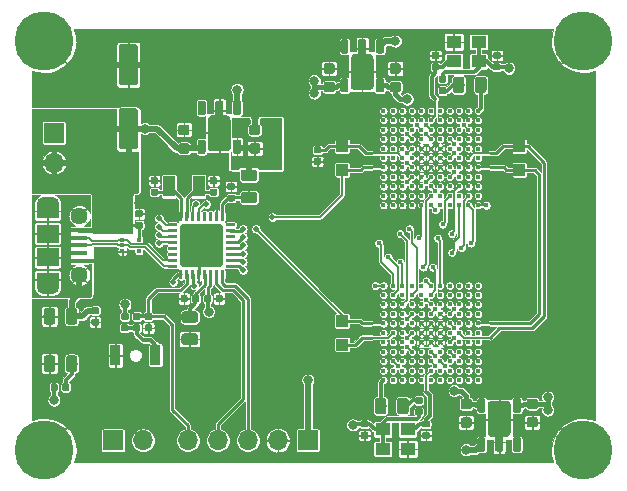
<source format=gbr>
G04 #@! TF.GenerationSoftware,KiCad,Pcbnew,(5.1.4)-1*
G04 #@! TF.CreationDate,2020-12-21T21:32:16-05:00*
G04 #@! TF.ProjectId,icepool-board,69636570-6f6f-46c2-9d62-6f6172642e6b,2020-04*
G04 #@! TF.SameCoordinates,Original*
G04 #@! TF.FileFunction,Copper,L1,Top*
G04 #@! TF.FilePolarity,Positive*
%FSLAX46Y46*%
G04 Gerber Fmt 4.6, Leading zero omitted, Abs format (unit mm)*
G04 Created by KiCad (PCBNEW (5.1.4)-1) date 2020-12-21 21:32:16*
%MOMM*%
%LPD*%
G04 APERTURE LIST*
%ADD10C,0.100000*%
%ADD11C,1.600000*%
%ADD12C,1.930000*%
%ADD13C,0.680000*%
%ADD14C,1.000000*%
%ADD15R,0.450000X0.300000*%
%ADD16R,1.000000X1.000000*%
%ADD17R,1.000000X1.800000*%
%ADD18R,1.300000X1.100000*%
%ADD19C,0.400000*%
%ADD20C,0.250000*%
%ADD21C,0.500000*%
%ADD22C,3.600000*%
%ADD23R,0.900000X1.700000*%
%ADD24C,0.590000*%
%ADD25C,0.975000*%
%ADD26O,1.700000X1.700000*%
%ADD27R,1.700000X1.700000*%
%ADD28R,1.900000X1.200000*%
%ADD29O,1.900000X1.200000*%
%ADD30R,1.900000X1.500000*%
%ADD31C,1.450000*%
%ADD32R,1.350000X0.400000*%
%ADD33C,0.800000*%
%ADD34C,5.000000*%
%ADD35C,0.875000*%
%ADD36C,0.450000*%
%ADD37C,0.228600*%
%ADD38C,0.508000*%
%ADD39C,0.304800*%
%ADD40C,0.406400*%
%ADD41C,0.152400*%
%ADD42C,0.101600*%
G04 APERTURE END LIST*
D10*
G36*
X34374504Y-52951204D02*
G01*
X34398773Y-52954804D01*
X34422571Y-52960765D01*
X34445671Y-52969030D01*
X34467849Y-52979520D01*
X34488893Y-52992133D01*
X34508598Y-53006747D01*
X34526777Y-53023223D01*
X34543253Y-53041402D01*
X34557867Y-53061107D01*
X34570480Y-53082151D01*
X34580970Y-53104329D01*
X34589235Y-53127429D01*
X34595196Y-53151227D01*
X34598796Y-53175496D01*
X34600000Y-53200000D01*
X34600000Y-56200000D01*
X34598796Y-56224504D01*
X34595196Y-56248773D01*
X34589235Y-56272571D01*
X34580970Y-56295671D01*
X34570480Y-56317849D01*
X34557867Y-56338893D01*
X34543253Y-56358598D01*
X34526777Y-56376777D01*
X34508598Y-56393253D01*
X34488893Y-56407867D01*
X34467849Y-56420480D01*
X34445671Y-56430970D01*
X34422571Y-56439235D01*
X34398773Y-56445196D01*
X34374504Y-56448796D01*
X34350000Y-56450000D01*
X33250000Y-56450000D01*
X33225496Y-56448796D01*
X33201227Y-56445196D01*
X33177429Y-56439235D01*
X33154329Y-56430970D01*
X33132151Y-56420480D01*
X33111107Y-56407867D01*
X33091402Y-56393253D01*
X33073223Y-56376777D01*
X33056747Y-56358598D01*
X33042133Y-56338893D01*
X33029520Y-56317849D01*
X33019030Y-56295671D01*
X33010765Y-56272571D01*
X33004804Y-56248773D01*
X33001204Y-56224504D01*
X33000000Y-56200000D01*
X33000000Y-53200000D01*
X33001204Y-53175496D01*
X33004804Y-53151227D01*
X33010765Y-53127429D01*
X33019030Y-53104329D01*
X33029520Y-53082151D01*
X33042133Y-53061107D01*
X33056747Y-53041402D01*
X33073223Y-53023223D01*
X33091402Y-53006747D01*
X33111107Y-52992133D01*
X33132151Y-52979520D01*
X33154329Y-52969030D01*
X33177429Y-52960765D01*
X33201227Y-52954804D01*
X33225496Y-52951204D01*
X33250000Y-52950000D01*
X34350000Y-52950000D01*
X34374504Y-52951204D01*
X34374504Y-52951204D01*
G37*
D11*
X33800000Y-54700000D03*
D10*
G36*
X34374504Y-58351204D02*
G01*
X34398773Y-58354804D01*
X34422571Y-58360765D01*
X34445671Y-58369030D01*
X34467849Y-58379520D01*
X34488893Y-58392133D01*
X34508598Y-58406747D01*
X34526777Y-58423223D01*
X34543253Y-58441402D01*
X34557867Y-58461107D01*
X34570480Y-58482151D01*
X34580970Y-58504329D01*
X34589235Y-58527429D01*
X34595196Y-58551227D01*
X34598796Y-58575496D01*
X34600000Y-58600000D01*
X34600000Y-61600000D01*
X34598796Y-61624504D01*
X34595196Y-61648773D01*
X34589235Y-61672571D01*
X34580970Y-61695671D01*
X34570480Y-61717849D01*
X34557867Y-61738893D01*
X34543253Y-61758598D01*
X34526777Y-61776777D01*
X34508598Y-61793253D01*
X34488893Y-61807867D01*
X34467849Y-61820480D01*
X34445671Y-61830970D01*
X34422571Y-61839235D01*
X34398773Y-61845196D01*
X34374504Y-61848796D01*
X34350000Y-61850000D01*
X33250000Y-61850000D01*
X33225496Y-61848796D01*
X33201227Y-61845196D01*
X33177429Y-61839235D01*
X33154329Y-61830970D01*
X33132151Y-61820480D01*
X33111107Y-61807867D01*
X33091402Y-61793253D01*
X33073223Y-61776777D01*
X33056747Y-61758598D01*
X33042133Y-61738893D01*
X33029520Y-61717849D01*
X33019030Y-61695671D01*
X33010765Y-61672571D01*
X33004804Y-61648773D01*
X33001204Y-61624504D01*
X33000000Y-61600000D01*
X33000000Y-58600000D01*
X33001204Y-58575496D01*
X33004804Y-58551227D01*
X33010765Y-58527429D01*
X33019030Y-58504329D01*
X33029520Y-58482151D01*
X33042133Y-58461107D01*
X33056747Y-58441402D01*
X33073223Y-58423223D01*
X33091402Y-58406747D01*
X33111107Y-58392133D01*
X33132151Y-58379520D01*
X33154329Y-58369030D01*
X33177429Y-58360765D01*
X33201227Y-58354804D01*
X33225496Y-58351204D01*
X33250000Y-58350000D01*
X34350000Y-58350000D01*
X34374504Y-58351204D01*
X34374504Y-58351204D01*
G37*
D11*
X33800000Y-60100000D03*
D10*
G36*
X65729794Y-83252322D02*
G01*
X65776632Y-83259270D01*
X65822563Y-83270775D01*
X65867146Y-83286727D01*
X65909950Y-83306972D01*
X65950564Y-83331315D01*
X65988596Y-83359521D01*
X66023680Y-83391320D01*
X66055479Y-83426404D01*
X66083685Y-83464436D01*
X66108028Y-83505050D01*
X66128273Y-83547854D01*
X66144225Y-83592437D01*
X66155730Y-83638368D01*
X66162678Y-83685206D01*
X66165001Y-83732499D01*
X66165001Y-85767499D01*
X66162678Y-85814792D01*
X66155730Y-85861630D01*
X66144225Y-85907561D01*
X66128273Y-85952144D01*
X66108028Y-85994948D01*
X66083685Y-86035562D01*
X66055479Y-86073594D01*
X66023680Y-86108678D01*
X65988596Y-86140477D01*
X65950564Y-86168683D01*
X65909950Y-86193026D01*
X65867146Y-86213271D01*
X65822563Y-86229223D01*
X65776632Y-86240728D01*
X65729794Y-86247676D01*
X65682501Y-86249999D01*
X64717501Y-86249999D01*
X64670208Y-86247676D01*
X64623370Y-86240728D01*
X64577439Y-86229223D01*
X64532856Y-86213271D01*
X64490052Y-86193026D01*
X64449438Y-86168683D01*
X64411406Y-86140477D01*
X64376322Y-86108678D01*
X64344523Y-86073594D01*
X64316317Y-86035562D01*
X64291974Y-85994948D01*
X64271729Y-85952144D01*
X64255777Y-85907561D01*
X64244272Y-85861630D01*
X64237324Y-85814792D01*
X64235001Y-85767499D01*
X64235001Y-83732499D01*
X64237324Y-83685206D01*
X64244272Y-83638368D01*
X64255777Y-83592437D01*
X64271729Y-83547854D01*
X64291974Y-83505050D01*
X64316317Y-83464436D01*
X64344523Y-83426404D01*
X64376322Y-83391320D01*
X64411406Y-83359521D01*
X64449438Y-83331315D01*
X64490052Y-83306972D01*
X64532856Y-83286727D01*
X64577439Y-83270775D01*
X64623370Y-83259270D01*
X64670208Y-83252322D01*
X64717501Y-83249999D01*
X65682501Y-83249999D01*
X65729794Y-83252322D01*
X65729794Y-83252322D01*
G37*
D12*
X65200001Y-84749999D03*
D10*
G36*
X66886664Y-82950818D02*
G01*
X66903166Y-82953266D01*
X66919349Y-82957319D01*
X66935057Y-82962939D01*
X66950138Y-82970072D01*
X66964448Y-82978649D01*
X66977848Y-82988587D01*
X66990209Y-82999791D01*
X67001413Y-83012152D01*
X67011351Y-83025552D01*
X67019928Y-83039862D01*
X67027061Y-83054943D01*
X67032681Y-83070651D01*
X67036734Y-83086834D01*
X67039182Y-83103336D01*
X67040001Y-83119999D01*
X67040001Y-83979999D01*
X67039182Y-83996662D01*
X67036734Y-84013164D01*
X67032681Y-84029347D01*
X67027061Y-84045055D01*
X67019928Y-84060136D01*
X67011351Y-84074446D01*
X67001413Y-84087846D01*
X66990209Y-84100207D01*
X66977848Y-84111411D01*
X66964448Y-84121349D01*
X66950138Y-84129926D01*
X66935057Y-84137059D01*
X66919349Y-84142679D01*
X66903166Y-84146732D01*
X66886664Y-84149180D01*
X66870001Y-84149999D01*
X66530001Y-84149999D01*
X66513338Y-84149180D01*
X66496836Y-84146732D01*
X66480653Y-84142679D01*
X66464945Y-84137059D01*
X66449864Y-84129926D01*
X66435554Y-84121349D01*
X66422154Y-84111411D01*
X66409793Y-84100207D01*
X66398589Y-84087846D01*
X66388651Y-84074446D01*
X66380074Y-84060136D01*
X66372941Y-84045055D01*
X66367321Y-84029347D01*
X66363268Y-84013164D01*
X66360820Y-83996662D01*
X66360001Y-83979999D01*
X66360001Y-83119999D01*
X66360820Y-83103336D01*
X66363268Y-83086834D01*
X66367321Y-83070651D01*
X66372941Y-83054943D01*
X66380074Y-83039862D01*
X66388651Y-83025552D01*
X66398589Y-83012152D01*
X66409793Y-82999791D01*
X66422154Y-82988587D01*
X66435554Y-82978649D01*
X66449864Y-82970072D01*
X66464945Y-82962939D01*
X66480653Y-82957319D01*
X66496836Y-82953266D01*
X66513338Y-82950818D01*
X66530001Y-82949999D01*
X66870001Y-82949999D01*
X66886664Y-82950818D01*
X66886664Y-82950818D01*
G37*
D13*
X66700001Y-83549999D03*
D10*
G36*
X65939505Y-83201203D02*
G01*
X65963774Y-83204803D01*
X65987572Y-83210764D01*
X66010672Y-83219029D01*
X66032850Y-83229519D01*
X66053894Y-83242132D01*
X66073599Y-83256746D01*
X66091778Y-83273222D01*
X66108254Y-83291401D01*
X66122868Y-83311106D01*
X66135481Y-83332150D01*
X66145971Y-83354328D01*
X66154236Y-83377428D01*
X66160197Y-83401226D01*
X66163797Y-83425495D01*
X66165001Y-83449999D01*
X66165001Y-83949999D01*
X66163797Y-83974503D01*
X66160197Y-83998772D01*
X66154236Y-84022570D01*
X66145971Y-84045670D01*
X66135481Y-84067848D01*
X66122868Y-84088892D01*
X66108254Y-84108597D01*
X66091778Y-84126776D01*
X66073599Y-84143252D01*
X66053894Y-84157866D01*
X66032850Y-84170479D01*
X66010672Y-84180969D01*
X65987572Y-84189234D01*
X65963774Y-84195195D01*
X65939505Y-84198795D01*
X65915001Y-84199999D01*
X64485001Y-84199999D01*
X64460497Y-84198795D01*
X64436228Y-84195195D01*
X64412430Y-84189234D01*
X64389330Y-84180969D01*
X64367152Y-84170479D01*
X64346108Y-84157866D01*
X64326403Y-84143252D01*
X64308224Y-84126776D01*
X64291748Y-84108597D01*
X64277134Y-84088892D01*
X64264521Y-84067848D01*
X64254031Y-84045670D01*
X64245766Y-84022570D01*
X64239805Y-83998772D01*
X64236205Y-83974503D01*
X64235001Y-83949999D01*
X64235001Y-83449999D01*
X64236205Y-83425495D01*
X64239805Y-83401226D01*
X64245766Y-83377428D01*
X64254031Y-83354328D01*
X64264521Y-83332150D01*
X64277134Y-83311106D01*
X64291748Y-83291401D01*
X64308224Y-83273222D01*
X64326403Y-83256746D01*
X64346108Y-83242132D01*
X64367152Y-83229519D01*
X64389330Y-83219029D01*
X64412430Y-83210764D01*
X64436228Y-83204803D01*
X64460497Y-83201203D01*
X64485001Y-83199999D01*
X65915001Y-83199999D01*
X65939505Y-83201203D01*
X65939505Y-83201203D01*
G37*
D14*
X65200001Y-83699999D03*
D10*
G36*
X63886664Y-82950818D02*
G01*
X63903166Y-82953266D01*
X63919349Y-82957319D01*
X63935057Y-82962939D01*
X63950138Y-82970072D01*
X63964448Y-82978649D01*
X63977848Y-82988587D01*
X63990209Y-82999791D01*
X64001413Y-83012152D01*
X64011351Y-83025552D01*
X64019928Y-83039862D01*
X64027061Y-83054943D01*
X64032681Y-83070651D01*
X64036734Y-83086834D01*
X64039182Y-83103336D01*
X64040001Y-83119999D01*
X64040001Y-83979999D01*
X64039182Y-83996662D01*
X64036734Y-84013164D01*
X64032681Y-84029347D01*
X64027061Y-84045055D01*
X64019928Y-84060136D01*
X64011351Y-84074446D01*
X64001413Y-84087846D01*
X63990209Y-84100207D01*
X63977848Y-84111411D01*
X63964448Y-84121349D01*
X63950138Y-84129926D01*
X63935057Y-84137059D01*
X63919349Y-84142679D01*
X63903166Y-84146732D01*
X63886664Y-84149180D01*
X63870001Y-84149999D01*
X63530001Y-84149999D01*
X63513338Y-84149180D01*
X63496836Y-84146732D01*
X63480653Y-84142679D01*
X63464945Y-84137059D01*
X63449864Y-84129926D01*
X63435554Y-84121349D01*
X63422154Y-84111411D01*
X63409793Y-84100207D01*
X63398589Y-84087846D01*
X63388651Y-84074446D01*
X63380074Y-84060136D01*
X63372941Y-84045055D01*
X63367321Y-84029347D01*
X63363268Y-84013164D01*
X63360820Y-83996662D01*
X63360001Y-83979999D01*
X63360001Y-83119999D01*
X63360820Y-83103336D01*
X63363268Y-83086834D01*
X63367321Y-83070651D01*
X63372941Y-83054943D01*
X63380074Y-83039862D01*
X63388651Y-83025552D01*
X63398589Y-83012152D01*
X63409793Y-82999791D01*
X63422154Y-82988587D01*
X63435554Y-82978649D01*
X63449864Y-82970072D01*
X63464945Y-82962939D01*
X63480653Y-82957319D01*
X63496836Y-82953266D01*
X63513338Y-82950818D01*
X63530001Y-82949999D01*
X63870001Y-82949999D01*
X63886664Y-82950818D01*
X63886664Y-82950818D01*
G37*
D13*
X63700001Y-83549999D03*
D10*
G36*
X63886664Y-86250818D02*
G01*
X63903166Y-86253266D01*
X63919349Y-86257319D01*
X63935057Y-86262939D01*
X63950138Y-86270072D01*
X63964448Y-86278649D01*
X63977848Y-86288587D01*
X63990209Y-86299791D01*
X64001413Y-86312152D01*
X64011351Y-86325552D01*
X64019928Y-86339862D01*
X64027061Y-86354943D01*
X64032681Y-86370651D01*
X64036734Y-86386834D01*
X64039182Y-86403336D01*
X64040001Y-86419999D01*
X64040001Y-87279999D01*
X64039182Y-87296662D01*
X64036734Y-87313164D01*
X64032681Y-87329347D01*
X64027061Y-87345055D01*
X64019928Y-87360136D01*
X64011351Y-87374446D01*
X64001413Y-87387846D01*
X63990209Y-87400207D01*
X63977848Y-87411411D01*
X63964448Y-87421349D01*
X63950138Y-87429926D01*
X63935057Y-87437059D01*
X63919349Y-87442679D01*
X63903166Y-87446732D01*
X63886664Y-87449180D01*
X63870001Y-87449999D01*
X63530001Y-87449999D01*
X63513338Y-87449180D01*
X63496836Y-87446732D01*
X63480653Y-87442679D01*
X63464945Y-87437059D01*
X63449864Y-87429926D01*
X63435554Y-87421349D01*
X63422154Y-87411411D01*
X63409793Y-87400207D01*
X63398589Y-87387846D01*
X63388651Y-87374446D01*
X63380074Y-87360136D01*
X63372941Y-87345055D01*
X63367321Y-87329347D01*
X63363268Y-87313164D01*
X63360820Y-87296662D01*
X63360001Y-87279999D01*
X63360001Y-86419999D01*
X63360820Y-86403336D01*
X63363268Y-86386834D01*
X63367321Y-86370651D01*
X63372941Y-86354943D01*
X63380074Y-86339862D01*
X63388651Y-86325552D01*
X63398589Y-86312152D01*
X63409793Y-86299791D01*
X63422154Y-86288587D01*
X63435554Y-86278649D01*
X63449864Y-86270072D01*
X63464945Y-86262939D01*
X63480653Y-86257319D01*
X63496836Y-86253266D01*
X63513338Y-86250818D01*
X63530001Y-86249999D01*
X63870001Y-86249999D01*
X63886664Y-86250818D01*
X63886664Y-86250818D01*
G37*
D13*
X63700001Y-86849999D03*
D10*
G36*
X65386664Y-85850818D02*
G01*
X65403166Y-85853266D01*
X65419349Y-85857319D01*
X65435057Y-85862939D01*
X65450138Y-85870072D01*
X65464448Y-85878649D01*
X65477848Y-85888587D01*
X65490209Y-85899791D01*
X65501413Y-85912152D01*
X65511351Y-85925552D01*
X65519928Y-85939862D01*
X65527061Y-85954943D01*
X65532681Y-85970651D01*
X65536734Y-85986834D01*
X65539182Y-86003336D01*
X65540001Y-86019999D01*
X65540001Y-87279999D01*
X65539182Y-87296662D01*
X65536734Y-87313164D01*
X65532681Y-87329347D01*
X65527061Y-87345055D01*
X65519928Y-87360136D01*
X65511351Y-87374446D01*
X65501413Y-87387846D01*
X65490209Y-87400207D01*
X65477848Y-87411411D01*
X65464448Y-87421349D01*
X65450138Y-87429926D01*
X65435057Y-87437059D01*
X65419349Y-87442679D01*
X65403166Y-87446732D01*
X65386664Y-87449180D01*
X65370001Y-87449999D01*
X65030001Y-87449999D01*
X65013338Y-87449180D01*
X64996836Y-87446732D01*
X64980653Y-87442679D01*
X64964945Y-87437059D01*
X64949864Y-87429926D01*
X64935554Y-87421349D01*
X64922154Y-87411411D01*
X64909793Y-87400207D01*
X64898589Y-87387846D01*
X64888651Y-87374446D01*
X64880074Y-87360136D01*
X64872941Y-87345055D01*
X64867321Y-87329347D01*
X64863268Y-87313164D01*
X64860820Y-87296662D01*
X64860001Y-87279999D01*
X64860001Y-86019999D01*
X64860820Y-86003336D01*
X64863268Y-85986834D01*
X64867321Y-85970651D01*
X64872941Y-85954943D01*
X64880074Y-85939862D01*
X64888651Y-85925552D01*
X64898589Y-85912152D01*
X64909793Y-85899791D01*
X64922154Y-85888587D01*
X64935554Y-85878649D01*
X64949864Y-85870072D01*
X64964945Y-85862939D01*
X64980653Y-85857319D01*
X64996836Y-85853266D01*
X65013338Y-85850818D01*
X65030001Y-85849999D01*
X65370001Y-85849999D01*
X65386664Y-85850818D01*
X65386664Y-85850818D01*
G37*
D13*
X65200001Y-86649999D03*
D10*
G36*
X66886664Y-86250818D02*
G01*
X66903166Y-86253266D01*
X66919349Y-86257319D01*
X66935057Y-86262939D01*
X66950138Y-86270072D01*
X66964448Y-86278649D01*
X66977848Y-86288587D01*
X66990209Y-86299791D01*
X67001413Y-86312152D01*
X67011351Y-86325552D01*
X67019928Y-86339862D01*
X67027061Y-86354943D01*
X67032681Y-86370651D01*
X67036734Y-86386834D01*
X67039182Y-86403336D01*
X67040001Y-86419999D01*
X67040001Y-87279999D01*
X67039182Y-87296662D01*
X67036734Y-87313164D01*
X67032681Y-87329347D01*
X67027061Y-87345055D01*
X67019928Y-87360136D01*
X67011351Y-87374446D01*
X67001413Y-87387846D01*
X66990209Y-87400207D01*
X66977848Y-87411411D01*
X66964448Y-87421349D01*
X66950138Y-87429926D01*
X66935057Y-87437059D01*
X66919349Y-87442679D01*
X66903166Y-87446732D01*
X66886664Y-87449180D01*
X66870001Y-87449999D01*
X66530001Y-87449999D01*
X66513338Y-87449180D01*
X66496836Y-87446732D01*
X66480653Y-87442679D01*
X66464945Y-87437059D01*
X66449864Y-87429926D01*
X66435554Y-87421349D01*
X66422154Y-87411411D01*
X66409793Y-87400207D01*
X66398589Y-87387846D01*
X66388651Y-87374446D01*
X66380074Y-87360136D01*
X66372941Y-87345055D01*
X66367321Y-87329347D01*
X66363268Y-87313164D01*
X66360820Y-87296662D01*
X66360001Y-87279999D01*
X66360001Y-86419999D01*
X66360820Y-86403336D01*
X66363268Y-86386834D01*
X66367321Y-86370651D01*
X66372941Y-86354943D01*
X66380074Y-86339862D01*
X66388651Y-86325552D01*
X66398589Y-86312152D01*
X66409793Y-86299791D01*
X66422154Y-86288587D01*
X66435554Y-86278649D01*
X66449864Y-86270072D01*
X66464945Y-86262939D01*
X66480653Y-86257319D01*
X66496836Y-86253266D01*
X66513338Y-86250818D01*
X66530001Y-86249999D01*
X66870001Y-86249999D01*
X66886664Y-86250818D01*
X66886664Y-86250818D01*
G37*
D13*
X66700001Y-86849999D03*
D15*
X34700000Y-70500000D03*
X33300000Y-70000000D03*
X34700000Y-69500000D03*
X33300000Y-70500000D03*
X33300000Y-69500000D03*
D16*
X51900000Y-76400000D03*
X66900000Y-63600000D03*
X51900000Y-63600000D03*
X51900000Y-78400000D03*
X66900000Y-61600000D03*
X51900000Y-61600000D03*
D17*
X37250000Y-65000000D03*
X39750000Y-65000000D03*
D18*
X55350000Y-85575000D03*
X57450000Y-85575000D03*
X57450000Y-87225000D03*
X55350000Y-87225000D03*
X63450000Y-54425000D03*
X61350000Y-54425000D03*
X61350000Y-52775000D03*
X63450000Y-52775000D03*
D19*
X55400000Y-73400000D03*
X55400000Y-74200000D03*
X55400000Y-75000000D03*
X55400000Y-75800000D03*
X55400000Y-76600000D03*
X55400000Y-77400000D03*
X55400000Y-78200000D03*
X55400000Y-79000000D03*
X55400000Y-79800000D03*
X55400000Y-80600000D03*
X55400000Y-81400000D03*
X56200000Y-73400000D03*
X56200000Y-74200000D03*
X56200000Y-75000000D03*
X56200000Y-75800000D03*
X56200000Y-76600000D03*
X56200000Y-77400000D03*
X56200000Y-78200000D03*
X56200000Y-79000000D03*
X56200000Y-79800000D03*
X56200000Y-80600000D03*
X56200000Y-81400000D03*
X57000000Y-73400000D03*
X57000000Y-74200000D03*
X57000000Y-75000000D03*
X57000000Y-75800000D03*
X57000000Y-76600000D03*
X57000000Y-77400000D03*
X57000000Y-78200000D03*
X57000000Y-79000000D03*
X57000000Y-79800000D03*
X57000000Y-80600000D03*
X57000000Y-81400000D03*
X57800000Y-73400000D03*
X57800000Y-74200000D03*
X57800000Y-75000000D03*
X57800000Y-75800000D03*
X57800000Y-76600000D03*
X57800000Y-77400000D03*
X57800000Y-78200000D03*
X57800000Y-79000000D03*
X57800000Y-79800000D03*
X57800000Y-80600000D03*
X57800000Y-81400000D03*
X58600000Y-73400000D03*
X58600000Y-74200000D03*
X58600000Y-75000000D03*
X58600000Y-75800000D03*
X58600000Y-76600000D03*
X58600000Y-77400000D03*
X58600000Y-78200000D03*
X58600000Y-79000000D03*
X58600000Y-79800000D03*
X58600000Y-80600000D03*
X58600000Y-81400000D03*
X59400000Y-73400000D03*
X59400000Y-74200000D03*
X59400000Y-75000000D03*
X59400000Y-75800000D03*
X59400000Y-76600000D03*
X59400000Y-77400000D03*
X59400000Y-78200000D03*
X59400000Y-79000000D03*
X59400000Y-79800000D03*
X59400000Y-80600000D03*
X59400000Y-81400000D03*
X60200000Y-73400000D03*
X60200000Y-74200000D03*
X60200000Y-75000000D03*
X60200000Y-75800000D03*
X60200000Y-76600000D03*
X60200000Y-77400000D03*
X60200000Y-78200000D03*
X60200000Y-79000000D03*
X60200000Y-79800000D03*
X60200000Y-80600000D03*
X60200000Y-81400000D03*
X61000000Y-73400000D03*
X61000000Y-74200000D03*
X61000000Y-75000000D03*
X61000000Y-75800000D03*
X61000000Y-76600000D03*
X61000000Y-77400000D03*
X61000000Y-78200000D03*
X61000000Y-79000000D03*
X61000000Y-79800000D03*
X61000000Y-80600000D03*
X61000000Y-81400000D03*
X61800000Y-73400000D03*
X61800000Y-74200000D03*
X61800000Y-75000000D03*
X61800000Y-75800000D03*
X61800000Y-76600000D03*
X61800000Y-77400000D03*
X61800000Y-78200000D03*
X61800000Y-79000000D03*
X61800000Y-79800000D03*
X61800000Y-80600000D03*
X61800000Y-81400000D03*
X62600000Y-73400000D03*
X62600000Y-74200000D03*
X62600000Y-75000000D03*
X62600000Y-75800000D03*
X62600000Y-76600000D03*
X62600000Y-77400000D03*
X62600000Y-78200000D03*
X62600000Y-79000000D03*
X62600000Y-79800000D03*
X62600000Y-80600000D03*
X62600000Y-81400000D03*
X63400000Y-73400000D03*
X63400000Y-74200000D03*
X63400000Y-75000000D03*
X63400000Y-75800000D03*
X63400000Y-76600000D03*
X63400000Y-77400000D03*
X63400000Y-78200000D03*
X63400000Y-79000000D03*
X63400000Y-79800000D03*
X63400000Y-80600000D03*
X63400000Y-81400000D03*
X63400000Y-66600000D03*
X63400000Y-65800000D03*
X63400000Y-65000000D03*
X63400000Y-64200000D03*
X63400000Y-63400000D03*
X63400000Y-62600000D03*
X63400000Y-61800000D03*
X63400000Y-61000000D03*
X63400000Y-60200000D03*
X63400000Y-59400000D03*
X63400000Y-58600000D03*
X62600000Y-66600000D03*
X62600000Y-65800000D03*
X62600000Y-65000000D03*
X62600000Y-64200000D03*
X62600000Y-63400000D03*
X62600000Y-62600000D03*
X62600000Y-61800000D03*
X62600000Y-61000000D03*
X62600000Y-60200000D03*
X62600000Y-59400000D03*
X62600000Y-58600000D03*
X61800000Y-66600000D03*
X61800000Y-65800000D03*
X61800000Y-65000000D03*
X61800000Y-64200000D03*
X61800000Y-63400000D03*
X61800000Y-62600000D03*
X61800000Y-61800000D03*
X61800000Y-61000000D03*
X61800000Y-60200000D03*
X61800000Y-59400000D03*
X61800000Y-58600000D03*
X61000000Y-66600000D03*
X61000000Y-65800000D03*
X61000000Y-65000000D03*
X61000000Y-64200000D03*
X61000000Y-63400000D03*
X61000000Y-62600000D03*
X61000000Y-61800000D03*
X61000000Y-61000000D03*
X61000000Y-60200000D03*
X61000000Y-59400000D03*
X61000000Y-58600000D03*
X60200000Y-66600000D03*
X60200000Y-65800000D03*
X60200000Y-65000000D03*
X60200000Y-64200000D03*
X60200000Y-63400000D03*
X60200000Y-62600000D03*
X60200000Y-61800000D03*
X60200000Y-61000000D03*
X60200000Y-60200000D03*
X60200000Y-59400000D03*
X60200000Y-58600000D03*
X59400000Y-66600000D03*
X59400000Y-65800000D03*
X59400000Y-65000000D03*
X59400000Y-64200000D03*
X59400000Y-63400000D03*
X59400000Y-62600000D03*
X59400000Y-61800000D03*
X59400000Y-61000000D03*
X59400000Y-60200000D03*
X59400000Y-59400000D03*
X59400000Y-58600000D03*
X58600000Y-66600000D03*
X58600000Y-65800000D03*
X58600000Y-65000000D03*
X58600000Y-64200000D03*
X58600000Y-63400000D03*
X58600000Y-62600000D03*
X58600000Y-61800000D03*
X58600000Y-61000000D03*
X58600000Y-60200000D03*
X58600000Y-59400000D03*
X58600000Y-58600000D03*
X57800000Y-66600000D03*
X57800000Y-65800000D03*
X57800000Y-65000000D03*
X57800000Y-64200000D03*
X57800000Y-63400000D03*
X57800000Y-62600000D03*
X57800000Y-61800000D03*
X57800000Y-61000000D03*
X57800000Y-60200000D03*
X57800000Y-59400000D03*
X57800000Y-58600000D03*
X57000000Y-66600000D03*
X57000000Y-65800000D03*
X57000000Y-65000000D03*
X57000000Y-64200000D03*
X57000000Y-63400000D03*
X57000000Y-62600000D03*
X57000000Y-61800000D03*
X57000000Y-61000000D03*
X57000000Y-60200000D03*
X57000000Y-59400000D03*
X57000000Y-58600000D03*
X56200000Y-66600000D03*
X56200000Y-65800000D03*
X56200000Y-65000000D03*
X56200000Y-64200000D03*
X56200000Y-63400000D03*
X56200000Y-62600000D03*
X56200000Y-61800000D03*
X56200000Y-61000000D03*
X56200000Y-60200000D03*
X56200000Y-59400000D03*
X56200000Y-58600000D03*
X55400000Y-66600000D03*
X55400000Y-65800000D03*
X55400000Y-65000000D03*
X55400000Y-64200000D03*
X55400000Y-63400000D03*
X55400000Y-62600000D03*
X55400000Y-61800000D03*
X55400000Y-61000000D03*
X55400000Y-60200000D03*
X55400000Y-59400000D03*
X55400000Y-58600000D03*
D10*
G36*
X52286662Y-52550819D02*
G01*
X52303164Y-52553267D01*
X52319347Y-52557320D01*
X52335055Y-52562940D01*
X52350136Y-52570073D01*
X52364446Y-52578650D01*
X52377846Y-52588588D01*
X52390207Y-52599792D01*
X52401411Y-52612153D01*
X52411349Y-52625553D01*
X52419926Y-52639863D01*
X52427059Y-52654944D01*
X52432679Y-52670652D01*
X52436732Y-52686835D01*
X52439180Y-52703337D01*
X52439999Y-52720000D01*
X52439999Y-53580000D01*
X52439180Y-53596663D01*
X52436732Y-53613165D01*
X52432679Y-53629348D01*
X52427059Y-53645056D01*
X52419926Y-53660137D01*
X52411349Y-53674447D01*
X52401411Y-53687847D01*
X52390207Y-53700208D01*
X52377846Y-53711412D01*
X52364446Y-53721350D01*
X52350136Y-53729927D01*
X52335055Y-53737060D01*
X52319347Y-53742680D01*
X52303164Y-53746733D01*
X52286662Y-53749181D01*
X52269999Y-53750000D01*
X51929999Y-53750000D01*
X51913336Y-53749181D01*
X51896834Y-53746733D01*
X51880651Y-53742680D01*
X51864943Y-53737060D01*
X51849862Y-53729927D01*
X51835552Y-53721350D01*
X51822152Y-53711412D01*
X51809791Y-53700208D01*
X51798587Y-53687847D01*
X51788649Y-53674447D01*
X51780072Y-53660137D01*
X51772939Y-53645056D01*
X51767319Y-53629348D01*
X51763266Y-53613165D01*
X51760818Y-53596663D01*
X51759999Y-53580000D01*
X51759999Y-52720000D01*
X51760818Y-52703337D01*
X51763266Y-52686835D01*
X51767319Y-52670652D01*
X51772939Y-52654944D01*
X51780072Y-52639863D01*
X51788649Y-52625553D01*
X51798587Y-52612153D01*
X51809791Y-52599792D01*
X51822152Y-52588588D01*
X51835552Y-52578650D01*
X51849862Y-52570073D01*
X51864943Y-52562940D01*
X51880651Y-52557320D01*
X51896834Y-52553267D01*
X51913336Y-52550819D01*
X51929999Y-52550000D01*
X52269999Y-52550000D01*
X52286662Y-52550819D01*
X52286662Y-52550819D01*
G37*
D13*
X52099999Y-53150000D03*
D10*
G36*
X53786662Y-52550819D02*
G01*
X53803164Y-52553267D01*
X53819347Y-52557320D01*
X53835055Y-52562940D01*
X53850136Y-52570073D01*
X53864446Y-52578650D01*
X53877846Y-52588588D01*
X53890207Y-52599792D01*
X53901411Y-52612153D01*
X53911349Y-52625553D01*
X53919926Y-52639863D01*
X53927059Y-52654944D01*
X53932679Y-52670652D01*
X53936732Y-52686835D01*
X53939180Y-52703337D01*
X53939999Y-52720000D01*
X53939999Y-53980000D01*
X53939180Y-53996663D01*
X53936732Y-54013165D01*
X53932679Y-54029348D01*
X53927059Y-54045056D01*
X53919926Y-54060137D01*
X53911349Y-54074447D01*
X53901411Y-54087847D01*
X53890207Y-54100208D01*
X53877846Y-54111412D01*
X53864446Y-54121350D01*
X53850136Y-54129927D01*
X53835055Y-54137060D01*
X53819347Y-54142680D01*
X53803164Y-54146733D01*
X53786662Y-54149181D01*
X53769999Y-54150000D01*
X53429999Y-54150000D01*
X53413336Y-54149181D01*
X53396834Y-54146733D01*
X53380651Y-54142680D01*
X53364943Y-54137060D01*
X53349862Y-54129927D01*
X53335552Y-54121350D01*
X53322152Y-54111412D01*
X53309791Y-54100208D01*
X53298587Y-54087847D01*
X53288649Y-54074447D01*
X53280072Y-54060137D01*
X53272939Y-54045056D01*
X53267319Y-54029348D01*
X53263266Y-54013165D01*
X53260818Y-53996663D01*
X53259999Y-53980000D01*
X53259999Y-52720000D01*
X53260818Y-52703337D01*
X53263266Y-52686835D01*
X53267319Y-52670652D01*
X53272939Y-52654944D01*
X53280072Y-52639863D01*
X53288649Y-52625553D01*
X53298587Y-52612153D01*
X53309791Y-52599792D01*
X53322152Y-52588588D01*
X53335552Y-52578650D01*
X53349862Y-52570073D01*
X53364943Y-52562940D01*
X53380651Y-52557320D01*
X53396834Y-52553267D01*
X53413336Y-52550819D01*
X53429999Y-52550000D01*
X53769999Y-52550000D01*
X53786662Y-52550819D01*
X53786662Y-52550819D01*
G37*
D13*
X53599999Y-53350000D03*
D10*
G36*
X55286662Y-52550819D02*
G01*
X55303164Y-52553267D01*
X55319347Y-52557320D01*
X55335055Y-52562940D01*
X55350136Y-52570073D01*
X55364446Y-52578650D01*
X55377846Y-52588588D01*
X55390207Y-52599792D01*
X55401411Y-52612153D01*
X55411349Y-52625553D01*
X55419926Y-52639863D01*
X55427059Y-52654944D01*
X55432679Y-52670652D01*
X55436732Y-52686835D01*
X55439180Y-52703337D01*
X55439999Y-52720000D01*
X55439999Y-53580000D01*
X55439180Y-53596663D01*
X55436732Y-53613165D01*
X55432679Y-53629348D01*
X55427059Y-53645056D01*
X55419926Y-53660137D01*
X55411349Y-53674447D01*
X55401411Y-53687847D01*
X55390207Y-53700208D01*
X55377846Y-53711412D01*
X55364446Y-53721350D01*
X55350136Y-53729927D01*
X55335055Y-53737060D01*
X55319347Y-53742680D01*
X55303164Y-53746733D01*
X55286662Y-53749181D01*
X55269999Y-53750000D01*
X54929999Y-53750000D01*
X54913336Y-53749181D01*
X54896834Y-53746733D01*
X54880651Y-53742680D01*
X54864943Y-53737060D01*
X54849862Y-53729927D01*
X54835552Y-53721350D01*
X54822152Y-53711412D01*
X54809791Y-53700208D01*
X54798587Y-53687847D01*
X54788649Y-53674447D01*
X54780072Y-53660137D01*
X54772939Y-53645056D01*
X54767319Y-53629348D01*
X54763266Y-53613165D01*
X54760818Y-53596663D01*
X54759999Y-53580000D01*
X54759999Y-52720000D01*
X54760818Y-52703337D01*
X54763266Y-52686835D01*
X54767319Y-52670652D01*
X54772939Y-52654944D01*
X54780072Y-52639863D01*
X54788649Y-52625553D01*
X54798587Y-52612153D01*
X54809791Y-52599792D01*
X54822152Y-52588588D01*
X54835552Y-52578650D01*
X54849862Y-52570073D01*
X54864943Y-52562940D01*
X54880651Y-52557320D01*
X54896834Y-52553267D01*
X54913336Y-52550819D01*
X54929999Y-52550000D01*
X55269999Y-52550000D01*
X55286662Y-52550819D01*
X55286662Y-52550819D01*
G37*
D13*
X55099999Y-53150000D03*
D10*
G36*
X55286662Y-55850819D02*
G01*
X55303164Y-55853267D01*
X55319347Y-55857320D01*
X55335055Y-55862940D01*
X55350136Y-55870073D01*
X55364446Y-55878650D01*
X55377846Y-55888588D01*
X55390207Y-55899792D01*
X55401411Y-55912153D01*
X55411349Y-55925553D01*
X55419926Y-55939863D01*
X55427059Y-55954944D01*
X55432679Y-55970652D01*
X55436732Y-55986835D01*
X55439180Y-56003337D01*
X55439999Y-56020000D01*
X55439999Y-56880000D01*
X55439180Y-56896663D01*
X55436732Y-56913165D01*
X55432679Y-56929348D01*
X55427059Y-56945056D01*
X55419926Y-56960137D01*
X55411349Y-56974447D01*
X55401411Y-56987847D01*
X55390207Y-57000208D01*
X55377846Y-57011412D01*
X55364446Y-57021350D01*
X55350136Y-57029927D01*
X55335055Y-57037060D01*
X55319347Y-57042680D01*
X55303164Y-57046733D01*
X55286662Y-57049181D01*
X55269999Y-57050000D01*
X54929999Y-57050000D01*
X54913336Y-57049181D01*
X54896834Y-57046733D01*
X54880651Y-57042680D01*
X54864943Y-57037060D01*
X54849862Y-57029927D01*
X54835552Y-57021350D01*
X54822152Y-57011412D01*
X54809791Y-57000208D01*
X54798587Y-56987847D01*
X54788649Y-56974447D01*
X54780072Y-56960137D01*
X54772939Y-56945056D01*
X54767319Y-56929348D01*
X54763266Y-56913165D01*
X54760818Y-56896663D01*
X54759999Y-56880000D01*
X54759999Y-56020000D01*
X54760818Y-56003337D01*
X54763266Y-55986835D01*
X54767319Y-55970652D01*
X54772939Y-55954944D01*
X54780072Y-55939863D01*
X54788649Y-55925553D01*
X54798587Y-55912153D01*
X54809791Y-55899792D01*
X54822152Y-55888588D01*
X54835552Y-55878650D01*
X54849862Y-55870073D01*
X54864943Y-55862940D01*
X54880651Y-55857320D01*
X54896834Y-55853267D01*
X54913336Y-55850819D01*
X54929999Y-55850000D01*
X55269999Y-55850000D01*
X55286662Y-55850819D01*
X55286662Y-55850819D01*
G37*
D13*
X55099999Y-56450000D03*
D10*
G36*
X54339503Y-55801204D02*
G01*
X54363772Y-55804804D01*
X54387570Y-55810765D01*
X54410670Y-55819030D01*
X54432848Y-55829520D01*
X54453892Y-55842133D01*
X54473597Y-55856747D01*
X54491776Y-55873223D01*
X54508252Y-55891402D01*
X54522866Y-55911107D01*
X54535479Y-55932151D01*
X54545969Y-55954329D01*
X54554234Y-55977429D01*
X54560195Y-56001227D01*
X54563795Y-56025496D01*
X54564999Y-56050000D01*
X54564999Y-56550000D01*
X54563795Y-56574504D01*
X54560195Y-56598773D01*
X54554234Y-56622571D01*
X54545969Y-56645671D01*
X54535479Y-56667849D01*
X54522866Y-56688893D01*
X54508252Y-56708598D01*
X54491776Y-56726777D01*
X54473597Y-56743253D01*
X54453892Y-56757867D01*
X54432848Y-56770480D01*
X54410670Y-56780970D01*
X54387570Y-56789235D01*
X54363772Y-56795196D01*
X54339503Y-56798796D01*
X54314999Y-56800000D01*
X52884999Y-56800000D01*
X52860495Y-56798796D01*
X52836226Y-56795196D01*
X52812428Y-56789235D01*
X52789328Y-56780970D01*
X52767150Y-56770480D01*
X52746106Y-56757867D01*
X52726401Y-56743253D01*
X52708222Y-56726777D01*
X52691746Y-56708598D01*
X52677132Y-56688893D01*
X52664519Y-56667849D01*
X52654029Y-56645671D01*
X52645764Y-56622571D01*
X52639803Y-56598773D01*
X52636203Y-56574504D01*
X52634999Y-56550000D01*
X52634999Y-56050000D01*
X52636203Y-56025496D01*
X52639803Y-56001227D01*
X52645764Y-55977429D01*
X52654029Y-55954329D01*
X52664519Y-55932151D01*
X52677132Y-55911107D01*
X52691746Y-55891402D01*
X52708222Y-55873223D01*
X52726401Y-55856747D01*
X52746106Y-55842133D01*
X52767150Y-55829520D01*
X52789328Y-55819030D01*
X52812428Y-55810765D01*
X52836226Y-55804804D01*
X52860495Y-55801204D01*
X52884999Y-55800000D01*
X54314999Y-55800000D01*
X54339503Y-55801204D01*
X54339503Y-55801204D01*
G37*
D14*
X53599999Y-56300000D03*
D10*
G36*
X52286662Y-55850819D02*
G01*
X52303164Y-55853267D01*
X52319347Y-55857320D01*
X52335055Y-55862940D01*
X52350136Y-55870073D01*
X52364446Y-55878650D01*
X52377846Y-55888588D01*
X52390207Y-55899792D01*
X52401411Y-55912153D01*
X52411349Y-55925553D01*
X52419926Y-55939863D01*
X52427059Y-55954944D01*
X52432679Y-55970652D01*
X52436732Y-55986835D01*
X52439180Y-56003337D01*
X52439999Y-56020000D01*
X52439999Y-56880000D01*
X52439180Y-56896663D01*
X52436732Y-56913165D01*
X52432679Y-56929348D01*
X52427059Y-56945056D01*
X52419926Y-56960137D01*
X52411349Y-56974447D01*
X52401411Y-56987847D01*
X52390207Y-57000208D01*
X52377846Y-57011412D01*
X52364446Y-57021350D01*
X52350136Y-57029927D01*
X52335055Y-57037060D01*
X52319347Y-57042680D01*
X52303164Y-57046733D01*
X52286662Y-57049181D01*
X52269999Y-57050000D01*
X51929999Y-57050000D01*
X51913336Y-57049181D01*
X51896834Y-57046733D01*
X51880651Y-57042680D01*
X51864943Y-57037060D01*
X51849862Y-57029927D01*
X51835552Y-57021350D01*
X51822152Y-57011412D01*
X51809791Y-57000208D01*
X51798587Y-56987847D01*
X51788649Y-56974447D01*
X51780072Y-56960137D01*
X51772939Y-56945056D01*
X51767319Y-56929348D01*
X51763266Y-56913165D01*
X51760818Y-56896663D01*
X51759999Y-56880000D01*
X51759999Y-56020000D01*
X51760818Y-56003337D01*
X51763266Y-55986835D01*
X51767319Y-55970652D01*
X51772939Y-55954944D01*
X51780072Y-55939863D01*
X51788649Y-55925553D01*
X51798587Y-55912153D01*
X51809791Y-55899792D01*
X51822152Y-55888588D01*
X51835552Y-55878650D01*
X51849862Y-55870073D01*
X51864943Y-55862940D01*
X51880651Y-55857320D01*
X51896834Y-55853267D01*
X51913336Y-55850819D01*
X51929999Y-55850000D01*
X52269999Y-55850000D01*
X52286662Y-55850819D01*
X52286662Y-55850819D01*
G37*
D13*
X52099999Y-56450000D03*
D10*
G36*
X54129792Y-53752323D02*
G01*
X54176630Y-53759271D01*
X54222561Y-53770776D01*
X54267144Y-53786728D01*
X54309948Y-53806973D01*
X54350562Y-53831316D01*
X54388594Y-53859522D01*
X54423678Y-53891321D01*
X54455477Y-53926405D01*
X54483683Y-53964437D01*
X54508026Y-54005051D01*
X54528271Y-54047855D01*
X54544223Y-54092438D01*
X54555728Y-54138369D01*
X54562676Y-54185207D01*
X54564999Y-54232500D01*
X54564999Y-56267500D01*
X54562676Y-56314793D01*
X54555728Y-56361631D01*
X54544223Y-56407562D01*
X54528271Y-56452145D01*
X54508026Y-56494949D01*
X54483683Y-56535563D01*
X54455477Y-56573595D01*
X54423678Y-56608679D01*
X54388594Y-56640478D01*
X54350562Y-56668684D01*
X54309948Y-56693027D01*
X54267144Y-56713272D01*
X54222561Y-56729224D01*
X54176630Y-56740729D01*
X54129792Y-56747677D01*
X54082499Y-56750000D01*
X53117499Y-56750000D01*
X53070206Y-56747677D01*
X53023368Y-56740729D01*
X52977437Y-56729224D01*
X52932854Y-56713272D01*
X52890050Y-56693027D01*
X52849436Y-56668684D01*
X52811404Y-56640478D01*
X52776320Y-56608679D01*
X52744521Y-56573595D01*
X52716315Y-56535563D01*
X52691972Y-56494949D01*
X52671727Y-56452145D01*
X52655775Y-56407562D01*
X52644270Y-56361631D01*
X52637322Y-56314793D01*
X52634999Y-56267500D01*
X52634999Y-54232500D01*
X52637322Y-54185207D01*
X52644270Y-54138369D01*
X52655775Y-54092438D01*
X52671727Y-54047855D01*
X52691972Y-54005051D01*
X52716315Y-53964437D01*
X52744521Y-53926405D01*
X52776320Y-53891321D01*
X52811404Y-53859522D01*
X52849436Y-53831316D01*
X52890050Y-53806973D01*
X52932854Y-53786728D01*
X52977437Y-53770776D01*
X53023368Y-53759271D01*
X53070206Y-53752323D01*
X53117499Y-53750000D01*
X54082499Y-53750000D01*
X54129792Y-53752323D01*
X54129792Y-53752323D01*
G37*
D12*
X53599999Y-55250000D03*
D10*
G36*
X41818626Y-72050301D02*
G01*
X41824693Y-72051201D01*
X41830643Y-72052691D01*
X41836418Y-72054758D01*
X41841962Y-72057380D01*
X41847223Y-72060533D01*
X41852150Y-72064187D01*
X41856694Y-72068306D01*
X41860813Y-72072850D01*
X41864467Y-72077777D01*
X41867620Y-72083038D01*
X41870242Y-72088582D01*
X41872309Y-72094357D01*
X41873799Y-72100307D01*
X41874699Y-72106374D01*
X41875000Y-72112500D01*
X41875000Y-72787500D01*
X41874699Y-72793626D01*
X41873799Y-72799693D01*
X41872309Y-72805643D01*
X41870242Y-72811418D01*
X41867620Y-72816962D01*
X41864467Y-72822223D01*
X41860813Y-72827150D01*
X41856694Y-72831694D01*
X41852150Y-72835813D01*
X41847223Y-72839467D01*
X41841962Y-72842620D01*
X41836418Y-72845242D01*
X41830643Y-72847309D01*
X41824693Y-72848799D01*
X41818626Y-72849699D01*
X41812500Y-72850000D01*
X41687500Y-72850000D01*
X41681374Y-72849699D01*
X41675307Y-72848799D01*
X41669357Y-72847309D01*
X41663582Y-72845242D01*
X41658038Y-72842620D01*
X41652777Y-72839467D01*
X41647850Y-72835813D01*
X41643306Y-72831694D01*
X41639187Y-72827150D01*
X41635533Y-72822223D01*
X41632380Y-72816962D01*
X41629758Y-72811418D01*
X41627691Y-72805643D01*
X41626201Y-72799693D01*
X41625301Y-72793626D01*
X41625000Y-72787500D01*
X41625000Y-72112500D01*
X41625301Y-72106374D01*
X41626201Y-72100307D01*
X41627691Y-72094357D01*
X41629758Y-72088582D01*
X41632380Y-72083038D01*
X41635533Y-72077777D01*
X41639187Y-72072850D01*
X41643306Y-72068306D01*
X41647850Y-72064187D01*
X41652777Y-72060533D01*
X41658038Y-72057380D01*
X41663582Y-72054758D01*
X41669357Y-72052691D01*
X41675307Y-72051201D01*
X41681374Y-72050301D01*
X41687500Y-72050000D01*
X41812500Y-72050000D01*
X41818626Y-72050301D01*
X41818626Y-72050301D01*
G37*
D20*
X41750000Y-72450000D03*
D10*
G36*
X41318626Y-72050301D02*
G01*
X41324693Y-72051201D01*
X41330643Y-72052691D01*
X41336418Y-72054758D01*
X41341962Y-72057380D01*
X41347223Y-72060533D01*
X41352150Y-72064187D01*
X41356694Y-72068306D01*
X41360813Y-72072850D01*
X41364467Y-72077777D01*
X41367620Y-72083038D01*
X41370242Y-72088582D01*
X41372309Y-72094357D01*
X41373799Y-72100307D01*
X41374699Y-72106374D01*
X41375000Y-72112500D01*
X41375000Y-72787500D01*
X41374699Y-72793626D01*
X41373799Y-72799693D01*
X41372309Y-72805643D01*
X41370242Y-72811418D01*
X41367620Y-72816962D01*
X41364467Y-72822223D01*
X41360813Y-72827150D01*
X41356694Y-72831694D01*
X41352150Y-72835813D01*
X41347223Y-72839467D01*
X41341962Y-72842620D01*
X41336418Y-72845242D01*
X41330643Y-72847309D01*
X41324693Y-72848799D01*
X41318626Y-72849699D01*
X41312500Y-72850000D01*
X41187500Y-72850000D01*
X41181374Y-72849699D01*
X41175307Y-72848799D01*
X41169357Y-72847309D01*
X41163582Y-72845242D01*
X41158038Y-72842620D01*
X41152777Y-72839467D01*
X41147850Y-72835813D01*
X41143306Y-72831694D01*
X41139187Y-72827150D01*
X41135533Y-72822223D01*
X41132380Y-72816962D01*
X41129758Y-72811418D01*
X41127691Y-72805643D01*
X41126201Y-72799693D01*
X41125301Y-72793626D01*
X41125000Y-72787500D01*
X41125000Y-72112500D01*
X41125301Y-72106374D01*
X41126201Y-72100307D01*
X41127691Y-72094357D01*
X41129758Y-72088582D01*
X41132380Y-72083038D01*
X41135533Y-72077777D01*
X41139187Y-72072850D01*
X41143306Y-72068306D01*
X41147850Y-72064187D01*
X41152777Y-72060533D01*
X41158038Y-72057380D01*
X41163582Y-72054758D01*
X41169357Y-72052691D01*
X41175307Y-72051201D01*
X41181374Y-72050301D01*
X41187500Y-72050000D01*
X41312500Y-72050000D01*
X41318626Y-72050301D01*
X41318626Y-72050301D01*
G37*
D20*
X41250000Y-72450000D03*
D10*
G36*
X40818626Y-72050301D02*
G01*
X40824693Y-72051201D01*
X40830643Y-72052691D01*
X40836418Y-72054758D01*
X40841962Y-72057380D01*
X40847223Y-72060533D01*
X40852150Y-72064187D01*
X40856694Y-72068306D01*
X40860813Y-72072850D01*
X40864467Y-72077777D01*
X40867620Y-72083038D01*
X40870242Y-72088582D01*
X40872309Y-72094357D01*
X40873799Y-72100307D01*
X40874699Y-72106374D01*
X40875000Y-72112500D01*
X40875000Y-72787500D01*
X40874699Y-72793626D01*
X40873799Y-72799693D01*
X40872309Y-72805643D01*
X40870242Y-72811418D01*
X40867620Y-72816962D01*
X40864467Y-72822223D01*
X40860813Y-72827150D01*
X40856694Y-72831694D01*
X40852150Y-72835813D01*
X40847223Y-72839467D01*
X40841962Y-72842620D01*
X40836418Y-72845242D01*
X40830643Y-72847309D01*
X40824693Y-72848799D01*
X40818626Y-72849699D01*
X40812500Y-72850000D01*
X40687500Y-72850000D01*
X40681374Y-72849699D01*
X40675307Y-72848799D01*
X40669357Y-72847309D01*
X40663582Y-72845242D01*
X40658038Y-72842620D01*
X40652777Y-72839467D01*
X40647850Y-72835813D01*
X40643306Y-72831694D01*
X40639187Y-72827150D01*
X40635533Y-72822223D01*
X40632380Y-72816962D01*
X40629758Y-72811418D01*
X40627691Y-72805643D01*
X40626201Y-72799693D01*
X40625301Y-72793626D01*
X40625000Y-72787500D01*
X40625000Y-72112500D01*
X40625301Y-72106374D01*
X40626201Y-72100307D01*
X40627691Y-72094357D01*
X40629758Y-72088582D01*
X40632380Y-72083038D01*
X40635533Y-72077777D01*
X40639187Y-72072850D01*
X40643306Y-72068306D01*
X40647850Y-72064187D01*
X40652777Y-72060533D01*
X40658038Y-72057380D01*
X40663582Y-72054758D01*
X40669357Y-72052691D01*
X40675307Y-72051201D01*
X40681374Y-72050301D01*
X40687500Y-72050000D01*
X40812500Y-72050000D01*
X40818626Y-72050301D01*
X40818626Y-72050301D01*
G37*
D20*
X40750000Y-72450000D03*
D10*
G36*
X40318626Y-72050301D02*
G01*
X40324693Y-72051201D01*
X40330643Y-72052691D01*
X40336418Y-72054758D01*
X40341962Y-72057380D01*
X40347223Y-72060533D01*
X40352150Y-72064187D01*
X40356694Y-72068306D01*
X40360813Y-72072850D01*
X40364467Y-72077777D01*
X40367620Y-72083038D01*
X40370242Y-72088582D01*
X40372309Y-72094357D01*
X40373799Y-72100307D01*
X40374699Y-72106374D01*
X40375000Y-72112500D01*
X40375000Y-72787500D01*
X40374699Y-72793626D01*
X40373799Y-72799693D01*
X40372309Y-72805643D01*
X40370242Y-72811418D01*
X40367620Y-72816962D01*
X40364467Y-72822223D01*
X40360813Y-72827150D01*
X40356694Y-72831694D01*
X40352150Y-72835813D01*
X40347223Y-72839467D01*
X40341962Y-72842620D01*
X40336418Y-72845242D01*
X40330643Y-72847309D01*
X40324693Y-72848799D01*
X40318626Y-72849699D01*
X40312500Y-72850000D01*
X40187500Y-72850000D01*
X40181374Y-72849699D01*
X40175307Y-72848799D01*
X40169357Y-72847309D01*
X40163582Y-72845242D01*
X40158038Y-72842620D01*
X40152777Y-72839467D01*
X40147850Y-72835813D01*
X40143306Y-72831694D01*
X40139187Y-72827150D01*
X40135533Y-72822223D01*
X40132380Y-72816962D01*
X40129758Y-72811418D01*
X40127691Y-72805643D01*
X40126201Y-72799693D01*
X40125301Y-72793626D01*
X40125000Y-72787500D01*
X40125000Y-72112500D01*
X40125301Y-72106374D01*
X40126201Y-72100307D01*
X40127691Y-72094357D01*
X40129758Y-72088582D01*
X40132380Y-72083038D01*
X40135533Y-72077777D01*
X40139187Y-72072850D01*
X40143306Y-72068306D01*
X40147850Y-72064187D01*
X40152777Y-72060533D01*
X40158038Y-72057380D01*
X40163582Y-72054758D01*
X40169357Y-72052691D01*
X40175307Y-72051201D01*
X40181374Y-72050301D01*
X40187500Y-72050000D01*
X40312500Y-72050000D01*
X40318626Y-72050301D01*
X40318626Y-72050301D01*
G37*
D20*
X40250000Y-72450000D03*
D10*
G36*
X39818626Y-72050301D02*
G01*
X39824693Y-72051201D01*
X39830643Y-72052691D01*
X39836418Y-72054758D01*
X39841962Y-72057380D01*
X39847223Y-72060533D01*
X39852150Y-72064187D01*
X39856694Y-72068306D01*
X39860813Y-72072850D01*
X39864467Y-72077777D01*
X39867620Y-72083038D01*
X39870242Y-72088582D01*
X39872309Y-72094357D01*
X39873799Y-72100307D01*
X39874699Y-72106374D01*
X39875000Y-72112500D01*
X39875000Y-72787500D01*
X39874699Y-72793626D01*
X39873799Y-72799693D01*
X39872309Y-72805643D01*
X39870242Y-72811418D01*
X39867620Y-72816962D01*
X39864467Y-72822223D01*
X39860813Y-72827150D01*
X39856694Y-72831694D01*
X39852150Y-72835813D01*
X39847223Y-72839467D01*
X39841962Y-72842620D01*
X39836418Y-72845242D01*
X39830643Y-72847309D01*
X39824693Y-72848799D01*
X39818626Y-72849699D01*
X39812500Y-72850000D01*
X39687500Y-72850000D01*
X39681374Y-72849699D01*
X39675307Y-72848799D01*
X39669357Y-72847309D01*
X39663582Y-72845242D01*
X39658038Y-72842620D01*
X39652777Y-72839467D01*
X39647850Y-72835813D01*
X39643306Y-72831694D01*
X39639187Y-72827150D01*
X39635533Y-72822223D01*
X39632380Y-72816962D01*
X39629758Y-72811418D01*
X39627691Y-72805643D01*
X39626201Y-72799693D01*
X39625301Y-72793626D01*
X39625000Y-72787500D01*
X39625000Y-72112500D01*
X39625301Y-72106374D01*
X39626201Y-72100307D01*
X39627691Y-72094357D01*
X39629758Y-72088582D01*
X39632380Y-72083038D01*
X39635533Y-72077777D01*
X39639187Y-72072850D01*
X39643306Y-72068306D01*
X39647850Y-72064187D01*
X39652777Y-72060533D01*
X39658038Y-72057380D01*
X39663582Y-72054758D01*
X39669357Y-72052691D01*
X39675307Y-72051201D01*
X39681374Y-72050301D01*
X39687500Y-72050000D01*
X39812500Y-72050000D01*
X39818626Y-72050301D01*
X39818626Y-72050301D01*
G37*
D20*
X39750000Y-72450000D03*
D10*
G36*
X39318626Y-72050301D02*
G01*
X39324693Y-72051201D01*
X39330643Y-72052691D01*
X39336418Y-72054758D01*
X39341962Y-72057380D01*
X39347223Y-72060533D01*
X39352150Y-72064187D01*
X39356694Y-72068306D01*
X39360813Y-72072850D01*
X39364467Y-72077777D01*
X39367620Y-72083038D01*
X39370242Y-72088582D01*
X39372309Y-72094357D01*
X39373799Y-72100307D01*
X39374699Y-72106374D01*
X39375000Y-72112500D01*
X39375000Y-72787500D01*
X39374699Y-72793626D01*
X39373799Y-72799693D01*
X39372309Y-72805643D01*
X39370242Y-72811418D01*
X39367620Y-72816962D01*
X39364467Y-72822223D01*
X39360813Y-72827150D01*
X39356694Y-72831694D01*
X39352150Y-72835813D01*
X39347223Y-72839467D01*
X39341962Y-72842620D01*
X39336418Y-72845242D01*
X39330643Y-72847309D01*
X39324693Y-72848799D01*
X39318626Y-72849699D01*
X39312500Y-72850000D01*
X39187500Y-72850000D01*
X39181374Y-72849699D01*
X39175307Y-72848799D01*
X39169357Y-72847309D01*
X39163582Y-72845242D01*
X39158038Y-72842620D01*
X39152777Y-72839467D01*
X39147850Y-72835813D01*
X39143306Y-72831694D01*
X39139187Y-72827150D01*
X39135533Y-72822223D01*
X39132380Y-72816962D01*
X39129758Y-72811418D01*
X39127691Y-72805643D01*
X39126201Y-72799693D01*
X39125301Y-72793626D01*
X39125000Y-72787500D01*
X39125000Y-72112500D01*
X39125301Y-72106374D01*
X39126201Y-72100307D01*
X39127691Y-72094357D01*
X39129758Y-72088582D01*
X39132380Y-72083038D01*
X39135533Y-72077777D01*
X39139187Y-72072850D01*
X39143306Y-72068306D01*
X39147850Y-72064187D01*
X39152777Y-72060533D01*
X39158038Y-72057380D01*
X39163582Y-72054758D01*
X39169357Y-72052691D01*
X39175307Y-72051201D01*
X39181374Y-72050301D01*
X39187500Y-72050000D01*
X39312500Y-72050000D01*
X39318626Y-72050301D01*
X39318626Y-72050301D01*
G37*
D20*
X39250000Y-72450000D03*
D10*
G36*
X38818626Y-72050301D02*
G01*
X38824693Y-72051201D01*
X38830643Y-72052691D01*
X38836418Y-72054758D01*
X38841962Y-72057380D01*
X38847223Y-72060533D01*
X38852150Y-72064187D01*
X38856694Y-72068306D01*
X38860813Y-72072850D01*
X38864467Y-72077777D01*
X38867620Y-72083038D01*
X38870242Y-72088582D01*
X38872309Y-72094357D01*
X38873799Y-72100307D01*
X38874699Y-72106374D01*
X38875000Y-72112500D01*
X38875000Y-72787500D01*
X38874699Y-72793626D01*
X38873799Y-72799693D01*
X38872309Y-72805643D01*
X38870242Y-72811418D01*
X38867620Y-72816962D01*
X38864467Y-72822223D01*
X38860813Y-72827150D01*
X38856694Y-72831694D01*
X38852150Y-72835813D01*
X38847223Y-72839467D01*
X38841962Y-72842620D01*
X38836418Y-72845242D01*
X38830643Y-72847309D01*
X38824693Y-72848799D01*
X38818626Y-72849699D01*
X38812500Y-72850000D01*
X38687500Y-72850000D01*
X38681374Y-72849699D01*
X38675307Y-72848799D01*
X38669357Y-72847309D01*
X38663582Y-72845242D01*
X38658038Y-72842620D01*
X38652777Y-72839467D01*
X38647850Y-72835813D01*
X38643306Y-72831694D01*
X38639187Y-72827150D01*
X38635533Y-72822223D01*
X38632380Y-72816962D01*
X38629758Y-72811418D01*
X38627691Y-72805643D01*
X38626201Y-72799693D01*
X38625301Y-72793626D01*
X38625000Y-72787500D01*
X38625000Y-72112500D01*
X38625301Y-72106374D01*
X38626201Y-72100307D01*
X38627691Y-72094357D01*
X38629758Y-72088582D01*
X38632380Y-72083038D01*
X38635533Y-72077777D01*
X38639187Y-72072850D01*
X38643306Y-72068306D01*
X38647850Y-72064187D01*
X38652777Y-72060533D01*
X38658038Y-72057380D01*
X38663582Y-72054758D01*
X38669357Y-72052691D01*
X38675307Y-72051201D01*
X38681374Y-72050301D01*
X38687500Y-72050000D01*
X38812500Y-72050000D01*
X38818626Y-72050301D01*
X38818626Y-72050301D01*
G37*
D20*
X38750000Y-72450000D03*
D10*
G36*
X38318626Y-72050301D02*
G01*
X38324693Y-72051201D01*
X38330643Y-72052691D01*
X38336418Y-72054758D01*
X38341962Y-72057380D01*
X38347223Y-72060533D01*
X38352150Y-72064187D01*
X38356694Y-72068306D01*
X38360813Y-72072850D01*
X38364467Y-72077777D01*
X38367620Y-72083038D01*
X38370242Y-72088582D01*
X38372309Y-72094357D01*
X38373799Y-72100307D01*
X38374699Y-72106374D01*
X38375000Y-72112500D01*
X38375000Y-72787500D01*
X38374699Y-72793626D01*
X38373799Y-72799693D01*
X38372309Y-72805643D01*
X38370242Y-72811418D01*
X38367620Y-72816962D01*
X38364467Y-72822223D01*
X38360813Y-72827150D01*
X38356694Y-72831694D01*
X38352150Y-72835813D01*
X38347223Y-72839467D01*
X38341962Y-72842620D01*
X38336418Y-72845242D01*
X38330643Y-72847309D01*
X38324693Y-72848799D01*
X38318626Y-72849699D01*
X38312500Y-72850000D01*
X38187500Y-72850000D01*
X38181374Y-72849699D01*
X38175307Y-72848799D01*
X38169357Y-72847309D01*
X38163582Y-72845242D01*
X38158038Y-72842620D01*
X38152777Y-72839467D01*
X38147850Y-72835813D01*
X38143306Y-72831694D01*
X38139187Y-72827150D01*
X38135533Y-72822223D01*
X38132380Y-72816962D01*
X38129758Y-72811418D01*
X38127691Y-72805643D01*
X38126201Y-72799693D01*
X38125301Y-72793626D01*
X38125000Y-72787500D01*
X38125000Y-72112500D01*
X38125301Y-72106374D01*
X38126201Y-72100307D01*
X38127691Y-72094357D01*
X38129758Y-72088582D01*
X38132380Y-72083038D01*
X38135533Y-72077777D01*
X38139187Y-72072850D01*
X38143306Y-72068306D01*
X38147850Y-72064187D01*
X38152777Y-72060533D01*
X38158038Y-72057380D01*
X38163582Y-72054758D01*
X38169357Y-72052691D01*
X38175307Y-72051201D01*
X38181374Y-72050301D01*
X38187500Y-72050000D01*
X38312500Y-72050000D01*
X38318626Y-72050301D01*
X38318626Y-72050301D01*
G37*
D20*
X38250000Y-72450000D03*
D10*
G36*
X37893626Y-71625301D02*
G01*
X37899693Y-71626201D01*
X37905643Y-71627691D01*
X37911418Y-71629758D01*
X37916962Y-71632380D01*
X37922223Y-71635533D01*
X37927150Y-71639187D01*
X37931694Y-71643306D01*
X37935813Y-71647850D01*
X37939467Y-71652777D01*
X37942620Y-71658038D01*
X37945242Y-71663582D01*
X37947309Y-71669357D01*
X37948799Y-71675307D01*
X37949699Y-71681374D01*
X37950000Y-71687500D01*
X37950000Y-71812500D01*
X37949699Y-71818626D01*
X37948799Y-71824693D01*
X37947309Y-71830643D01*
X37945242Y-71836418D01*
X37942620Y-71841962D01*
X37939467Y-71847223D01*
X37935813Y-71852150D01*
X37931694Y-71856694D01*
X37927150Y-71860813D01*
X37922223Y-71864467D01*
X37916962Y-71867620D01*
X37911418Y-71870242D01*
X37905643Y-71872309D01*
X37899693Y-71873799D01*
X37893626Y-71874699D01*
X37887500Y-71875000D01*
X37212500Y-71875000D01*
X37206374Y-71874699D01*
X37200307Y-71873799D01*
X37194357Y-71872309D01*
X37188582Y-71870242D01*
X37183038Y-71867620D01*
X37177777Y-71864467D01*
X37172850Y-71860813D01*
X37168306Y-71856694D01*
X37164187Y-71852150D01*
X37160533Y-71847223D01*
X37157380Y-71841962D01*
X37154758Y-71836418D01*
X37152691Y-71830643D01*
X37151201Y-71824693D01*
X37150301Y-71818626D01*
X37150000Y-71812500D01*
X37150000Y-71687500D01*
X37150301Y-71681374D01*
X37151201Y-71675307D01*
X37152691Y-71669357D01*
X37154758Y-71663582D01*
X37157380Y-71658038D01*
X37160533Y-71652777D01*
X37164187Y-71647850D01*
X37168306Y-71643306D01*
X37172850Y-71639187D01*
X37177777Y-71635533D01*
X37183038Y-71632380D01*
X37188582Y-71629758D01*
X37194357Y-71627691D01*
X37200307Y-71626201D01*
X37206374Y-71625301D01*
X37212500Y-71625000D01*
X37887500Y-71625000D01*
X37893626Y-71625301D01*
X37893626Y-71625301D01*
G37*
D20*
X37550000Y-71750000D03*
D10*
G36*
X37893626Y-71125301D02*
G01*
X37899693Y-71126201D01*
X37905643Y-71127691D01*
X37911418Y-71129758D01*
X37916962Y-71132380D01*
X37922223Y-71135533D01*
X37927150Y-71139187D01*
X37931694Y-71143306D01*
X37935813Y-71147850D01*
X37939467Y-71152777D01*
X37942620Y-71158038D01*
X37945242Y-71163582D01*
X37947309Y-71169357D01*
X37948799Y-71175307D01*
X37949699Y-71181374D01*
X37950000Y-71187500D01*
X37950000Y-71312500D01*
X37949699Y-71318626D01*
X37948799Y-71324693D01*
X37947309Y-71330643D01*
X37945242Y-71336418D01*
X37942620Y-71341962D01*
X37939467Y-71347223D01*
X37935813Y-71352150D01*
X37931694Y-71356694D01*
X37927150Y-71360813D01*
X37922223Y-71364467D01*
X37916962Y-71367620D01*
X37911418Y-71370242D01*
X37905643Y-71372309D01*
X37899693Y-71373799D01*
X37893626Y-71374699D01*
X37887500Y-71375000D01*
X37212500Y-71375000D01*
X37206374Y-71374699D01*
X37200307Y-71373799D01*
X37194357Y-71372309D01*
X37188582Y-71370242D01*
X37183038Y-71367620D01*
X37177777Y-71364467D01*
X37172850Y-71360813D01*
X37168306Y-71356694D01*
X37164187Y-71352150D01*
X37160533Y-71347223D01*
X37157380Y-71341962D01*
X37154758Y-71336418D01*
X37152691Y-71330643D01*
X37151201Y-71324693D01*
X37150301Y-71318626D01*
X37150000Y-71312500D01*
X37150000Y-71187500D01*
X37150301Y-71181374D01*
X37151201Y-71175307D01*
X37152691Y-71169357D01*
X37154758Y-71163582D01*
X37157380Y-71158038D01*
X37160533Y-71152777D01*
X37164187Y-71147850D01*
X37168306Y-71143306D01*
X37172850Y-71139187D01*
X37177777Y-71135533D01*
X37183038Y-71132380D01*
X37188582Y-71129758D01*
X37194357Y-71127691D01*
X37200307Y-71126201D01*
X37206374Y-71125301D01*
X37212500Y-71125000D01*
X37887500Y-71125000D01*
X37893626Y-71125301D01*
X37893626Y-71125301D01*
G37*
D20*
X37550000Y-71250000D03*
D10*
G36*
X37893626Y-70625301D02*
G01*
X37899693Y-70626201D01*
X37905643Y-70627691D01*
X37911418Y-70629758D01*
X37916962Y-70632380D01*
X37922223Y-70635533D01*
X37927150Y-70639187D01*
X37931694Y-70643306D01*
X37935813Y-70647850D01*
X37939467Y-70652777D01*
X37942620Y-70658038D01*
X37945242Y-70663582D01*
X37947309Y-70669357D01*
X37948799Y-70675307D01*
X37949699Y-70681374D01*
X37950000Y-70687500D01*
X37950000Y-70812500D01*
X37949699Y-70818626D01*
X37948799Y-70824693D01*
X37947309Y-70830643D01*
X37945242Y-70836418D01*
X37942620Y-70841962D01*
X37939467Y-70847223D01*
X37935813Y-70852150D01*
X37931694Y-70856694D01*
X37927150Y-70860813D01*
X37922223Y-70864467D01*
X37916962Y-70867620D01*
X37911418Y-70870242D01*
X37905643Y-70872309D01*
X37899693Y-70873799D01*
X37893626Y-70874699D01*
X37887500Y-70875000D01*
X37212500Y-70875000D01*
X37206374Y-70874699D01*
X37200307Y-70873799D01*
X37194357Y-70872309D01*
X37188582Y-70870242D01*
X37183038Y-70867620D01*
X37177777Y-70864467D01*
X37172850Y-70860813D01*
X37168306Y-70856694D01*
X37164187Y-70852150D01*
X37160533Y-70847223D01*
X37157380Y-70841962D01*
X37154758Y-70836418D01*
X37152691Y-70830643D01*
X37151201Y-70824693D01*
X37150301Y-70818626D01*
X37150000Y-70812500D01*
X37150000Y-70687500D01*
X37150301Y-70681374D01*
X37151201Y-70675307D01*
X37152691Y-70669357D01*
X37154758Y-70663582D01*
X37157380Y-70658038D01*
X37160533Y-70652777D01*
X37164187Y-70647850D01*
X37168306Y-70643306D01*
X37172850Y-70639187D01*
X37177777Y-70635533D01*
X37183038Y-70632380D01*
X37188582Y-70629758D01*
X37194357Y-70627691D01*
X37200307Y-70626201D01*
X37206374Y-70625301D01*
X37212500Y-70625000D01*
X37887500Y-70625000D01*
X37893626Y-70625301D01*
X37893626Y-70625301D01*
G37*
D20*
X37550000Y-70750000D03*
D10*
G36*
X37893626Y-70125301D02*
G01*
X37899693Y-70126201D01*
X37905643Y-70127691D01*
X37911418Y-70129758D01*
X37916962Y-70132380D01*
X37922223Y-70135533D01*
X37927150Y-70139187D01*
X37931694Y-70143306D01*
X37935813Y-70147850D01*
X37939467Y-70152777D01*
X37942620Y-70158038D01*
X37945242Y-70163582D01*
X37947309Y-70169357D01*
X37948799Y-70175307D01*
X37949699Y-70181374D01*
X37950000Y-70187500D01*
X37950000Y-70312500D01*
X37949699Y-70318626D01*
X37948799Y-70324693D01*
X37947309Y-70330643D01*
X37945242Y-70336418D01*
X37942620Y-70341962D01*
X37939467Y-70347223D01*
X37935813Y-70352150D01*
X37931694Y-70356694D01*
X37927150Y-70360813D01*
X37922223Y-70364467D01*
X37916962Y-70367620D01*
X37911418Y-70370242D01*
X37905643Y-70372309D01*
X37899693Y-70373799D01*
X37893626Y-70374699D01*
X37887500Y-70375000D01*
X37212500Y-70375000D01*
X37206374Y-70374699D01*
X37200307Y-70373799D01*
X37194357Y-70372309D01*
X37188582Y-70370242D01*
X37183038Y-70367620D01*
X37177777Y-70364467D01*
X37172850Y-70360813D01*
X37168306Y-70356694D01*
X37164187Y-70352150D01*
X37160533Y-70347223D01*
X37157380Y-70341962D01*
X37154758Y-70336418D01*
X37152691Y-70330643D01*
X37151201Y-70324693D01*
X37150301Y-70318626D01*
X37150000Y-70312500D01*
X37150000Y-70187500D01*
X37150301Y-70181374D01*
X37151201Y-70175307D01*
X37152691Y-70169357D01*
X37154758Y-70163582D01*
X37157380Y-70158038D01*
X37160533Y-70152777D01*
X37164187Y-70147850D01*
X37168306Y-70143306D01*
X37172850Y-70139187D01*
X37177777Y-70135533D01*
X37183038Y-70132380D01*
X37188582Y-70129758D01*
X37194357Y-70127691D01*
X37200307Y-70126201D01*
X37206374Y-70125301D01*
X37212500Y-70125000D01*
X37887500Y-70125000D01*
X37893626Y-70125301D01*
X37893626Y-70125301D01*
G37*
D20*
X37550000Y-70250000D03*
D10*
G36*
X37893626Y-69625301D02*
G01*
X37899693Y-69626201D01*
X37905643Y-69627691D01*
X37911418Y-69629758D01*
X37916962Y-69632380D01*
X37922223Y-69635533D01*
X37927150Y-69639187D01*
X37931694Y-69643306D01*
X37935813Y-69647850D01*
X37939467Y-69652777D01*
X37942620Y-69658038D01*
X37945242Y-69663582D01*
X37947309Y-69669357D01*
X37948799Y-69675307D01*
X37949699Y-69681374D01*
X37950000Y-69687500D01*
X37950000Y-69812500D01*
X37949699Y-69818626D01*
X37948799Y-69824693D01*
X37947309Y-69830643D01*
X37945242Y-69836418D01*
X37942620Y-69841962D01*
X37939467Y-69847223D01*
X37935813Y-69852150D01*
X37931694Y-69856694D01*
X37927150Y-69860813D01*
X37922223Y-69864467D01*
X37916962Y-69867620D01*
X37911418Y-69870242D01*
X37905643Y-69872309D01*
X37899693Y-69873799D01*
X37893626Y-69874699D01*
X37887500Y-69875000D01*
X37212500Y-69875000D01*
X37206374Y-69874699D01*
X37200307Y-69873799D01*
X37194357Y-69872309D01*
X37188582Y-69870242D01*
X37183038Y-69867620D01*
X37177777Y-69864467D01*
X37172850Y-69860813D01*
X37168306Y-69856694D01*
X37164187Y-69852150D01*
X37160533Y-69847223D01*
X37157380Y-69841962D01*
X37154758Y-69836418D01*
X37152691Y-69830643D01*
X37151201Y-69824693D01*
X37150301Y-69818626D01*
X37150000Y-69812500D01*
X37150000Y-69687500D01*
X37150301Y-69681374D01*
X37151201Y-69675307D01*
X37152691Y-69669357D01*
X37154758Y-69663582D01*
X37157380Y-69658038D01*
X37160533Y-69652777D01*
X37164187Y-69647850D01*
X37168306Y-69643306D01*
X37172850Y-69639187D01*
X37177777Y-69635533D01*
X37183038Y-69632380D01*
X37188582Y-69629758D01*
X37194357Y-69627691D01*
X37200307Y-69626201D01*
X37206374Y-69625301D01*
X37212500Y-69625000D01*
X37887500Y-69625000D01*
X37893626Y-69625301D01*
X37893626Y-69625301D01*
G37*
D20*
X37550000Y-69750000D03*
D10*
G36*
X37893626Y-69125301D02*
G01*
X37899693Y-69126201D01*
X37905643Y-69127691D01*
X37911418Y-69129758D01*
X37916962Y-69132380D01*
X37922223Y-69135533D01*
X37927150Y-69139187D01*
X37931694Y-69143306D01*
X37935813Y-69147850D01*
X37939467Y-69152777D01*
X37942620Y-69158038D01*
X37945242Y-69163582D01*
X37947309Y-69169357D01*
X37948799Y-69175307D01*
X37949699Y-69181374D01*
X37950000Y-69187500D01*
X37950000Y-69312500D01*
X37949699Y-69318626D01*
X37948799Y-69324693D01*
X37947309Y-69330643D01*
X37945242Y-69336418D01*
X37942620Y-69341962D01*
X37939467Y-69347223D01*
X37935813Y-69352150D01*
X37931694Y-69356694D01*
X37927150Y-69360813D01*
X37922223Y-69364467D01*
X37916962Y-69367620D01*
X37911418Y-69370242D01*
X37905643Y-69372309D01*
X37899693Y-69373799D01*
X37893626Y-69374699D01*
X37887500Y-69375000D01*
X37212500Y-69375000D01*
X37206374Y-69374699D01*
X37200307Y-69373799D01*
X37194357Y-69372309D01*
X37188582Y-69370242D01*
X37183038Y-69367620D01*
X37177777Y-69364467D01*
X37172850Y-69360813D01*
X37168306Y-69356694D01*
X37164187Y-69352150D01*
X37160533Y-69347223D01*
X37157380Y-69341962D01*
X37154758Y-69336418D01*
X37152691Y-69330643D01*
X37151201Y-69324693D01*
X37150301Y-69318626D01*
X37150000Y-69312500D01*
X37150000Y-69187500D01*
X37150301Y-69181374D01*
X37151201Y-69175307D01*
X37152691Y-69169357D01*
X37154758Y-69163582D01*
X37157380Y-69158038D01*
X37160533Y-69152777D01*
X37164187Y-69147850D01*
X37168306Y-69143306D01*
X37172850Y-69139187D01*
X37177777Y-69135533D01*
X37183038Y-69132380D01*
X37188582Y-69129758D01*
X37194357Y-69127691D01*
X37200307Y-69126201D01*
X37206374Y-69125301D01*
X37212500Y-69125000D01*
X37887500Y-69125000D01*
X37893626Y-69125301D01*
X37893626Y-69125301D01*
G37*
D20*
X37550000Y-69250000D03*
D10*
G36*
X37893626Y-68625301D02*
G01*
X37899693Y-68626201D01*
X37905643Y-68627691D01*
X37911418Y-68629758D01*
X37916962Y-68632380D01*
X37922223Y-68635533D01*
X37927150Y-68639187D01*
X37931694Y-68643306D01*
X37935813Y-68647850D01*
X37939467Y-68652777D01*
X37942620Y-68658038D01*
X37945242Y-68663582D01*
X37947309Y-68669357D01*
X37948799Y-68675307D01*
X37949699Y-68681374D01*
X37950000Y-68687500D01*
X37950000Y-68812500D01*
X37949699Y-68818626D01*
X37948799Y-68824693D01*
X37947309Y-68830643D01*
X37945242Y-68836418D01*
X37942620Y-68841962D01*
X37939467Y-68847223D01*
X37935813Y-68852150D01*
X37931694Y-68856694D01*
X37927150Y-68860813D01*
X37922223Y-68864467D01*
X37916962Y-68867620D01*
X37911418Y-68870242D01*
X37905643Y-68872309D01*
X37899693Y-68873799D01*
X37893626Y-68874699D01*
X37887500Y-68875000D01*
X37212500Y-68875000D01*
X37206374Y-68874699D01*
X37200307Y-68873799D01*
X37194357Y-68872309D01*
X37188582Y-68870242D01*
X37183038Y-68867620D01*
X37177777Y-68864467D01*
X37172850Y-68860813D01*
X37168306Y-68856694D01*
X37164187Y-68852150D01*
X37160533Y-68847223D01*
X37157380Y-68841962D01*
X37154758Y-68836418D01*
X37152691Y-68830643D01*
X37151201Y-68824693D01*
X37150301Y-68818626D01*
X37150000Y-68812500D01*
X37150000Y-68687500D01*
X37150301Y-68681374D01*
X37151201Y-68675307D01*
X37152691Y-68669357D01*
X37154758Y-68663582D01*
X37157380Y-68658038D01*
X37160533Y-68652777D01*
X37164187Y-68647850D01*
X37168306Y-68643306D01*
X37172850Y-68639187D01*
X37177777Y-68635533D01*
X37183038Y-68632380D01*
X37188582Y-68629758D01*
X37194357Y-68627691D01*
X37200307Y-68626201D01*
X37206374Y-68625301D01*
X37212500Y-68625000D01*
X37887500Y-68625000D01*
X37893626Y-68625301D01*
X37893626Y-68625301D01*
G37*
D20*
X37550000Y-68750000D03*
D10*
G36*
X37893626Y-68125301D02*
G01*
X37899693Y-68126201D01*
X37905643Y-68127691D01*
X37911418Y-68129758D01*
X37916962Y-68132380D01*
X37922223Y-68135533D01*
X37927150Y-68139187D01*
X37931694Y-68143306D01*
X37935813Y-68147850D01*
X37939467Y-68152777D01*
X37942620Y-68158038D01*
X37945242Y-68163582D01*
X37947309Y-68169357D01*
X37948799Y-68175307D01*
X37949699Y-68181374D01*
X37950000Y-68187500D01*
X37950000Y-68312500D01*
X37949699Y-68318626D01*
X37948799Y-68324693D01*
X37947309Y-68330643D01*
X37945242Y-68336418D01*
X37942620Y-68341962D01*
X37939467Y-68347223D01*
X37935813Y-68352150D01*
X37931694Y-68356694D01*
X37927150Y-68360813D01*
X37922223Y-68364467D01*
X37916962Y-68367620D01*
X37911418Y-68370242D01*
X37905643Y-68372309D01*
X37899693Y-68373799D01*
X37893626Y-68374699D01*
X37887500Y-68375000D01*
X37212500Y-68375000D01*
X37206374Y-68374699D01*
X37200307Y-68373799D01*
X37194357Y-68372309D01*
X37188582Y-68370242D01*
X37183038Y-68367620D01*
X37177777Y-68364467D01*
X37172850Y-68360813D01*
X37168306Y-68356694D01*
X37164187Y-68352150D01*
X37160533Y-68347223D01*
X37157380Y-68341962D01*
X37154758Y-68336418D01*
X37152691Y-68330643D01*
X37151201Y-68324693D01*
X37150301Y-68318626D01*
X37150000Y-68312500D01*
X37150000Y-68187500D01*
X37150301Y-68181374D01*
X37151201Y-68175307D01*
X37152691Y-68169357D01*
X37154758Y-68163582D01*
X37157380Y-68158038D01*
X37160533Y-68152777D01*
X37164187Y-68147850D01*
X37168306Y-68143306D01*
X37172850Y-68139187D01*
X37177777Y-68135533D01*
X37183038Y-68132380D01*
X37188582Y-68129758D01*
X37194357Y-68127691D01*
X37200307Y-68126201D01*
X37206374Y-68125301D01*
X37212500Y-68125000D01*
X37887500Y-68125000D01*
X37893626Y-68125301D01*
X37893626Y-68125301D01*
G37*
D20*
X37550000Y-68250000D03*
D10*
G36*
X38318626Y-67150301D02*
G01*
X38324693Y-67151201D01*
X38330643Y-67152691D01*
X38336418Y-67154758D01*
X38341962Y-67157380D01*
X38347223Y-67160533D01*
X38352150Y-67164187D01*
X38356694Y-67168306D01*
X38360813Y-67172850D01*
X38364467Y-67177777D01*
X38367620Y-67183038D01*
X38370242Y-67188582D01*
X38372309Y-67194357D01*
X38373799Y-67200307D01*
X38374699Y-67206374D01*
X38375000Y-67212500D01*
X38375000Y-67887500D01*
X38374699Y-67893626D01*
X38373799Y-67899693D01*
X38372309Y-67905643D01*
X38370242Y-67911418D01*
X38367620Y-67916962D01*
X38364467Y-67922223D01*
X38360813Y-67927150D01*
X38356694Y-67931694D01*
X38352150Y-67935813D01*
X38347223Y-67939467D01*
X38341962Y-67942620D01*
X38336418Y-67945242D01*
X38330643Y-67947309D01*
X38324693Y-67948799D01*
X38318626Y-67949699D01*
X38312500Y-67950000D01*
X38187500Y-67950000D01*
X38181374Y-67949699D01*
X38175307Y-67948799D01*
X38169357Y-67947309D01*
X38163582Y-67945242D01*
X38158038Y-67942620D01*
X38152777Y-67939467D01*
X38147850Y-67935813D01*
X38143306Y-67931694D01*
X38139187Y-67927150D01*
X38135533Y-67922223D01*
X38132380Y-67916962D01*
X38129758Y-67911418D01*
X38127691Y-67905643D01*
X38126201Y-67899693D01*
X38125301Y-67893626D01*
X38125000Y-67887500D01*
X38125000Y-67212500D01*
X38125301Y-67206374D01*
X38126201Y-67200307D01*
X38127691Y-67194357D01*
X38129758Y-67188582D01*
X38132380Y-67183038D01*
X38135533Y-67177777D01*
X38139187Y-67172850D01*
X38143306Y-67168306D01*
X38147850Y-67164187D01*
X38152777Y-67160533D01*
X38158038Y-67157380D01*
X38163582Y-67154758D01*
X38169357Y-67152691D01*
X38175307Y-67151201D01*
X38181374Y-67150301D01*
X38187500Y-67150000D01*
X38312500Y-67150000D01*
X38318626Y-67150301D01*
X38318626Y-67150301D01*
G37*
D20*
X38250000Y-67550000D03*
D10*
G36*
X38818626Y-67150301D02*
G01*
X38824693Y-67151201D01*
X38830643Y-67152691D01*
X38836418Y-67154758D01*
X38841962Y-67157380D01*
X38847223Y-67160533D01*
X38852150Y-67164187D01*
X38856694Y-67168306D01*
X38860813Y-67172850D01*
X38864467Y-67177777D01*
X38867620Y-67183038D01*
X38870242Y-67188582D01*
X38872309Y-67194357D01*
X38873799Y-67200307D01*
X38874699Y-67206374D01*
X38875000Y-67212500D01*
X38875000Y-67887500D01*
X38874699Y-67893626D01*
X38873799Y-67899693D01*
X38872309Y-67905643D01*
X38870242Y-67911418D01*
X38867620Y-67916962D01*
X38864467Y-67922223D01*
X38860813Y-67927150D01*
X38856694Y-67931694D01*
X38852150Y-67935813D01*
X38847223Y-67939467D01*
X38841962Y-67942620D01*
X38836418Y-67945242D01*
X38830643Y-67947309D01*
X38824693Y-67948799D01*
X38818626Y-67949699D01*
X38812500Y-67950000D01*
X38687500Y-67950000D01*
X38681374Y-67949699D01*
X38675307Y-67948799D01*
X38669357Y-67947309D01*
X38663582Y-67945242D01*
X38658038Y-67942620D01*
X38652777Y-67939467D01*
X38647850Y-67935813D01*
X38643306Y-67931694D01*
X38639187Y-67927150D01*
X38635533Y-67922223D01*
X38632380Y-67916962D01*
X38629758Y-67911418D01*
X38627691Y-67905643D01*
X38626201Y-67899693D01*
X38625301Y-67893626D01*
X38625000Y-67887500D01*
X38625000Y-67212500D01*
X38625301Y-67206374D01*
X38626201Y-67200307D01*
X38627691Y-67194357D01*
X38629758Y-67188582D01*
X38632380Y-67183038D01*
X38635533Y-67177777D01*
X38639187Y-67172850D01*
X38643306Y-67168306D01*
X38647850Y-67164187D01*
X38652777Y-67160533D01*
X38658038Y-67157380D01*
X38663582Y-67154758D01*
X38669357Y-67152691D01*
X38675307Y-67151201D01*
X38681374Y-67150301D01*
X38687500Y-67150000D01*
X38812500Y-67150000D01*
X38818626Y-67150301D01*
X38818626Y-67150301D01*
G37*
D20*
X38750000Y-67550000D03*
D10*
G36*
X39318626Y-67150301D02*
G01*
X39324693Y-67151201D01*
X39330643Y-67152691D01*
X39336418Y-67154758D01*
X39341962Y-67157380D01*
X39347223Y-67160533D01*
X39352150Y-67164187D01*
X39356694Y-67168306D01*
X39360813Y-67172850D01*
X39364467Y-67177777D01*
X39367620Y-67183038D01*
X39370242Y-67188582D01*
X39372309Y-67194357D01*
X39373799Y-67200307D01*
X39374699Y-67206374D01*
X39375000Y-67212500D01*
X39375000Y-67887500D01*
X39374699Y-67893626D01*
X39373799Y-67899693D01*
X39372309Y-67905643D01*
X39370242Y-67911418D01*
X39367620Y-67916962D01*
X39364467Y-67922223D01*
X39360813Y-67927150D01*
X39356694Y-67931694D01*
X39352150Y-67935813D01*
X39347223Y-67939467D01*
X39341962Y-67942620D01*
X39336418Y-67945242D01*
X39330643Y-67947309D01*
X39324693Y-67948799D01*
X39318626Y-67949699D01*
X39312500Y-67950000D01*
X39187500Y-67950000D01*
X39181374Y-67949699D01*
X39175307Y-67948799D01*
X39169357Y-67947309D01*
X39163582Y-67945242D01*
X39158038Y-67942620D01*
X39152777Y-67939467D01*
X39147850Y-67935813D01*
X39143306Y-67931694D01*
X39139187Y-67927150D01*
X39135533Y-67922223D01*
X39132380Y-67916962D01*
X39129758Y-67911418D01*
X39127691Y-67905643D01*
X39126201Y-67899693D01*
X39125301Y-67893626D01*
X39125000Y-67887500D01*
X39125000Y-67212500D01*
X39125301Y-67206374D01*
X39126201Y-67200307D01*
X39127691Y-67194357D01*
X39129758Y-67188582D01*
X39132380Y-67183038D01*
X39135533Y-67177777D01*
X39139187Y-67172850D01*
X39143306Y-67168306D01*
X39147850Y-67164187D01*
X39152777Y-67160533D01*
X39158038Y-67157380D01*
X39163582Y-67154758D01*
X39169357Y-67152691D01*
X39175307Y-67151201D01*
X39181374Y-67150301D01*
X39187500Y-67150000D01*
X39312500Y-67150000D01*
X39318626Y-67150301D01*
X39318626Y-67150301D01*
G37*
D20*
X39250000Y-67550000D03*
D10*
G36*
X39818626Y-67150301D02*
G01*
X39824693Y-67151201D01*
X39830643Y-67152691D01*
X39836418Y-67154758D01*
X39841962Y-67157380D01*
X39847223Y-67160533D01*
X39852150Y-67164187D01*
X39856694Y-67168306D01*
X39860813Y-67172850D01*
X39864467Y-67177777D01*
X39867620Y-67183038D01*
X39870242Y-67188582D01*
X39872309Y-67194357D01*
X39873799Y-67200307D01*
X39874699Y-67206374D01*
X39875000Y-67212500D01*
X39875000Y-67887500D01*
X39874699Y-67893626D01*
X39873799Y-67899693D01*
X39872309Y-67905643D01*
X39870242Y-67911418D01*
X39867620Y-67916962D01*
X39864467Y-67922223D01*
X39860813Y-67927150D01*
X39856694Y-67931694D01*
X39852150Y-67935813D01*
X39847223Y-67939467D01*
X39841962Y-67942620D01*
X39836418Y-67945242D01*
X39830643Y-67947309D01*
X39824693Y-67948799D01*
X39818626Y-67949699D01*
X39812500Y-67950000D01*
X39687500Y-67950000D01*
X39681374Y-67949699D01*
X39675307Y-67948799D01*
X39669357Y-67947309D01*
X39663582Y-67945242D01*
X39658038Y-67942620D01*
X39652777Y-67939467D01*
X39647850Y-67935813D01*
X39643306Y-67931694D01*
X39639187Y-67927150D01*
X39635533Y-67922223D01*
X39632380Y-67916962D01*
X39629758Y-67911418D01*
X39627691Y-67905643D01*
X39626201Y-67899693D01*
X39625301Y-67893626D01*
X39625000Y-67887500D01*
X39625000Y-67212500D01*
X39625301Y-67206374D01*
X39626201Y-67200307D01*
X39627691Y-67194357D01*
X39629758Y-67188582D01*
X39632380Y-67183038D01*
X39635533Y-67177777D01*
X39639187Y-67172850D01*
X39643306Y-67168306D01*
X39647850Y-67164187D01*
X39652777Y-67160533D01*
X39658038Y-67157380D01*
X39663582Y-67154758D01*
X39669357Y-67152691D01*
X39675307Y-67151201D01*
X39681374Y-67150301D01*
X39687500Y-67150000D01*
X39812500Y-67150000D01*
X39818626Y-67150301D01*
X39818626Y-67150301D01*
G37*
D20*
X39750000Y-67550000D03*
D10*
G36*
X40318626Y-67150301D02*
G01*
X40324693Y-67151201D01*
X40330643Y-67152691D01*
X40336418Y-67154758D01*
X40341962Y-67157380D01*
X40347223Y-67160533D01*
X40352150Y-67164187D01*
X40356694Y-67168306D01*
X40360813Y-67172850D01*
X40364467Y-67177777D01*
X40367620Y-67183038D01*
X40370242Y-67188582D01*
X40372309Y-67194357D01*
X40373799Y-67200307D01*
X40374699Y-67206374D01*
X40375000Y-67212500D01*
X40375000Y-67887500D01*
X40374699Y-67893626D01*
X40373799Y-67899693D01*
X40372309Y-67905643D01*
X40370242Y-67911418D01*
X40367620Y-67916962D01*
X40364467Y-67922223D01*
X40360813Y-67927150D01*
X40356694Y-67931694D01*
X40352150Y-67935813D01*
X40347223Y-67939467D01*
X40341962Y-67942620D01*
X40336418Y-67945242D01*
X40330643Y-67947309D01*
X40324693Y-67948799D01*
X40318626Y-67949699D01*
X40312500Y-67950000D01*
X40187500Y-67950000D01*
X40181374Y-67949699D01*
X40175307Y-67948799D01*
X40169357Y-67947309D01*
X40163582Y-67945242D01*
X40158038Y-67942620D01*
X40152777Y-67939467D01*
X40147850Y-67935813D01*
X40143306Y-67931694D01*
X40139187Y-67927150D01*
X40135533Y-67922223D01*
X40132380Y-67916962D01*
X40129758Y-67911418D01*
X40127691Y-67905643D01*
X40126201Y-67899693D01*
X40125301Y-67893626D01*
X40125000Y-67887500D01*
X40125000Y-67212500D01*
X40125301Y-67206374D01*
X40126201Y-67200307D01*
X40127691Y-67194357D01*
X40129758Y-67188582D01*
X40132380Y-67183038D01*
X40135533Y-67177777D01*
X40139187Y-67172850D01*
X40143306Y-67168306D01*
X40147850Y-67164187D01*
X40152777Y-67160533D01*
X40158038Y-67157380D01*
X40163582Y-67154758D01*
X40169357Y-67152691D01*
X40175307Y-67151201D01*
X40181374Y-67150301D01*
X40187500Y-67150000D01*
X40312500Y-67150000D01*
X40318626Y-67150301D01*
X40318626Y-67150301D01*
G37*
D20*
X40250000Y-67550000D03*
D10*
G36*
X40818626Y-67150301D02*
G01*
X40824693Y-67151201D01*
X40830643Y-67152691D01*
X40836418Y-67154758D01*
X40841962Y-67157380D01*
X40847223Y-67160533D01*
X40852150Y-67164187D01*
X40856694Y-67168306D01*
X40860813Y-67172850D01*
X40864467Y-67177777D01*
X40867620Y-67183038D01*
X40870242Y-67188582D01*
X40872309Y-67194357D01*
X40873799Y-67200307D01*
X40874699Y-67206374D01*
X40875000Y-67212500D01*
X40875000Y-67887500D01*
X40874699Y-67893626D01*
X40873799Y-67899693D01*
X40872309Y-67905643D01*
X40870242Y-67911418D01*
X40867620Y-67916962D01*
X40864467Y-67922223D01*
X40860813Y-67927150D01*
X40856694Y-67931694D01*
X40852150Y-67935813D01*
X40847223Y-67939467D01*
X40841962Y-67942620D01*
X40836418Y-67945242D01*
X40830643Y-67947309D01*
X40824693Y-67948799D01*
X40818626Y-67949699D01*
X40812500Y-67950000D01*
X40687500Y-67950000D01*
X40681374Y-67949699D01*
X40675307Y-67948799D01*
X40669357Y-67947309D01*
X40663582Y-67945242D01*
X40658038Y-67942620D01*
X40652777Y-67939467D01*
X40647850Y-67935813D01*
X40643306Y-67931694D01*
X40639187Y-67927150D01*
X40635533Y-67922223D01*
X40632380Y-67916962D01*
X40629758Y-67911418D01*
X40627691Y-67905643D01*
X40626201Y-67899693D01*
X40625301Y-67893626D01*
X40625000Y-67887500D01*
X40625000Y-67212500D01*
X40625301Y-67206374D01*
X40626201Y-67200307D01*
X40627691Y-67194357D01*
X40629758Y-67188582D01*
X40632380Y-67183038D01*
X40635533Y-67177777D01*
X40639187Y-67172850D01*
X40643306Y-67168306D01*
X40647850Y-67164187D01*
X40652777Y-67160533D01*
X40658038Y-67157380D01*
X40663582Y-67154758D01*
X40669357Y-67152691D01*
X40675307Y-67151201D01*
X40681374Y-67150301D01*
X40687500Y-67150000D01*
X40812500Y-67150000D01*
X40818626Y-67150301D01*
X40818626Y-67150301D01*
G37*
D20*
X40750000Y-67550000D03*
D10*
G36*
X41318626Y-67150301D02*
G01*
X41324693Y-67151201D01*
X41330643Y-67152691D01*
X41336418Y-67154758D01*
X41341962Y-67157380D01*
X41347223Y-67160533D01*
X41352150Y-67164187D01*
X41356694Y-67168306D01*
X41360813Y-67172850D01*
X41364467Y-67177777D01*
X41367620Y-67183038D01*
X41370242Y-67188582D01*
X41372309Y-67194357D01*
X41373799Y-67200307D01*
X41374699Y-67206374D01*
X41375000Y-67212500D01*
X41375000Y-67887500D01*
X41374699Y-67893626D01*
X41373799Y-67899693D01*
X41372309Y-67905643D01*
X41370242Y-67911418D01*
X41367620Y-67916962D01*
X41364467Y-67922223D01*
X41360813Y-67927150D01*
X41356694Y-67931694D01*
X41352150Y-67935813D01*
X41347223Y-67939467D01*
X41341962Y-67942620D01*
X41336418Y-67945242D01*
X41330643Y-67947309D01*
X41324693Y-67948799D01*
X41318626Y-67949699D01*
X41312500Y-67950000D01*
X41187500Y-67950000D01*
X41181374Y-67949699D01*
X41175307Y-67948799D01*
X41169357Y-67947309D01*
X41163582Y-67945242D01*
X41158038Y-67942620D01*
X41152777Y-67939467D01*
X41147850Y-67935813D01*
X41143306Y-67931694D01*
X41139187Y-67927150D01*
X41135533Y-67922223D01*
X41132380Y-67916962D01*
X41129758Y-67911418D01*
X41127691Y-67905643D01*
X41126201Y-67899693D01*
X41125301Y-67893626D01*
X41125000Y-67887500D01*
X41125000Y-67212500D01*
X41125301Y-67206374D01*
X41126201Y-67200307D01*
X41127691Y-67194357D01*
X41129758Y-67188582D01*
X41132380Y-67183038D01*
X41135533Y-67177777D01*
X41139187Y-67172850D01*
X41143306Y-67168306D01*
X41147850Y-67164187D01*
X41152777Y-67160533D01*
X41158038Y-67157380D01*
X41163582Y-67154758D01*
X41169357Y-67152691D01*
X41175307Y-67151201D01*
X41181374Y-67150301D01*
X41187500Y-67150000D01*
X41312500Y-67150000D01*
X41318626Y-67150301D01*
X41318626Y-67150301D01*
G37*
D20*
X41250000Y-67550000D03*
D10*
G36*
X41818626Y-67150301D02*
G01*
X41824693Y-67151201D01*
X41830643Y-67152691D01*
X41836418Y-67154758D01*
X41841962Y-67157380D01*
X41847223Y-67160533D01*
X41852150Y-67164187D01*
X41856694Y-67168306D01*
X41860813Y-67172850D01*
X41864467Y-67177777D01*
X41867620Y-67183038D01*
X41870242Y-67188582D01*
X41872309Y-67194357D01*
X41873799Y-67200307D01*
X41874699Y-67206374D01*
X41875000Y-67212500D01*
X41875000Y-67887500D01*
X41874699Y-67893626D01*
X41873799Y-67899693D01*
X41872309Y-67905643D01*
X41870242Y-67911418D01*
X41867620Y-67916962D01*
X41864467Y-67922223D01*
X41860813Y-67927150D01*
X41856694Y-67931694D01*
X41852150Y-67935813D01*
X41847223Y-67939467D01*
X41841962Y-67942620D01*
X41836418Y-67945242D01*
X41830643Y-67947309D01*
X41824693Y-67948799D01*
X41818626Y-67949699D01*
X41812500Y-67950000D01*
X41687500Y-67950000D01*
X41681374Y-67949699D01*
X41675307Y-67948799D01*
X41669357Y-67947309D01*
X41663582Y-67945242D01*
X41658038Y-67942620D01*
X41652777Y-67939467D01*
X41647850Y-67935813D01*
X41643306Y-67931694D01*
X41639187Y-67927150D01*
X41635533Y-67922223D01*
X41632380Y-67916962D01*
X41629758Y-67911418D01*
X41627691Y-67905643D01*
X41626201Y-67899693D01*
X41625301Y-67893626D01*
X41625000Y-67887500D01*
X41625000Y-67212500D01*
X41625301Y-67206374D01*
X41626201Y-67200307D01*
X41627691Y-67194357D01*
X41629758Y-67188582D01*
X41632380Y-67183038D01*
X41635533Y-67177777D01*
X41639187Y-67172850D01*
X41643306Y-67168306D01*
X41647850Y-67164187D01*
X41652777Y-67160533D01*
X41658038Y-67157380D01*
X41663582Y-67154758D01*
X41669357Y-67152691D01*
X41675307Y-67151201D01*
X41681374Y-67150301D01*
X41687500Y-67150000D01*
X41812500Y-67150000D01*
X41818626Y-67150301D01*
X41818626Y-67150301D01*
G37*
D20*
X41750000Y-67550000D03*
D10*
G36*
X42793626Y-68125301D02*
G01*
X42799693Y-68126201D01*
X42805643Y-68127691D01*
X42811418Y-68129758D01*
X42816962Y-68132380D01*
X42822223Y-68135533D01*
X42827150Y-68139187D01*
X42831694Y-68143306D01*
X42835813Y-68147850D01*
X42839467Y-68152777D01*
X42842620Y-68158038D01*
X42845242Y-68163582D01*
X42847309Y-68169357D01*
X42848799Y-68175307D01*
X42849699Y-68181374D01*
X42850000Y-68187500D01*
X42850000Y-68312500D01*
X42849699Y-68318626D01*
X42848799Y-68324693D01*
X42847309Y-68330643D01*
X42845242Y-68336418D01*
X42842620Y-68341962D01*
X42839467Y-68347223D01*
X42835813Y-68352150D01*
X42831694Y-68356694D01*
X42827150Y-68360813D01*
X42822223Y-68364467D01*
X42816962Y-68367620D01*
X42811418Y-68370242D01*
X42805643Y-68372309D01*
X42799693Y-68373799D01*
X42793626Y-68374699D01*
X42787500Y-68375000D01*
X42112500Y-68375000D01*
X42106374Y-68374699D01*
X42100307Y-68373799D01*
X42094357Y-68372309D01*
X42088582Y-68370242D01*
X42083038Y-68367620D01*
X42077777Y-68364467D01*
X42072850Y-68360813D01*
X42068306Y-68356694D01*
X42064187Y-68352150D01*
X42060533Y-68347223D01*
X42057380Y-68341962D01*
X42054758Y-68336418D01*
X42052691Y-68330643D01*
X42051201Y-68324693D01*
X42050301Y-68318626D01*
X42050000Y-68312500D01*
X42050000Y-68187500D01*
X42050301Y-68181374D01*
X42051201Y-68175307D01*
X42052691Y-68169357D01*
X42054758Y-68163582D01*
X42057380Y-68158038D01*
X42060533Y-68152777D01*
X42064187Y-68147850D01*
X42068306Y-68143306D01*
X42072850Y-68139187D01*
X42077777Y-68135533D01*
X42083038Y-68132380D01*
X42088582Y-68129758D01*
X42094357Y-68127691D01*
X42100307Y-68126201D01*
X42106374Y-68125301D01*
X42112500Y-68125000D01*
X42787500Y-68125000D01*
X42793626Y-68125301D01*
X42793626Y-68125301D01*
G37*
D20*
X42450000Y-68250000D03*
D10*
G36*
X42793626Y-68625301D02*
G01*
X42799693Y-68626201D01*
X42805643Y-68627691D01*
X42811418Y-68629758D01*
X42816962Y-68632380D01*
X42822223Y-68635533D01*
X42827150Y-68639187D01*
X42831694Y-68643306D01*
X42835813Y-68647850D01*
X42839467Y-68652777D01*
X42842620Y-68658038D01*
X42845242Y-68663582D01*
X42847309Y-68669357D01*
X42848799Y-68675307D01*
X42849699Y-68681374D01*
X42850000Y-68687500D01*
X42850000Y-68812500D01*
X42849699Y-68818626D01*
X42848799Y-68824693D01*
X42847309Y-68830643D01*
X42845242Y-68836418D01*
X42842620Y-68841962D01*
X42839467Y-68847223D01*
X42835813Y-68852150D01*
X42831694Y-68856694D01*
X42827150Y-68860813D01*
X42822223Y-68864467D01*
X42816962Y-68867620D01*
X42811418Y-68870242D01*
X42805643Y-68872309D01*
X42799693Y-68873799D01*
X42793626Y-68874699D01*
X42787500Y-68875000D01*
X42112500Y-68875000D01*
X42106374Y-68874699D01*
X42100307Y-68873799D01*
X42094357Y-68872309D01*
X42088582Y-68870242D01*
X42083038Y-68867620D01*
X42077777Y-68864467D01*
X42072850Y-68860813D01*
X42068306Y-68856694D01*
X42064187Y-68852150D01*
X42060533Y-68847223D01*
X42057380Y-68841962D01*
X42054758Y-68836418D01*
X42052691Y-68830643D01*
X42051201Y-68824693D01*
X42050301Y-68818626D01*
X42050000Y-68812500D01*
X42050000Y-68687500D01*
X42050301Y-68681374D01*
X42051201Y-68675307D01*
X42052691Y-68669357D01*
X42054758Y-68663582D01*
X42057380Y-68658038D01*
X42060533Y-68652777D01*
X42064187Y-68647850D01*
X42068306Y-68643306D01*
X42072850Y-68639187D01*
X42077777Y-68635533D01*
X42083038Y-68632380D01*
X42088582Y-68629758D01*
X42094357Y-68627691D01*
X42100307Y-68626201D01*
X42106374Y-68625301D01*
X42112500Y-68625000D01*
X42787500Y-68625000D01*
X42793626Y-68625301D01*
X42793626Y-68625301D01*
G37*
D20*
X42450000Y-68750000D03*
D10*
G36*
X42793626Y-69125301D02*
G01*
X42799693Y-69126201D01*
X42805643Y-69127691D01*
X42811418Y-69129758D01*
X42816962Y-69132380D01*
X42822223Y-69135533D01*
X42827150Y-69139187D01*
X42831694Y-69143306D01*
X42835813Y-69147850D01*
X42839467Y-69152777D01*
X42842620Y-69158038D01*
X42845242Y-69163582D01*
X42847309Y-69169357D01*
X42848799Y-69175307D01*
X42849699Y-69181374D01*
X42850000Y-69187500D01*
X42850000Y-69312500D01*
X42849699Y-69318626D01*
X42848799Y-69324693D01*
X42847309Y-69330643D01*
X42845242Y-69336418D01*
X42842620Y-69341962D01*
X42839467Y-69347223D01*
X42835813Y-69352150D01*
X42831694Y-69356694D01*
X42827150Y-69360813D01*
X42822223Y-69364467D01*
X42816962Y-69367620D01*
X42811418Y-69370242D01*
X42805643Y-69372309D01*
X42799693Y-69373799D01*
X42793626Y-69374699D01*
X42787500Y-69375000D01*
X42112500Y-69375000D01*
X42106374Y-69374699D01*
X42100307Y-69373799D01*
X42094357Y-69372309D01*
X42088582Y-69370242D01*
X42083038Y-69367620D01*
X42077777Y-69364467D01*
X42072850Y-69360813D01*
X42068306Y-69356694D01*
X42064187Y-69352150D01*
X42060533Y-69347223D01*
X42057380Y-69341962D01*
X42054758Y-69336418D01*
X42052691Y-69330643D01*
X42051201Y-69324693D01*
X42050301Y-69318626D01*
X42050000Y-69312500D01*
X42050000Y-69187500D01*
X42050301Y-69181374D01*
X42051201Y-69175307D01*
X42052691Y-69169357D01*
X42054758Y-69163582D01*
X42057380Y-69158038D01*
X42060533Y-69152777D01*
X42064187Y-69147850D01*
X42068306Y-69143306D01*
X42072850Y-69139187D01*
X42077777Y-69135533D01*
X42083038Y-69132380D01*
X42088582Y-69129758D01*
X42094357Y-69127691D01*
X42100307Y-69126201D01*
X42106374Y-69125301D01*
X42112500Y-69125000D01*
X42787500Y-69125000D01*
X42793626Y-69125301D01*
X42793626Y-69125301D01*
G37*
D20*
X42450000Y-69250000D03*
D10*
G36*
X42793626Y-69625301D02*
G01*
X42799693Y-69626201D01*
X42805643Y-69627691D01*
X42811418Y-69629758D01*
X42816962Y-69632380D01*
X42822223Y-69635533D01*
X42827150Y-69639187D01*
X42831694Y-69643306D01*
X42835813Y-69647850D01*
X42839467Y-69652777D01*
X42842620Y-69658038D01*
X42845242Y-69663582D01*
X42847309Y-69669357D01*
X42848799Y-69675307D01*
X42849699Y-69681374D01*
X42850000Y-69687500D01*
X42850000Y-69812500D01*
X42849699Y-69818626D01*
X42848799Y-69824693D01*
X42847309Y-69830643D01*
X42845242Y-69836418D01*
X42842620Y-69841962D01*
X42839467Y-69847223D01*
X42835813Y-69852150D01*
X42831694Y-69856694D01*
X42827150Y-69860813D01*
X42822223Y-69864467D01*
X42816962Y-69867620D01*
X42811418Y-69870242D01*
X42805643Y-69872309D01*
X42799693Y-69873799D01*
X42793626Y-69874699D01*
X42787500Y-69875000D01*
X42112500Y-69875000D01*
X42106374Y-69874699D01*
X42100307Y-69873799D01*
X42094357Y-69872309D01*
X42088582Y-69870242D01*
X42083038Y-69867620D01*
X42077777Y-69864467D01*
X42072850Y-69860813D01*
X42068306Y-69856694D01*
X42064187Y-69852150D01*
X42060533Y-69847223D01*
X42057380Y-69841962D01*
X42054758Y-69836418D01*
X42052691Y-69830643D01*
X42051201Y-69824693D01*
X42050301Y-69818626D01*
X42050000Y-69812500D01*
X42050000Y-69687500D01*
X42050301Y-69681374D01*
X42051201Y-69675307D01*
X42052691Y-69669357D01*
X42054758Y-69663582D01*
X42057380Y-69658038D01*
X42060533Y-69652777D01*
X42064187Y-69647850D01*
X42068306Y-69643306D01*
X42072850Y-69639187D01*
X42077777Y-69635533D01*
X42083038Y-69632380D01*
X42088582Y-69629758D01*
X42094357Y-69627691D01*
X42100307Y-69626201D01*
X42106374Y-69625301D01*
X42112500Y-69625000D01*
X42787500Y-69625000D01*
X42793626Y-69625301D01*
X42793626Y-69625301D01*
G37*
D20*
X42450000Y-69750000D03*
D10*
G36*
X42793626Y-70125301D02*
G01*
X42799693Y-70126201D01*
X42805643Y-70127691D01*
X42811418Y-70129758D01*
X42816962Y-70132380D01*
X42822223Y-70135533D01*
X42827150Y-70139187D01*
X42831694Y-70143306D01*
X42835813Y-70147850D01*
X42839467Y-70152777D01*
X42842620Y-70158038D01*
X42845242Y-70163582D01*
X42847309Y-70169357D01*
X42848799Y-70175307D01*
X42849699Y-70181374D01*
X42850000Y-70187500D01*
X42850000Y-70312500D01*
X42849699Y-70318626D01*
X42848799Y-70324693D01*
X42847309Y-70330643D01*
X42845242Y-70336418D01*
X42842620Y-70341962D01*
X42839467Y-70347223D01*
X42835813Y-70352150D01*
X42831694Y-70356694D01*
X42827150Y-70360813D01*
X42822223Y-70364467D01*
X42816962Y-70367620D01*
X42811418Y-70370242D01*
X42805643Y-70372309D01*
X42799693Y-70373799D01*
X42793626Y-70374699D01*
X42787500Y-70375000D01*
X42112500Y-70375000D01*
X42106374Y-70374699D01*
X42100307Y-70373799D01*
X42094357Y-70372309D01*
X42088582Y-70370242D01*
X42083038Y-70367620D01*
X42077777Y-70364467D01*
X42072850Y-70360813D01*
X42068306Y-70356694D01*
X42064187Y-70352150D01*
X42060533Y-70347223D01*
X42057380Y-70341962D01*
X42054758Y-70336418D01*
X42052691Y-70330643D01*
X42051201Y-70324693D01*
X42050301Y-70318626D01*
X42050000Y-70312500D01*
X42050000Y-70187500D01*
X42050301Y-70181374D01*
X42051201Y-70175307D01*
X42052691Y-70169357D01*
X42054758Y-70163582D01*
X42057380Y-70158038D01*
X42060533Y-70152777D01*
X42064187Y-70147850D01*
X42068306Y-70143306D01*
X42072850Y-70139187D01*
X42077777Y-70135533D01*
X42083038Y-70132380D01*
X42088582Y-70129758D01*
X42094357Y-70127691D01*
X42100307Y-70126201D01*
X42106374Y-70125301D01*
X42112500Y-70125000D01*
X42787500Y-70125000D01*
X42793626Y-70125301D01*
X42793626Y-70125301D01*
G37*
D20*
X42450000Y-70250000D03*
D10*
G36*
X42793626Y-70625301D02*
G01*
X42799693Y-70626201D01*
X42805643Y-70627691D01*
X42811418Y-70629758D01*
X42816962Y-70632380D01*
X42822223Y-70635533D01*
X42827150Y-70639187D01*
X42831694Y-70643306D01*
X42835813Y-70647850D01*
X42839467Y-70652777D01*
X42842620Y-70658038D01*
X42845242Y-70663582D01*
X42847309Y-70669357D01*
X42848799Y-70675307D01*
X42849699Y-70681374D01*
X42850000Y-70687500D01*
X42850000Y-70812500D01*
X42849699Y-70818626D01*
X42848799Y-70824693D01*
X42847309Y-70830643D01*
X42845242Y-70836418D01*
X42842620Y-70841962D01*
X42839467Y-70847223D01*
X42835813Y-70852150D01*
X42831694Y-70856694D01*
X42827150Y-70860813D01*
X42822223Y-70864467D01*
X42816962Y-70867620D01*
X42811418Y-70870242D01*
X42805643Y-70872309D01*
X42799693Y-70873799D01*
X42793626Y-70874699D01*
X42787500Y-70875000D01*
X42112500Y-70875000D01*
X42106374Y-70874699D01*
X42100307Y-70873799D01*
X42094357Y-70872309D01*
X42088582Y-70870242D01*
X42083038Y-70867620D01*
X42077777Y-70864467D01*
X42072850Y-70860813D01*
X42068306Y-70856694D01*
X42064187Y-70852150D01*
X42060533Y-70847223D01*
X42057380Y-70841962D01*
X42054758Y-70836418D01*
X42052691Y-70830643D01*
X42051201Y-70824693D01*
X42050301Y-70818626D01*
X42050000Y-70812500D01*
X42050000Y-70687500D01*
X42050301Y-70681374D01*
X42051201Y-70675307D01*
X42052691Y-70669357D01*
X42054758Y-70663582D01*
X42057380Y-70658038D01*
X42060533Y-70652777D01*
X42064187Y-70647850D01*
X42068306Y-70643306D01*
X42072850Y-70639187D01*
X42077777Y-70635533D01*
X42083038Y-70632380D01*
X42088582Y-70629758D01*
X42094357Y-70627691D01*
X42100307Y-70626201D01*
X42106374Y-70625301D01*
X42112500Y-70625000D01*
X42787500Y-70625000D01*
X42793626Y-70625301D01*
X42793626Y-70625301D01*
G37*
D20*
X42450000Y-70750000D03*
D10*
G36*
X42793626Y-71125301D02*
G01*
X42799693Y-71126201D01*
X42805643Y-71127691D01*
X42811418Y-71129758D01*
X42816962Y-71132380D01*
X42822223Y-71135533D01*
X42827150Y-71139187D01*
X42831694Y-71143306D01*
X42835813Y-71147850D01*
X42839467Y-71152777D01*
X42842620Y-71158038D01*
X42845242Y-71163582D01*
X42847309Y-71169357D01*
X42848799Y-71175307D01*
X42849699Y-71181374D01*
X42850000Y-71187500D01*
X42850000Y-71312500D01*
X42849699Y-71318626D01*
X42848799Y-71324693D01*
X42847309Y-71330643D01*
X42845242Y-71336418D01*
X42842620Y-71341962D01*
X42839467Y-71347223D01*
X42835813Y-71352150D01*
X42831694Y-71356694D01*
X42827150Y-71360813D01*
X42822223Y-71364467D01*
X42816962Y-71367620D01*
X42811418Y-71370242D01*
X42805643Y-71372309D01*
X42799693Y-71373799D01*
X42793626Y-71374699D01*
X42787500Y-71375000D01*
X42112500Y-71375000D01*
X42106374Y-71374699D01*
X42100307Y-71373799D01*
X42094357Y-71372309D01*
X42088582Y-71370242D01*
X42083038Y-71367620D01*
X42077777Y-71364467D01*
X42072850Y-71360813D01*
X42068306Y-71356694D01*
X42064187Y-71352150D01*
X42060533Y-71347223D01*
X42057380Y-71341962D01*
X42054758Y-71336418D01*
X42052691Y-71330643D01*
X42051201Y-71324693D01*
X42050301Y-71318626D01*
X42050000Y-71312500D01*
X42050000Y-71187500D01*
X42050301Y-71181374D01*
X42051201Y-71175307D01*
X42052691Y-71169357D01*
X42054758Y-71163582D01*
X42057380Y-71158038D01*
X42060533Y-71152777D01*
X42064187Y-71147850D01*
X42068306Y-71143306D01*
X42072850Y-71139187D01*
X42077777Y-71135533D01*
X42083038Y-71132380D01*
X42088582Y-71129758D01*
X42094357Y-71127691D01*
X42100307Y-71126201D01*
X42106374Y-71125301D01*
X42112500Y-71125000D01*
X42787500Y-71125000D01*
X42793626Y-71125301D01*
X42793626Y-71125301D01*
G37*
D20*
X42450000Y-71250000D03*
D10*
G36*
X42793626Y-71625301D02*
G01*
X42799693Y-71626201D01*
X42805643Y-71627691D01*
X42811418Y-71629758D01*
X42816962Y-71632380D01*
X42822223Y-71635533D01*
X42827150Y-71639187D01*
X42831694Y-71643306D01*
X42835813Y-71647850D01*
X42839467Y-71652777D01*
X42842620Y-71658038D01*
X42845242Y-71663582D01*
X42847309Y-71669357D01*
X42848799Y-71675307D01*
X42849699Y-71681374D01*
X42850000Y-71687500D01*
X42850000Y-71812500D01*
X42849699Y-71818626D01*
X42848799Y-71824693D01*
X42847309Y-71830643D01*
X42845242Y-71836418D01*
X42842620Y-71841962D01*
X42839467Y-71847223D01*
X42835813Y-71852150D01*
X42831694Y-71856694D01*
X42827150Y-71860813D01*
X42822223Y-71864467D01*
X42816962Y-71867620D01*
X42811418Y-71870242D01*
X42805643Y-71872309D01*
X42799693Y-71873799D01*
X42793626Y-71874699D01*
X42787500Y-71875000D01*
X42112500Y-71875000D01*
X42106374Y-71874699D01*
X42100307Y-71873799D01*
X42094357Y-71872309D01*
X42088582Y-71870242D01*
X42083038Y-71867620D01*
X42077777Y-71864467D01*
X42072850Y-71860813D01*
X42068306Y-71856694D01*
X42064187Y-71852150D01*
X42060533Y-71847223D01*
X42057380Y-71841962D01*
X42054758Y-71836418D01*
X42052691Y-71830643D01*
X42051201Y-71824693D01*
X42050301Y-71818626D01*
X42050000Y-71812500D01*
X42050000Y-71687500D01*
X42050301Y-71681374D01*
X42051201Y-71675307D01*
X42052691Y-71669357D01*
X42054758Y-71663582D01*
X42057380Y-71658038D01*
X42060533Y-71652777D01*
X42064187Y-71647850D01*
X42068306Y-71643306D01*
X42072850Y-71639187D01*
X42077777Y-71635533D01*
X42083038Y-71632380D01*
X42088582Y-71629758D01*
X42094357Y-71627691D01*
X42100307Y-71626201D01*
X42106374Y-71625301D01*
X42112500Y-71625000D01*
X42787500Y-71625000D01*
X42793626Y-71625301D01*
X42793626Y-71625301D01*
G37*
D20*
X42450000Y-71750000D03*
D21*
X39000000Y-69000000D03*
X40000000Y-69000000D03*
X41000000Y-69000000D03*
X39000000Y-70000000D03*
X40000000Y-70000000D03*
X41000000Y-70000000D03*
X39000000Y-71000000D03*
X40000000Y-71000000D03*
X41000000Y-71000000D03*
D10*
G36*
X41574506Y-68201204D02*
G01*
X41598774Y-68204804D01*
X41622573Y-68210765D01*
X41645672Y-68219030D01*
X41667850Y-68229519D01*
X41688893Y-68242132D01*
X41708599Y-68256747D01*
X41726777Y-68273223D01*
X41743253Y-68291401D01*
X41757868Y-68311107D01*
X41770481Y-68332150D01*
X41780970Y-68354328D01*
X41789235Y-68377427D01*
X41795196Y-68401226D01*
X41798796Y-68425494D01*
X41800000Y-68449998D01*
X41800000Y-71550002D01*
X41798796Y-71574506D01*
X41795196Y-71598774D01*
X41789235Y-71622573D01*
X41780970Y-71645672D01*
X41770481Y-71667850D01*
X41757868Y-71688893D01*
X41743253Y-71708599D01*
X41726777Y-71726777D01*
X41708599Y-71743253D01*
X41688893Y-71757868D01*
X41667850Y-71770481D01*
X41645672Y-71780970D01*
X41622573Y-71789235D01*
X41598774Y-71795196D01*
X41574506Y-71798796D01*
X41550002Y-71800000D01*
X38449998Y-71800000D01*
X38425494Y-71798796D01*
X38401226Y-71795196D01*
X38377427Y-71789235D01*
X38354328Y-71780970D01*
X38332150Y-71770481D01*
X38311107Y-71757868D01*
X38291401Y-71743253D01*
X38273223Y-71726777D01*
X38256747Y-71708599D01*
X38242132Y-71688893D01*
X38229519Y-71667850D01*
X38219030Y-71645672D01*
X38210765Y-71622573D01*
X38204804Y-71598774D01*
X38201204Y-71574506D01*
X38200000Y-71550002D01*
X38200000Y-68449998D01*
X38201204Y-68425494D01*
X38204804Y-68401226D01*
X38210765Y-68377427D01*
X38219030Y-68354328D01*
X38229519Y-68332150D01*
X38242132Y-68311107D01*
X38256747Y-68291401D01*
X38273223Y-68273223D01*
X38291401Y-68256747D01*
X38311107Y-68242132D01*
X38332150Y-68229519D01*
X38354328Y-68219030D01*
X38377427Y-68210765D01*
X38401226Y-68204804D01*
X38425494Y-68201204D01*
X38449998Y-68200000D01*
X41550002Y-68200000D01*
X41574506Y-68201204D01*
X41574506Y-68201204D01*
G37*
D22*
X40000000Y-70000000D03*
D10*
G36*
X42029793Y-58952323D02*
G01*
X42076631Y-58959271D01*
X42122562Y-58970776D01*
X42167145Y-58986728D01*
X42209949Y-59006973D01*
X42250563Y-59031316D01*
X42288595Y-59059522D01*
X42323679Y-59091321D01*
X42355478Y-59126405D01*
X42383684Y-59164437D01*
X42408027Y-59205051D01*
X42428272Y-59247855D01*
X42444224Y-59292438D01*
X42455729Y-59338369D01*
X42462677Y-59385207D01*
X42465000Y-59432500D01*
X42465000Y-61467500D01*
X42462677Y-61514793D01*
X42455729Y-61561631D01*
X42444224Y-61607562D01*
X42428272Y-61652145D01*
X42408027Y-61694949D01*
X42383684Y-61735563D01*
X42355478Y-61773595D01*
X42323679Y-61808679D01*
X42288595Y-61840478D01*
X42250563Y-61868684D01*
X42209949Y-61893027D01*
X42167145Y-61913272D01*
X42122562Y-61929224D01*
X42076631Y-61940729D01*
X42029793Y-61947677D01*
X41982500Y-61950000D01*
X41017500Y-61950000D01*
X40970207Y-61947677D01*
X40923369Y-61940729D01*
X40877438Y-61929224D01*
X40832855Y-61913272D01*
X40790051Y-61893027D01*
X40749437Y-61868684D01*
X40711405Y-61840478D01*
X40676321Y-61808679D01*
X40644522Y-61773595D01*
X40616316Y-61735563D01*
X40591973Y-61694949D01*
X40571728Y-61652145D01*
X40555776Y-61607562D01*
X40544271Y-61561631D01*
X40537323Y-61514793D01*
X40535000Y-61467500D01*
X40535000Y-59432500D01*
X40537323Y-59385207D01*
X40544271Y-59338369D01*
X40555776Y-59292438D01*
X40571728Y-59247855D01*
X40591973Y-59205051D01*
X40616316Y-59164437D01*
X40644522Y-59126405D01*
X40676321Y-59091321D01*
X40711405Y-59059522D01*
X40749437Y-59031316D01*
X40790051Y-59006973D01*
X40832855Y-58986728D01*
X40877438Y-58970776D01*
X40923369Y-58959271D01*
X40970207Y-58952323D01*
X41017500Y-58950000D01*
X41982500Y-58950000D01*
X42029793Y-58952323D01*
X42029793Y-58952323D01*
G37*
D12*
X41500000Y-60450000D03*
D10*
G36*
X40186663Y-61050819D02*
G01*
X40203165Y-61053267D01*
X40219348Y-61057320D01*
X40235056Y-61062940D01*
X40250137Y-61070073D01*
X40264447Y-61078650D01*
X40277847Y-61088588D01*
X40290208Y-61099792D01*
X40301412Y-61112153D01*
X40311350Y-61125553D01*
X40319927Y-61139863D01*
X40327060Y-61154944D01*
X40332680Y-61170652D01*
X40336733Y-61186835D01*
X40339181Y-61203337D01*
X40340000Y-61220000D01*
X40340000Y-62080000D01*
X40339181Y-62096663D01*
X40336733Y-62113165D01*
X40332680Y-62129348D01*
X40327060Y-62145056D01*
X40319927Y-62160137D01*
X40311350Y-62174447D01*
X40301412Y-62187847D01*
X40290208Y-62200208D01*
X40277847Y-62211412D01*
X40264447Y-62221350D01*
X40250137Y-62229927D01*
X40235056Y-62237060D01*
X40219348Y-62242680D01*
X40203165Y-62246733D01*
X40186663Y-62249181D01*
X40170000Y-62250000D01*
X39830000Y-62250000D01*
X39813337Y-62249181D01*
X39796835Y-62246733D01*
X39780652Y-62242680D01*
X39764944Y-62237060D01*
X39749863Y-62229927D01*
X39735553Y-62221350D01*
X39722153Y-62211412D01*
X39709792Y-62200208D01*
X39698588Y-62187847D01*
X39688650Y-62174447D01*
X39680073Y-62160137D01*
X39672940Y-62145056D01*
X39667320Y-62129348D01*
X39663267Y-62113165D01*
X39660819Y-62096663D01*
X39660000Y-62080000D01*
X39660000Y-61220000D01*
X39660819Y-61203337D01*
X39663267Y-61186835D01*
X39667320Y-61170652D01*
X39672940Y-61154944D01*
X39680073Y-61139863D01*
X39688650Y-61125553D01*
X39698588Y-61112153D01*
X39709792Y-61099792D01*
X39722153Y-61088588D01*
X39735553Y-61078650D01*
X39749863Y-61070073D01*
X39764944Y-61062940D01*
X39780652Y-61057320D01*
X39796835Y-61053267D01*
X39813337Y-61050819D01*
X39830000Y-61050000D01*
X40170000Y-61050000D01*
X40186663Y-61050819D01*
X40186663Y-61050819D01*
G37*
D13*
X40000000Y-61650000D03*
D10*
G36*
X42239504Y-61001204D02*
G01*
X42263773Y-61004804D01*
X42287571Y-61010765D01*
X42310671Y-61019030D01*
X42332849Y-61029520D01*
X42353893Y-61042133D01*
X42373598Y-61056747D01*
X42391777Y-61073223D01*
X42408253Y-61091402D01*
X42422867Y-61111107D01*
X42435480Y-61132151D01*
X42445970Y-61154329D01*
X42454235Y-61177429D01*
X42460196Y-61201227D01*
X42463796Y-61225496D01*
X42465000Y-61250000D01*
X42465000Y-61750000D01*
X42463796Y-61774504D01*
X42460196Y-61798773D01*
X42454235Y-61822571D01*
X42445970Y-61845671D01*
X42435480Y-61867849D01*
X42422867Y-61888893D01*
X42408253Y-61908598D01*
X42391777Y-61926777D01*
X42373598Y-61943253D01*
X42353893Y-61957867D01*
X42332849Y-61970480D01*
X42310671Y-61980970D01*
X42287571Y-61989235D01*
X42263773Y-61995196D01*
X42239504Y-61998796D01*
X42215000Y-62000000D01*
X40785000Y-62000000D01*
X40760496Y-61998796D01*
X40736227Y-61995196D01*
X40712429Y-61989235D01*
X40689329Y-61980970D01*
X40667151Y-61970480D01*
X40646107Y-61957867D01*
X40626402Y-61943253D01*
X40608223Y-61926777D01*
X40591747Y-61908598D01*
X40577133Y-61888893D01*
X40564520Y-61867849D01*
X40554030Y-61845671D01*
X40545765Y-61822571D01*
X40539804Y-61798773D01*
X40536204Y-61774504D01*
X40535000Y-61750000D01*
X40535000Y-61250000D01*
X40536204Y-61225496D01*
X40539804Y-61201227D01*
X40545765Y-61177429D01*
X40554030Y-61154329D01*
X40564520Y-61132151D01*
X40577133Y-61111107D01*
X40591747Y-61091402D01*
X40608223Y-61073223D01*
X40626402Y-61056747D01*
X40646107Y-61042133D01*
X40667151Y-61029520D01*
X40689329Y-61019030D01*
X40712429Y-61010765D01*
X40736227Y-61004804D01*
X40760496Y-61001204D01*
X40785000Y-61000000D01*
X42215000Y-61000000D01*
X42239504Y-61001204D01*
X42239504Y-61001204D01*
G37*
D14*
X41500000Y-61500000D03*
D10*
G36*
X43186663Y-61050819D02*
G01*
X43203165Y-61053267D01*
X43219348Y-61057320D01*
X43235056Y-61062940D01*
X43250137Y-61070073D01*
X43264447Y-61078650D01*
X43277847Y-61088588D01*
X43290208Y-61099792D01*
X43301412Y-61112153D01*
X43311350Y-61125553D01*
X43319927Y-61139863D01*
X43327060Y-61154944D01*
X43332680Y-61170652D01*
X43336733Y-61186835D01*
X43339181Y-61203337D01*
X43340000Y-61220000D01*
X43340000Y-62080000D01*
X43339181Y-62096663D01*
X43336733Y-62113165D01*
X43332680Y-62129348D01*
X43327060Y-62145056D01*
X43319927Y-62160137D01*
X43311350Y-62174447D01*
X43301412Y-62187847D01*
X43290208Y-62200208D01*
X43277847Y-62211412D01*
X43264447Y-62221350D01*
X43250137Y-62229927D01*
X43235056Y-62237060D01*
X43219348Y-62242680D01*
X43203165Y-62246733D01*
X43186663Y-62249181D01*
X43170000Y-62250000D01*
X42830000Y-62250000D01*
X42813337Y-62249181D01*
X42796835Y-62246733D01*
X42780652Y-62242680D01*
X42764944Y-62237060D01*
X42749863Y-62229927D01*
X42735553Y-62221350D01*
X42722153Y-62211412D01*
X42709792Y-62200208D01*
X42698588Y-62187847D01*
X42688650Y-62174447D01*
X42680073Y-62160137D01*
X42672940Y-62145056D01*
X42667320Y-62129348D01*
X42663267Y-62113165D01*
X42660819Y-62096663D01*
X42660000Y-62080000D01*
X42660000Y-61220000D01*
X42660819Y-61203337D01*
X42663267Y-61186835D01*
X42667320Y-61170652D01*
X42672940Y-61154944D01*
X42680073Y-61139863D01*
X42688650Y-61125553D01*
X42698588Y-61112153D01*
X42709792Y-61099792D01*
X42722153Y-61088588D01*
X42735553Y-61078650D01*
X42749863Y-61070073D01*
X42764944Y-61062940D01*
X42780652Y-61057320D01*
X42796835Y-61053267D01*
X42813337Y-61050819D01*
X42830000Y-61050000D01*
X43170000Y-61050000D01*
X43186663Y-61050819D01*
X43186663Y-61050819D01*
G37*
D13*
X43000000Y-61650000D03*
D10*
G36*
X43186663Y-57750819D02*
G01*
X43203165Y-57753267D01*
X43219348Y-57757320D01*
X43235056Y-57762940D01*
X43250137Y-57770073D01*
X43264447Y-57778650D01*
X43277847Y-57788588D01*
X43290208Y-57799792D01*
X43301412Y-57812153D01*
X43311350Y-57825553D01*
X43319927Y-57839863D01*
X43327060Y-57854944D01*
X43332680Y-57870652D01*
X43336733Y-57886835D01*
X43339181Y-57903337D01*
X43340000Y-57920000D01*
X43340000Y-58780000D01*
X43339181Y-58796663D01*
X43336733Y-58813165D01*
X43332680Y-58829348D01*
X43327060Y-58845056D01*
X43319927Y-58860137D01*
X43311350Y-58874447D01*
X43301412Y-58887847D01*
X43290208Y-58900208D01*
X43277847Y-58911412D01*
X43264447Y-58921350D01*
X43250137Y-58929927D01*
X43235056Y-58937060D01*
X43219348Y-58942680D01*
X43203165Y-58946733D01*
X43186663Y-58949181D01*
X43170000Y-58950000D01*
X42830000Y-58950000D01*
X42813337Y-58949181D01*
X42796835Y-58946733D01*
X42780652Y-58942680D01*
X42764944Y-58937060D01*
X42749863Y-58929927D01*
X42735553Y-58921350D01*
X42722153Y-58911412D01*
X42709792Y-58900208D01*
X42698588Y-58887847D01*
X42688650Y-58874447D01*
X42680073Y-58860137D01*
X42672940Y-58845056D01*
X42667320Y-58829348D01*
X42663267Y-58813165D01*
X42660819Y-58796663D01*
X42660000Y-58780000D01*
X42660000Y-57920000D01*
X42660819Y-57903337D01*
X42663267Y-57886835D01*
X42667320Y-57870652D01*
X42672940Y-57854944D01*
X42680073Y-57839863D01*
X42688650Y-57825553D01*
X42698588Y-57812153D01*
X42709792Y-57799792D01*
X42722153Y-57788588D01*
X42735553Y-57778650D01*
X42749863Y-57770073D01*
X42764944Y-57762940D01*
X42780652Y-57757320D01*
X42796835Y-57753267D01*
X42813337Y-57750819D01*
X42830000Y-57750000D01*
X43170000Y-57750000D01*
X43186663Y-57750819D01*
X43186663Y-57750819D01*
G37*
D13*
X43000000Y-58350000D03*
D10*
G36*
X41686663Y-57750819D02*
G01*
X41703165Y-57753267D01*
X41719348Y-57757320D01*
X41735056Y-57762940D01*
X41750137Y-57770073D01*
X41764447Y-57778650D01*
X41777847Y-57788588D01*
X41790208Y-57799792D01*
X41801412Y-57812153D01*
X41811350Y-57825553D01*
X41819927Y-57839863D01*
X41827060Y-57854944D01*
X41832680Y-57870652D01*
X41836733Y-57886835D01*
X41839181Y-57903337D01*
X41840000Y-57920000D01*
X41840000Y-59180000D01*
X41839181Y-59196663D01*
X41836733Y-59213165D01*
X41832680Y-59229348D01*
X41827060Y-59245056D01*
X41819927Y-59260137D01*
X41811350Y-59274447D01*
X41801412Y-59287847D01*
X41790208Y-59300208D01*
X41777847Y-59311412D01*
X41764447Y-59321350D01*
X41750137Y-59329927D01*
X41735056Y-59337060D01*
X41719348Y-59342680D01*
X41703165Y-59346733D01*
X41686663Y-59349181D01*
X41670000Y-59350000D01*
X41330000Y-59350000D01*
X41313337Y-59349181D01*
X41296835Y-59346733D01*
X41280652Y-59342680D01*
X41264944Y-59337060D01*
X41249863Y-59329927D01*
X41235553Y-59321350D01*
X41222153Y-59311412D01*
X41209792Y-59300208D01*
X41198588Y-59287847D01*
X41188650Y-59274447D01*
X41180073Y-59260137D01*
X41172940Y-59245056D01*
X41167320Y-59229348D01*
X41163267Y-59213165D01*
X41160819Y-59196663D01*
X41160000Y-59180000D01*
X41160000Y-57920000D01*
X41160819Y-57903337D01*
X41163267Y-57886835D01*
X41167320Y-57870652D01*
X41172940Y-57854944D01*
X41180073Y-57839863D01*
X41188650Y-57825553D01*
X41198588Y-57812153D01*
X41209792Y-57799792D01*
X41222153Y-57788588D01*
X41235553Y-57778650D01*
X41249863Y-57770073D01*
X41264944Y-57762940D01*
X41280652Y-57757320D01*
X41296835Y-57753267D01*
X41313337Y-57750819D01*
X41330000Y-57750000D01*
X41670000Y-57750000D01*
X41686663Y-57750819D01*
X41686663Y-57750819D01*
G37*
D13*
X41500000Y-58550000D03*
D10*
G36*
X40186663Y-57750819D02*
G01*
X40203165Y-57753267D01*
X40219348Y-57757320D01*
X40235056Y-57762940D01*
X40250137Y-57770073D01*
X40264447Y-57778650D01*
X40277847Y-57788588D01*
X40290208Y-57799792D01*
X40301412Y-57812153D01*
X40311350Y-57825553D01*
X40319927Y-57839863D01*
X40327060Y-57854944D01*
X40332680Y-57870652D01*
X40336733Y-57886835D01*
X40339181Y-57903337D01*
X40340000Y-57920000D01*
X40340000Y-58780000D01*
X40339181Y-58796663D01*
X40336733Y-58813165D01*
X40332680Y-58829348D01*
X40327060Y-58845056D01*
X40319927Y-58860137D01*
X40311350Y-58874447D01*
X40301412Y-58887847D01*
X40290208Y-58900208D01*
X40277847Y-58911412D01*
X40264447Y-58921350D01*
X40250137Y-58929927D01*
X40235056Y-58937060D01*
X40219348Y-58942680D01*
X40203165Y-58946733D01*
X40186663Y-58949181D01*
X40170000Y-58950000D01*
X39830000Y-58950000D01*
X39813337Y-58949181D01*
X39796835Y-58946733D01*
X39780652Y-58942680D01*
X39764944Y-58937060D01*
X39749863Y-58929927D01*
X39735553Y-58921350D01*
X39722153Y-58911412D01*
X39709792Y-58900208D01*
X39698588Y-58887847D01*
X39688650Y-58874447D01*
X39680073Y-58860137D01*
X39672940Y-58845056D01*
X39667320Y-58829348D01*
X39663267Y-58813165D01*
X39660819Y-58796663D01*
X39660000Y-58780000D01*
X39660000Y-57920000D01*
X39660819Y-57903337D01*
X39663267Y-57886835D01*
X39667320Y-57870652D01*
X39672940Y-57854944D01*
X39680073Y-57839863D01*
X39688650Y-57825553D01*
X39698588Y-57812153D01*
X39709792Y-57799792D01*
X39722153Y-57788588D01*
X39735553Y-57778650D01*
X39749863Y-57770073D01*
X39764944Y-57762940D01*
X39780652Y-57757320D01*
X39796835Y-57753267D01*
X39813337Y-57750819D01*
X39830000Y-57750000D01*
X40170000Y-57750000D01*
X40186663Y-57750819D01*
X40186663Y-57750819D01*
G37*
D13*
X40000000Y-58350000D03*
D23*
X32700000Y-79300000D03*
X36100000Y-79300000D03*
D10*
G36*
X58586958Y-83790710D02*
G01*
X58601276Y-83792834D01*
X58615317Y-83796351D01*
X58628946Y-83801228D01*
X58642031Y-83807417D01*
X58654447Y-83814858D01*
X58666073Y-83823481D01*
X58676798Y-83833202D01*
X58686519Y-83843927D01*
X58695142Y-83855553D01*
X58702583Y-83867969D01*
X58708772Y-83881054D01*
X58713649Y-83894683D01*
X58717166Y-83908724D01*
X58719290Y-83923042D01*
X58720000Y-83937500D01*
X58720000Y-84232500D01*
X58719290Y-84246958D01*
X58717166Y-84261276D01*
X58713649Y-84275317D01*
X58708772Y-84288946D01*
X58702583Y-84302031D01*
X58695142Y-84314447D01*
X58686519Y-84326073D01*
X58676798Y-84336798D01*
X58666073Y-84346519D01*
X58654447Y-84355142D01*
X58642031Y-84362583D01*
X58628946Y-84368772D01*
X58615317Y-84373649D01*
X58601276Y-84377166D01*
X58586958Y-84379290D01*
X58572500Y-84380000D01*
X58227500Y-84380000D01*
X58213042Y-84379290D01*
X58198724Y-84377166D01*
X58184683Y-84373649D01*
X58171054Y-84368772D01*
X58157969Y-84362583D01*
X58145553Y-84355142D01*
X58133927Y-84346519D01*
X58123202Y-84336798D01*
X58113481Y-84326073D01*
X58104858Y-84314447D01*
X58097417Y-84302031D01*
X58091228Y-84288946D01*
X58086351Y-84275317D01*
X58082834Y-84261276D01*
X58080710Y-84246958D01*
X58080000Y-84232500D01*
X58080000Y-83937500D01*
X58080710Y-83923042D01*
X58082834Y-83908724D01*
X58086351Y-83894683D01*
X58091228Y-83881054D01*
X58097417Y-83867969D01*
X58104858Y-83855553D01*
X58113481Y-83843927D01*
X58123202Y-83833202D01*
X58133927Y-83823481D01*
X58145553Y-83814858D01*
X58157969Y-83807417D01*
X58171054Y-83801228D01*
X58184683Y-83796351D01*
X58198724Y-83792834D01*
X58213042Y-83790710D01*
X58227500Y-83790000D01*
X58572500Y-83790000D01*
X58586958Y-83790710D01*
X58586958Y-83790710D01*
G37*
D24*
X58400000Y-84085000D03*
D10*
G36*
X58586958Y-82820710D02*
G01*
X58601276Y-82822834D01*
X58615317Y-82826351D01*
X58628946Y-82831228D01*
X58642031Y-82837417D01*
X58654447Y-82844858D01*
X58666073Y-82853481D01*
X58676798Y-82863202D01*
X58686519Y-82873927D01*
X58695142Y-82885553D01*
X58702583Y-82897969D01*
X58708772Y-82911054D01*
X58713649Y-82924683D01*
X58717166Y-82938724D01*
X58719290Y-82953042D01*
X58720000Y-82967500D01*
X58720000Y-83262500D01*
X58719290Y-83276958D01*
X58717166Y-83291276D01*
X58713649Y-83305317D01*
X58708772Y-83318946D01*
X58702583Y-83332031D01*
X58695142Y-83344447D01*
X58686519Y-83356073D01*
X58676798Y-83366798D01*
X58666073Y-83376519D01*
X58654447Y-83385142D01*
X58642031Y-83392583D01*
X58628946Y-83398772D01*
X58615317Y-83403649D01*
X58601276Y-83407166D01*
X58586958Y-83409290D01*
X58572500Y-83410000D01*
X58227500Y-83410000D01*
X58213042Y-83409290D01*
X58198724Y-83407166D01*
X58184683Y-83403649D01*
X58171054Y-83398772D01*
X58157969Y-83392583D01*
X58145553Y-83385142D01*
X58133927Y-83376519D01*
X58123202Y-83366798D01*
X58113481Y-83356073D01*
X58104858Y-83344447D01*
X58097417Y-83332031D01*
X58091228Y-83318946D01*
X58086351Y-83305317D01*
X58082834Y-83291276D01*
X58080710Y-83276958D01*
X58080000Y-83262500D01*
X58080000Y-82967500D01*
X58080710Y-82953042D01*
X58082834Y-82938724D01*
X58086351Y-82924683D01*
X58091228Y-82911054D01*
X58097417Y-82897969D01*
X58104858Y-82885553D01*
X58113481Y-82873927D01*
X58123202Y-82863202D01*
X58133927Y-82853481D01*
X58145553Y-82844858D01*
X58157969Y-82837417D01*
X58171054Y-82831228D01*
X58184683Y-82826351D01*
X58198724Y-82822834D01*
X58213042Y-82820710D01*
X58227500Y-82820000D01*
X58572500Y-82820000D01*
X58586958Y-82820710D01*
X58586958Y-82820710D01*
G37*
D24*
X58400000Y-83115000D03*
D10*
G36*
X60586958Y-55620710D02*
G01*
X60601276Y-55622834D01*
X60615317Y-55626351D01*
X60628946Y-55631228D01*
X60642031Y-55637417D01*
X60654447Y-55644858D01*
X60666073Y-55653481D01*
X60676798Y-55663202D01*
X60686519Y-55673927D01*
X60695142Y-55685553D01*
X60702583Y-55697969D01*
X60708772Y-55711054D01*
X60713649Y-55724683D01*
X60717166Y-55738724D01*
X60719290Y-55753042D01*
X60720000Y-55767500D01*
X60720000Y-56062500D01*
X60719290Y-56076958D01*
X60717166Y-56091276D01*
X60713649Y-56105317D01*
X60708772Y-56118946D01*
X60702583Y-56132031D01*
X60695142Y-56144447D01*
X60686519Y-56156073D01*
X60676798Y-56166798D01*
X60666073Y-56176519D01*
X60654447Y-56185142D01*
X60642031Y-56192583D01*
X60628946Y-56198772D01*
X60615317Y-56203649D01*
X60601276Y-56207166D01*
X60586958Y-56209290D01*
X60572500Y-56210000D01*
X60227500Y-56210000D01*
X60213042Y-56209290D01*
X60198724Y-56207166D01*
X60184683Y-56203649D01*
X60171054Y-56198772D01*
X60157969Y-56192583D01*
X60145553Y-56185142D01*
X60133927Y-56176519D01*
X60123202Y-56166798D01*
X60113481Y-56156073D01*
X60104858Y-56144447D01*
X60097417Y-56132031D01*
X60091228Y-56118946D01*
X60086351Y-56105317D01*
X60082834Y-56091276D01*
X60080710Y-56076958D01*
X60080000Y-56062500D01*
X60080000Y-55767500D01*
X60080710Y-55753042D01*
X60082834Y-55738724D01*
X60086351Y-55724683D01*
X60091228Y-55711054D01*
X60097417Y-55697969D01*
X60104858Y-55685553D01*
X60113481Y-55673927D01*
X60123202Y-55663202D01*
X60133927Y-55653481D01*
X60145553Y-55644858D01*
X60157969Y-55637417D01*
X60171054Y-55631228D01*
X60184683Y-55626351D01*
X60198724Y-55622834D01*
X60213042Y-55620710D01*
X60227500Y-55620000D01*
X60572500Y-55620000D01*
X60586958Y-55620710D01*
X60586958Y-55620710D01*
G37*
D24*
X60400000Y-55915000D03*
D10*
G36*
X60586958Y-56590710D02*
G01*
X60601276Y-56592834D01*
X60615317Y-56596351D01*
X60628946Y-56601228D01*
X60642031Y-56607417D01*
X60654447Y-56614858D01*
X60666073Y-56623481D01*
X60676798Y-56633202D01*
X60686519Y-56643927D01*
X60695142Y-56655553D01*
X60702583Y-56667969D01*
X60708772Y-56681054D01*
X60713649Y-56694683D01*
X60717166Y-56708724D01*
X60719290Y-56723042D01*
X60720000Y-56737500D01*
X60720000Y-57032500D01*
X60719290Y-57046958D01*
X60717166Y-57061276D01*
X60713649Y-57075317D01*
X60708772Y-57088946D01*
X60702583Y-57102031D01*
X60695142Y-57114447D01*
X60686519Y-57126073D01*
X60676798Y-57136798D01*
X60666073Y-57146519D01*
X60654447Y-57155142D01*
X60642031Y-57162583D01*
X60628946Y-57168772D01*
X60615317Y-57173649D01*
X60601276Y-57177166D01*
X60586958Y-57179290D01*
X60572500Y-57180000D01*
X60227500Y-57180000D01*
X60213042Y-57179290D01*
X60198724Y-57177166D01*
X60184683Y-57173649D01*
X60171054Y-57168772D01*
X60157969Y-57162583D01*
X60145553Y-57155142D01*
X60133927Y-57146519D01*
X60123202Y-57136798D01*
X60113481Y-57126073D01*
X60104858Y-57114447D01*
X60097417Y-57102031D01*
X60091228Y-57088946D01*
X60086351Y-57075317D01*
X60082834Y-57061276D01*
X60080710Y-57046958D01*
X60080000Y-57032500D01*
X60080000Y-56737500D01*
X60080710Y-56723042D01*
X60082834Y-56708724D01*
X60086351Y-56694683D01*
X60091228Y-56681054D01*
X60097417Y-56667969D01*
X60104858Y-56655553D01*
X60113481Y-56643927D01*
X60123202Y-56633202D01*
X60133927Y-56623481D01*
X60145553Y-56614858D01*
X60157969Y-56607417D01*
X60171054Y-56601228D01*
X60184683Y-56596351D01*
X60198724Y-56592834D01*
X60213042Y-56590710D01*
X60227500Y-56590000D01*
X60572500Y-56590000D01*
X60586958Y-56590710D01*
X60586958Y-56590710D01*
G37*
D24*
X60400000Y-56885000D03*
D10*
G36*
X33686957Y-76690710D02*
G01*
X33701275Y-76692834D01*
X33715316Y-76696351D01*
X33728945Y-76701228D01*
X33742030Y-76707417D01*
X33754446Y-76714858D01*
X33766072Y-76723481D01*
X33776797Y-76733202D01*
X33786518Y-76743927D01*
X33795141Y-76755553D01*
X33802582Y-76767969D01*
X33808771Y-76781054D01*
X33813648Y-76794683D01*
X33817165Y-76808724D01*
X33819289Y-76823042D01*
X33819999Y-76837500D01*
X33819999Y-77132500D01*
X33819289Y-77146958D01*
X33817165Y-77161276D01*
X33813648Y-77175317D01*
X33808771Y-77188946D01*
X33802582Y-77202031D01*
X33795141Y-77214447D01*
X33786518Y-77226073D01*
X33776797Y-77236798D01*
X33766072Y-77246519D01*
X33754446Y-77255142D01*
X33742030Y-77262583D01*
X33728945Y-77268772D01*
X33715316Y-77273649D01*
X33701275Y-77277166D01*
X33686957Y-77279290D01*
X33672499Y-77280000D01*
X33327499Y-77280000D01*
X33313041Y-77279290D01*
X33298723Y-77277166D01*
X33284682Y-77273649D01*
X33271053Y-77268772D01*
X33257968Y-77262583D01*
X33245552Y-77255142D01*
X33233926Y-77246519D01*
X33223201Y-77236798D01*
X33213480Y-77226073D01*
X33204857Y-77214447D01*
X33197416Y-77202031D01*
X33191227Y-77188946D01*
X33186350Y-77175317D01*
X33182833Y-77161276D01*
X33180709Y-77146958D01*
X33179999Y-77132500D01*
X33179999Y-76837500D01*
X33180709Y-76823042D01*
X33182833Y-76808724D01*
X33186350Y-76794683D01*
X33191227Y-76781054D01*
X33197416Y-76767969D01*
X33204857Y-76755553D01*
X33213480Y-76743927D01*
X33223201Y-76733202D01*
X33233926Y-76723481D01*
X33245552Y-76714858D01*
X33257968Y-76707417D01*
X33271053Y-76701228D01*
X33284682Y-76696351D01*
X33298723Y-76692834D01*
X33313041Y-76690710D01*
X33327499Y-76690000D01*
X33672499Y-76690000D01*
X33686957Y-76690710D01*
X33686957Y-76690710D01*
G37*
D24*
X33499999Y-76985000D03*
D10*
G36*
X33686957Y-75720710D02*
G01*
X33701275Y-75722834D01*
X33715316Y-75726351D01*
X33728945Y-75731228D01*
X33742030Y-75737417D01*
X33754446Y-75744858D01*
X33766072Y-75753481D01*
X33776797Y-75763202D01*
X33786518Y-75773927D01*
X33795141Y-75785553D01*
X33802582Y-75797969D01*
X33808771Y-75811054D01*
X33813648Y-75824683D01*
X33817165Y-75838724D01*
X33819289Y-75853042D01*
X33819999Y-75867500D01*
X33819999Y-76162500D01*
X33819289Y-76176958D01*
X33817165Y-76191276D01*
X33813648Y-76205317D01*
X33808771Y-76218946D01*
X33802582Y-76232031D01*
X33795141Y-76244447D01*
X33786518Y-76256073D01*
X33776797Y-76266798D01*
X33766072Y-76276519D01*
X33754446Y-76285142D01*
X33742030Y-76292583D01*
X33728945Y-76298772D01*
X33715316Y-76303649D01*
X33701275Y-76307166D01*
X33686957Y-76309290D01*
X33672499Y-76310000D01*
X33327499Y-76310000D01*
X33313041Y-76309290D01*
X33298723Y-76307166D01*
X33284682Y-76303649D01*
X33271053Y-76298772D01*
X33257968Y-76292583D01*
X33245552Y-76285142D01*
X33233926Y-76276519D01*
X33223201Y-76266798D01*
X33213480Y-76256073D01*
X33204857Y-76244447D01*
X33197416Y-76232031D01*
X33191227Y-76218946D01*
X33186350Y-76205317D01*
X33182833Y-76191276D01*
X33180709Y-76176958D01*
X33179999Y-76162500D01*
X33179999Y-75867500D01*
X33180709Y-75853042D01*
X33182833Y-75838724D01*
X33186350Y-75824683D01*
X33191227Y-75811054D01*
X33197416Y-75797969D01*
X33204857Y-75785553D01*
X33213480Y-75773927D01*
X33223201Y-75763202D01*
X33233926Y-75753481D01*
X33245552Y-75744858D01*
X33257968Y-75737417D01*
X33271053Y-75731228D01*
X33284682Y-75726351D01*
X33298723Y-75722834D01*
X33313041Y-75720710D01*
X33327499Y-75720000D01*
X33672499Y-75720000D01*
X33686957Y-75720710D01*
X33686957Y-75720710D01*
G37*
D24*
X33499999Y-76015000D03*
D10*
G36*
X34686958Y-76690710D02*
G01*
X34701276Y-76692834D01*
X34715317Y-76696351D01*
X34728946Y-76701228D01*
X34742031Y-76707417D01*
X34754447Y-76714858D01*
X34766073Y-76723481D01*
X34776798Y-76733202D01*
X34786519Y-76743927D01*
X34795142Y-76755553D01*
X34802583Y-76767969D01*
X34808772Y-76781054D01*
X34813649Y-76794683D01*
X34817166Y-76808724D01*
X34819290Y-76823042D01*
X34820000Y-76837500D01*
X34820000Y-77132500D01*
X34819290Y-77146958D01*
X34817166Y-77161276D01*
X34813649Y-77175317D01*
X34808772Y-77188946D01*
X34802583Y-77202031D01*
X34795142Y-77214447D01*
X34786519Y-77226073D01*
X34776798Y-77236798D01*
X34766073Y-77246519D01*
X34754447Y-77255142D01*
X34742031Y-77262583D01*
X34728946Y-77268772D01*
X34715317Y-77273649D01*
X34701276Y-77277166D01*
X34686958Y-77279290D01*
X34672500Y-77280000D01*
X34327500Y-77280000D01*
X34313042Y-77279290D01*
X34298724Y-77277166D01*
X34284683Y-77273649D01*
X34271054Y-77268772D01*
X34257969Y-77262583D01*
X34245553Y-77255142D01*
X34233927Y-77246519D01*
X34223202Y-77236798D01*
X34213481Y-77226073D01*
X34204858Y-77214447D01*
X34197417Y-77202031D01*
X34191228Y-77188946D01*
X34186351Y-77175317D01*
X34182834Y-77161276D01*
X34180710Y-77146958D01*
X34180000Y-77132500D01*
X34180000Y-76837500D01*
X34180710Y-76823042D01*
X34182834Y-76808724D01*
X34186351Y-76794683D01*
X34191228Y-76781054D01*
X34197417Y-76767969D01*
X34204858Y-76755553D01*
X34213481Y-76743927D01*
X34223202Y-76733202D01*
X34233927Y-76723481D01*
X34245553Y-76714858D01*
X34257969Y-76707417D01*
X34271054Y-76701228D01*
X34284683Y-76696351D01*
X34298724Y-76692834D01*
X34313042Y-76690710D01*
X34327500Y-76690000D01*
X34672500Y-76690000D01*
X34686958Y-76690710D01*
X34686958Y-76690710D01*
G37*
D24*
X34500000Y-76985000D03*
D10*
G36*
X34686958Y-75720710D02*
G01*
X34701276Y-75722834D01*
X34715317Y-75726351D01*
X34728946Y-75731228D01*
X34742031Y-75737417D01*
X34754447Y-75744858D01*
X34766073Y-75753481D01*
X34776798Y-75763202D01*
X34786519Y-75773927D01*
X34795142Y-75785553D01*
X34802583Y-75797969D01*
X34808772Y-75811054D01*
X34813649Y-75824683D01*
X34817166Y-75838724D01*
X34819290Y-75853042D01*
X34820000Y-75867500D01*
X34820000Y-76162500D01*
X34819290Y-76176958D01*
X34817166Y-76191276D01*
X34813649Y-76205317D01*
X34808772Y-76218946D01*
X34802583Y-76232031D01*
X34795142Y-76244447D01*
X34786519Y-76256073D01*
X34776798Y-76266798D01*
X34766073Y-76276519D01*
X34754447Y-76285142D01*
X34742031Y-76292583D01*
X34728946Y-76298772D01*
X34715317Y-76303649D01*
X34701276Y-76307166D01*
X34686958Y-76309290D01*
X34672500Y-76310000D01*
X34327500Y-76310000D01*
X34313042Y-76309290D01*
X34298724Y-76307166D01*
X34284683Y-76303649D01*
X34271054Y-76298772D01*
X34257969Y-76292583D01*
X34245553Y-76285142D01*
X34233927Y-76276519D01*
X34223202Y-76266798D01*
X34213481Y-76256073D01*
X34204858Y-76244447D01*
X34197417Y-76232031D01*
X34191228Y-76218946D01*
X34186351Y-76205317D01*
X34182834Y-76191276D01*
X34180710Y-76176958D01*
X34180000Y-76162500D01*
X34180000Y-75867500D01*
X34180710Y-75853042D01*
X34182834Y-75838724D01*
X34186351Y-75824683D01*
X34191228Y-75811054D01*
X34197417Y-75797969D01*
X34204858Y-75785553D01*
X34213481Y-75773927D01*
X34223202Y-75763202D01*
X34233927Y-75753481D01*
X34245553Y-75744858D01*
X34257969Y-75737417D01*
X34271054Y-75731228D01*
X34284683Y-75726351D01*
X34298724Y-75722834D01*
X34313042Y-75720710D01*
X34327500Y-75720000D01*
X34672500Y-75720000D01*
X34686958Y-75720710D01*
X34686958Y-75720710D01*
G37*
D24*
X34500000Y-76015000D03*
D10*
G36*
X28646958Y-81680710D02*
G01*
X28661276Y-81682834D01*
X28675317Y-81686351D01*
X28688946Y-81691228D01*
X28702031Y-81697417D01*
X28714447Y-81704858D01*
X28726073Y-81713481D01*
X28736798Y-81723202D01*
X28746519Y-81733927D01*
X28755142Y-81745553D01*
X28762583Y-81757969D01*
X28768772Y-81771054D01*
X28773649Y-81784683D01*
X28777166Y-81798724D01*
X28779290Y-81813042D01*
X28780000Y-81827500D01*
X28780000Y-82172500D01*
X28779290Y-82186958D01*
X28777166Y-82201276D01*
X28773649Y-82215317D01*
X28768772Y-82228946D01*
X28762583Y-82242031D01*
X28755142Y-82254447D01*
X28746519Y-82266073D01*
X28736798Y-82276798D01*
X28726073Y-82286519D01*
X28714447Y-82295142D01*
X28702031Y-82302583D01*
X28688946Y-82308772D01*
X28675317Y-82313649D01*
X28661276Y-82317166D01*
X28646958Y-82319290D01*
X28632500Y-82320000D01*
X28337500Y-82320000D01*
X28323042Y-82319290D01*
X28308724Y-82317166D01*
X28294683Y-82313649D01*
X28281054Y-82308772D01*
X28267969Y-82302583D01*
X28255553Y-82295142D01*
X28243927Y-82286519D01*
X28233202Y-82276798D01*
X28223481Y-82266073D01*
X28214858Y-82254447D01*
X28207417Y-82242031D01*
X28201228Y-82228946D01*
X28196351Y-82215317D01*
X28192834Y-82201276D01*
X28190710Y-82186958D01*
X28190000Y-82172500D01*
X28190000Y-81827500D01*
X28190710Y-81813042D01*
X28192834Y-81798724D01*
X28196351Y-81784683D01*
X28201228Y-81771054D01*
X28207417Y-81757969D01*
X28214858Y-81745553D01*
X28223481Y-81733927D01*
X28233202Y-81723202D01*
X28243927Y-81713481D01*
X28255553Y-81704858D01*
X28267969Y-81697417D01*
X28281054Y-81691228D01*
X28294683Y-81686351D01*
X28308724Y-81682834D01*
X28323042Y-81680710D01*
X28337500Y-81680000D01*
X28632500Y-81680000D01*
X28646958Y-81680710D01*
X28646958Y-81680710D01*
G37*
D24*
X28485000Y-82000000D03*
D10*
G36*
X27676958Y-81680710D02*
G01*
X27691276Y-81682834D01*
X27705317Y-81686351D01*
X27718946Y-81691228D01*
X27732031Y-81697417D01*
X27744447Y-81704858D01*
X27756073Y-81713481D01*
X27766798Y-81723202D01*
X27776519Y-81733927D01*
X27785142Y-81745553D01*
X27792583Y-81757969D01*
X27798772Y-81771054D01*
X27803649Y-81784683D01*
X27807166Y-81798724D01*
X27809290Y-81813042D01*
X27810000Y-81827500D01*
X27810000Y-82172500D01*
X27809290Y-82186958D01*
X27807166Y-82201276D01*
X27803649Y-82215317D01*
X27798772Y-82228946D01*
X27792583Y-82242031D01*
X27785142Y-82254447D01*
X27776519Y-82266073D01*
X27766798Y-82276798D01*
X27756073Y-82286519D01*
X27744447Y-82295142D01*
X27732031Y-82302583D01*
X27718946Y-82308772D01*
X27705317Y-82313649D01*
X27691276Y-82317166D01*
X27676958Y-82319290D01*
X27662500Y-82320000D01*
X27367500Y-82320000D01*
X27353042Y-82319290D01*
X27338724Y-82317166D01*
X27324683Y-82313649D01*
X27311054Y-82308772D01*
X27297969Y-82302583D01*
X27285553Y-82295142D01*
X27273927Y-82286519D01*
X27263202Y-82276798D01*
X27253481Y-82266073D01*
X27244858Y-82254447D01*
X27237417Y-82242031D01*
X27231228Y-82228946D01*
X27226351Y-82215317D01*
X27222834Y-82201276D01*
X27220710Y-82186958D01*
X27220000Y-82172500D01*
X27220000Y-81827500D01*
X27220710Y-81813042D01*
X27222834Y-81798724D01*
X27226351Y-81784683D01*
X27231228Y-81771054D01*
X27237417Y-81757969D01*
X27244858Y-81745553D01*
X27253481Y-81733927D01*
X27263202Y-81723202D01*
X27273927Y-81713481D01*
X27285553Y-81704858D01*
X27297969Y-81697417D01*
X27311054Y-81691228D01*
X27324683Y-81686351D01*
X27338724Y-81682834D01*
X27353042Y-81680710D01*
X27367500Y-81680000D01*
X27662500Y-81680000D01*
X27676958Y-81680710D01*
X27676958Y-81680710D01*
G37*
D24*
X27515000Y-82000000D03*
D10*
G36*
X49986958Y-62590710D02*
G01*
X50001276Y-62592834D01*
X50015317Y-62596351D01*
X50028946Y-62601228D01*
X50042031Y-62607417D01*
X50054447Y-62614858D01*
X50066073Y-62623481D01*
X50076798Y-62633202D01*
X50086519Y-62643927D01*
X50095142Y-62655553D01*
X50102583Y-62667969D01*
X50108772Y-62681054D01*
X50113649Y-62694683D01*
X50117166Y-62708724D01*
X50119290Y-62723042D01*
X50120000Y-62737500D01*
X50120000Y-63032500D01*
X50119290Y-63046958D01*
X50117166Y-63061276D01*
X50113649Y-63075317D01*
X50108772Y-63088946D01*
X50102583Y-63102031D01*
X50095142Y-63114447D01*
X50086519Y-63126073D01*
X50076798Y-63136798D01*
X50066073Y-63146519D01*
X50054447Y-63155142D01*
X50042031Y-63162583D01*
X50028946Y-63168772D01*
X50015317Y-63173649D01*
X50001276Y-63177166D01*
X49986958Y-63179290D01*
X49972500Y-63180000D01*
X49627500Y-63180000D01*
X49613042Y-63179290D01*
X49598724Y-63177166D01*
X49584683Y-63173649D01*
X49571054Y-63168772D01*
X49557969Y-63162583D01*
X49545553Y-63155142D01*
X49533927Y-63146519D01*
X49523202Y-63136798D01*
X49513481Y-63126073D01*
X49504858Y-63114447D01*
X49497417Y-63102031D01*
X49491228Y-63088946D01*
X49486351Y-63075317D01*
X49482834Y-63061276D01*
X49480710Y-63046958D01*
X49480000Y-63032500D01*
X49480000Y-62737500D01*
X49480710Y-62723042D01*
X49482834Y-62708724D01*
X49486351Y-62694683D01*
X49491228Y-62681054D01*
X49497417Y-62667969D01*
X49504858Y-62655553D01*
X49513481Y-62643927D01*
X49523202Y-62633202D01*
X49533927Y-62623481D01*
X49545553Y-62614858D01*
X49557969Y-62607417D01*
X49571054Y-62601228D01*
X49584683Y-62596351D01*
X49598724Y-62592834D01*
X49613042Y-62590710D01*
X49627500Y-62590000D01*
X49972500Y-62590000D01*
X49986958Y-62590710D01*
X49986958Y-62590710D01*
G37*
D24*
X49800000Y-62885000D03*
D10*
G36*
X49986958Y-61620710D02*
G01*
X50001276Y-61622834D01*
X50015317Y-61626351D01*
X50028946Y-61631228D01*
X50042031Y-61637417D01*
X50054447Y-61644858D01*
X50066073Y-61653481D01*
X50076798Y-61663202D01*
X50086519Y-61673927D01*
X50095142Y-61685553D01*
X50102583Y-61697969D01*
X50108772Y-61711054D01*
X50113649Y-61724683D01*
X50117166Y-61738724D01*
X50119290Y-61753042D01*
X50120000Y-61767500D01*
X50120000Y-62062500D01*
X50119290Y-62076958D01*
X50117166Y-62091276D01*
X50113649Y-62105317D01*
X50108772Y-62118946D01*
X50102583Y-62132031D01*
X50095142Y-62144447D01*
X50086519Y-62156073D01*
X50076798Y-62166798D01*
X50066073Y-62176519D01*
X50054447Y-62185142D01*
X50042031Y-62192583D01*
X50028946Y-62198772D01*
X50015317Y-62203649D01*
X50001276Y-62207166D01*
X49986958Y-62209290D01*
X49972500Y-62210000D01*
X49627500Y-62210000D01*
X49613042Y-62209290D01*
X49598724Y-62207166D01*
X49584683Y-62203649D01*
X49571054Y-62198772D01*
X49557969Y-62192583D01*
X49545553Y-62185142D01*
X49533927Y-62176519D01*
X49523202Y-62166798D01*
X49513481Y-62156073D01*
X49504858Y-62144447D01*
X49497417Y-62132031D01*
X49491228Y-62118946D01*
X49486351Y-62105317D01*
X49482834Y-62091276D01*
X49480710Y-62076958D01*
X49480000Y-62062500D01*
X49480000Y-61767500D01*
X49480710Y-61753042D01*
X49482834Y-61738724D01*
X49486351Y-61724683D01*
X49491228Y-61711054D01*
X49497417Y-61697969D01*
X49504858Y-61685553D01*
X49513481Y-61673927D01*
X49523202Y-61663202D01*
X49533927Y-61653481D01*
X49545553Y-61644858D01*
X49557969Y-61637417D01*
X49571054Y-61631228D01*
X49584683Y-61626351D01*
X49598724Y-61622834D01*
X49613042Y-61620710D01*
X49627500Y-61620000D01*
X49972500Y-61620000D01*
X49986958Y-61620710D01*
X49986958Y-61620710D01*
G37*
D24*
X49800000Y-61915000D03*
D10*
G36*
X27392642Y-75301174D02*
G01*
X27416303Y-75304684D01*
X27439507Y-75310496D01*
X27462029Y-75318554D01*
X27483653Y-75328782D01*
X27504170Y-75341079D01*
X27523383Y-75355329D01*
X27541107Y-75371393D01*
X27557171Y-75389117D01*
X27571421Y-75408330D01*
X27583718Y-75428847D01*
X27593946Y-75450471D01*
X27602004Y-75472993D01*
X27607816Y-75496197D01*
X27611326Y-75519858D01*
X27612500Y-75543750D01*
X27612500Y-76456250D01*
X27611326Y-76480142D01*
X27607816Y-76503803D01*
X27602004Y-76527007D01*
X27593946Y-76549529D01*
X27583718Y-76571153D01*
X27571421Y-76591670D01*
X27557171Y-76610883D01*
X27541107Y-76628607D01*
X27523383Y-76644671D01*
X27504170Y-76658921D01*
X27483653Y-76671218D01*
X27462029Y-76681446D01*
X27439507Y-76689504D01*
X27416303Y-76695316D01*
X27392642Y-76698826D01*
X27368750Y-76700000D01*
X26881250Y-76700000D01*
X26857358Y-76698826D01*
X26833697Y-76695316D01*
X26810493Y-76689504D01*
X26787971Y-76681446D01*
X26766347Y-76671218D01*
X26745830Y-76658921D01*
X26726617Y-76644671D01*
X26708893Y-76628607D01*
X26692829Y-76610883D01*
X26678579Y-76591670D01*
X26666282Y-76571153D01*
X26656054Y-76549529D01*
X26647996Y-76527007D01*
X26642184Y-76503803D01*
X26638674Y-76480142D01*
X26637500Y-76456250D01*
X26637500Y-75543750D01*
X26638674Y-75519858D01*
X26642184Y-75496197D01*
X26647996Y-75472993D01*
X26656054Y-75450471D01*
X26666282Y-75428847D01*
X26678579Y-75408330D01*
X26692829Y-75389117D01*
X26708893Y-75371393D01*
X26726617Y-75355329D01*
X26745830Y-75341079D01*
X26766347Y-75328782D01*
X26787971Y-75318554D01*
X26810493Y-75310496D01*
X26833697Y-75304684D01*
X26857358Y-75301174D01*
X26881250Y-75300000D01*
X27368750Y-75300000D01*
X27392642Y-75301174D01*
X27392642Y-75301174D01*
G37*
D25*
X27125000Y-76000000D03*
D10*
G36*
X29267642Y-75301174D02*
G01*
X29291303Y-75304684D01*
X29314507Y-75310496D01*
X29337029Y-75318554D01*
X29358653Y-75328782D01*
X29379170Y-75341079D01*
X29398383Y-75355329D01*
X29416107Y-75371393D01*
X29432171Y-75389117D01*
X29446421Y-75408330D01*
X29458718Y-75428847D01*
X29468946Y-75450471D01*
X29477004Y-75472993D01*
X29482816Y-75496197D01*
X29486326Y-75519858D01*
X29487500Y-75543750D01*
X29487500Y-76456250D01*
X29486326Y-76480142D01*
X29482816Y-76503803D01*
X29477004Y-76527007D01*
X29468946Y-76549529D01*
X29458718Y-76571153D01*
X29446421Y-76591670D01*
X29432171Y-76610883D01*
X29416107Y-76628607D01*
X29398383Y-76644671D01*
X29379170Y-76658921D01*
X29358653Y-76671218D01*
X29337029Y-76681446D01*
X29314507Y-76689504D01*
X29291303Y-76695316D01*
X29267642Y-76698826D01*
X29243750Y-76700000D01*
X28756250Y-76700000D01*
X28732358Y-76698826D01*
X28708697Y-76695316D01*
X28685493Y-76689504D01*
X28662971Y-76681446D01*
X28641347Y-76671218D01*
X28620830Y-76658921D01*
X28601617Y-76644671D01*
X28583893Y-76628607D01*
X28567829Y-76610883D01*
X28553579Y-76591670D01*
X28541282Y-76571153D01*
X28531054Y-76549529D01*
X28522996Y-76527007D01*
X28517184Y-76503803D01*
X28513674Y-76480142D01*
X28512500Y-76456250D01*
X28512500Y-75543750D01*
X28513674Y-75519858D01*
X28517184Y-75496197D01*
X28522996Y-75472993D01*
X28531054Y-75450471D01*
X28541282Y-75428847D01*
X28553579Y-75408330D01*
X28567829Y-75389117D01*
X28583893Y-75371393D01*
X28601617Y-75355329D01*
X28620830Y-75341079D01*
X28641347Y-75328782D01*
X28662971Y-75318554D01*
X28685493Y-75310496D01*
X28708697Y-75304684D01*
X28732358Y-75301174D01*
X28756250Y-75300000D01*
X29243750Y-75300000D01*
X29267642Y-75301174D01*
X29267642Y-75301174D01*
G37*
D25*
X29000000Y-76000000D03*
D10*
G36*
X44480142Y-63576174D02*
G01*
X44503803Y-63579684D01*
X44527007Y-63585496D01*
X44549529Y-63593554D01*
X44571153Y-63603782D01*
X44591670Y-63616079D01*
X44610883Y-63630329D01*
X44628607Y-63646393D01*
X44644671Y-63664117D01*
X44658921Y-63683330D01*
X44671218Y-63703847D01*
X44681446Y-63725471D01*
X44689504Y-63747993D01*
X44695316Y-63771197D01*
X44698826Y-63794858D01*
X44700000Y-63818750D01*
X44700000Y-64306250D01*
X44698826Y-64330142D01*
X44695316Y-64353803D01*
X44689504Y-64377007D01*
X44681446Y-64399529D01*
X44671218Y-64421153D01*
X44658921Y-64441670D01*
X44644671Y-64460883D01*
X44628607Y-64478607D01*
X44610883Y-64494671D01*
X44591670Y-64508921D01*
X44571153Y-64521218D01*
X44549529Y-64531446D01*
X44527007Y-64539504D01*
X44503803Y-64545316D01*
X44480142Y-64548826D01*
X44456250Y-64550000D01*
X43543750Y-64550000D01*
X43519858Y-64548826D01*
X43496197Y-64545316D01*
X43472993Y-64539504D01*
X43450471Y-64531446D01*
X43428847Y-64521218D01*
X43408330Y-64508921D01*
X43389117Y-64494671D01*
X43371393Y-64478607D01*
X43355329Y-64460883D01*
X43341079Y-64441670D01*
X43328782Y-64421153D01*
X43318554Y-64399529D01*
X43310496Y-64377007D01*
X43304684Y-64353803D01*
X43301174Y-64330142D01*
X43300000Y-64306250D01*
X43300000Y-63818750D01*
X43301174Y-63794858D01*
X43304684Y-63771197D01*
X43310496Y-63747993D01*
X43318554Y-63725471D01*
X43328782Y-63703847D01*
X43341079Y-63683330D01*
X43355329Y-63664117D01*
X43371393Y-63646393D01*
X43389117Y-63630329D01*
X43408330Y-63616079D01*
X43428847Y-63603782D01*
X43450471Y-63593554D01*
X43472993Y-63585496D01*
X43496197Y-63579684D01*
X43519858Y-63576174D01*
X43543750Y-63575000D01*
X44456250Y-63575000D01*
X44480142Y-63576174D01*
X44480142Y-63576174D01*
G37*
D25*
X44000000Y-64062500D03*
D10*
G36*
X44480142Y-65451174D02*
G01*
X44503803Y-65454684D01*
X44527007Y-65460496D01*
X44549529Y-65468554D01*
X44571153Y-65478782D01*
X44591670Y-65491079D01*
X44610883Y-65505329D01*
X44628607Y-65521393D01*
X44644671Y-65539117D01*
X44658921Y-65558330D01*
X44671218Y-65578847D01*
X44681446Y-65600471D01*
X44689504Y-65622993D01*
X44695316Y-65646197D01*
X44698826Y-65669858D01*
X44700000Y-65693750D01*
X44700000Y-66181250D01*
X44698826Y-66205142D01*
X44695316Y-66228803D01*
X44689504Y-66252007D01*
X44681446Y-66274529D01*
X44671218Y-66296153D01*
X44658921Y-66316670D01*
X44644671Y-66335883D01*
X44628607Y-66353607D01*
X44610883Y-66369671D01*
X44591670Y-66383921D01*
X44571153Y-66396218D01*
X44549529Y-66406446D01*
X44527007Y-66414504D01*
X44503803Y-66420316D01*
X44480142Y-66423826D01*
X44456250Y-66425000D01*
X43543750Y-66425000D01*
X43519858Y-66423826D01*
X43496197Y-66420316D01*
X43472993Y-66414504D01*
X43450471Y-66406446D01*
X43428847Y-66396218D01*
X43408330Y-66383921D01*
X43389117Y-66369671D01*
X43371393Y-66353607D01*
X43355329Y-66335883D01*
X43341079Y-66316670D01*
X43328782Y-66296153D01*
X43318554Y-66274529D01*
X43310496Y-66252007D01*
X43304684Y-66228803D01*
X43301174Y-66205142D01*
X43300000Y-66181250D01*
X43300000Y-65693750D01*
X43301174Y-65669858D01*
X43304684Y-65646197D01*
X43310496Y-65622993D01*
X43318554Y-65600471D01*
X43328782Y-65578847D01*
X43341079Y-65558330D01*
X43355329Y-65539117D01*
X43371393Y-65521393D01*
X43389117Y-65505329D01*
X43408330Y-65491079D01*
X43428847Y-65478782D01*
X43450471Y-65468554D01*
X43472993Y-65460496D01*
X43496197Y-65454684D01*
X43519858Y-65451174D01*
X43543750Y-65450000D01*
X44456250Y-65450000D01*
X44480142Y-65451174D01*
X44480142Y-65451174D01*
G37*
D25*
X44000000Y-65937500D03*
D26*
X38840000Y-86500000D03*
X41380000Y-86500000D03*
X43920000Y-86500000D03*
X46460000Y-86500000D03*
D27*
X49000000Y-86500000D03*
D26*
X35040000Y-86500000D03*
D27*
X32500000Y-86500000D03*
D28*
X26962500Y-67100000D03*
X26962500Y-72900000D03*
D29*
X26962500Y-73500000D03*
X26962500Y-66500000D03*
D30*
X26962500Y-69000000D03*
D31*
X29662500Y-72500000D03*
D32*
X29662500Y-70000000D03*
X29662500Y-70650000D03*
X29662500Y-71300000D03*
X29662500Y-68700000D03*
X29662500Y-69350000D03*
D31*
X29662500Y-67500000D03*
D30*
X26962500Y-71000000D03*
D26*
X27500000Y-63000000D03*
D27*
X27500000Y-60460000D03*
D33*
X28025825Y-85974175D03*
X26700000Y-85425000D03*
X25374175Y-85974175D03*
X24825000Y-87300000D03*
X25374175Y-88625825D03*
X26700000Y-89175000D03*
X28025825Y-88625825D03*
X28575000Y-87300000D03*
D34*
X26700000Y-87300000D03*
D33*
X73625825Y-85974175D03*
X72300000Y-85425000D03*
X70974175Y-85974175D03*
X70425000Y-87300000D03*
X70974175Y-88625825D03*
X72300000Y-89175000D03*
X73625825Y-88625825D03*
X74175000Y-87300000D03*
D34*
X72300000Y-87300000D03*
D33*
X73625825Y-51374175D03*
X72300000Y-50825000D03*
X70974175Y-51374175D03*
X70425000Y-52700000D03*
X70974175Y-54025825D03*
X72300000Y-54575000D03*
X73625825Y-54025825D03*
X74175000Y-52700000D03*
D34*
X72300000Y-52700000D03*
D33*
X28025825Y-51374175D03*
X26700000Y-50825000D03*
X25374175Y-51374175D03*
X24825000Y-52700000D03*
X25374175Y-54025825D03*
X26700000Y-54575000D03*
X28025825Y-54025825D03*
X28575000Y-52700000D03*
D34*
X26700000Y-52700000D03*
D10*
G36*
X57305142Y-82901174D02*
G01*
X57328803Y-82904684D01*
X57352007Y-82910496D01*
X57374529Y-82918554D01*
X57396153Y-82928782D01*
X57416670Y-82941079D01*
X57435883Y-82955329D01*
X57453607Y-82971393D01*
X57469671Y-82989117D01*
X57483921Y-83008330D01*
X57496218Y-83028847D01*
X57506446Y-83050471D01*
X57514504Y-83072993D01*
X57520316Y-83096197D01*
X57523826Y-83119858D01*
X57525000Y-83143750D01*
X57525000Y-84056250D01*
X57523826Y-84080142D01*
X57520316Y-84103803D01*
X57514504Y-84127007D01*
X57506446Y-84149529D01*
X57496218Y-84171153D01*
X57483921Y-84191670D01*
X57469671Y-84210883D01*
X57453607Y-84228607D01*
X57435883Y-84244671D01*
X57416670Y-84258921D01*
X57396153Y-84271218D01*
X57374529Y-84281446D01*
X57352007Y-84289504D01*
X57328803Y-84295316D01*
X57305142Y-84298826D01*
X57281250Y-84300000D01*
X56793750Y-84300000D01*
X56769858Y-84298826D01*
X56746197Y-84295316D01*
X56722993Y-84289504D01*
X56700471Y-84281446D01*
X56678847Y-84271218D01*
X56658330Y-84258921D01*
X56639117Y-84244671D01*
X56621393Y-84228607D01*
X56605329Y-84210883D01*
X56591079Y-84191670D01*
X56578782Y-84171153D01*
X56568554Y-84149529D01*
X56560496Y-84127007D01*
X56554684Y-84103803D01*
X56551174Y-84080142D01*
X56550000Y-84056250D01*
X56550000Y-83143750D01*
X56551174Y-83119858D01*
X56554684Y-83096197D01*
X56560496Y-83072993D01*
X56568554Y-83050471D01*
X56578782Y-83028847D01*
X56591079Y-83008330D01*
X56605329Y-82989117D01*
X56621393Y-82971393D01*
X56639117Y-82955329D01*
X56658330Y-82941079D01*
X56678847Y-82928782D01*
X56700471Y-82918554D01*
X56722993Y-82910496D01*
X56746197Y-82904684D01*
X56769858Y-82901174D01*
X56793750Y-82900000D01*
X57281250Y-82900000D01*
X57305142Y-82901174D01*
X57305142Y-82901174D01*
G37*
D25*
X57037500Y-83600000D03*
D10*
G36*
X55430142Y-82901174D02*
G01*
X55453803Y-82904684D01*
X55477007Y-82910496D01*
X55499529Y-82918554D01*
X55521153Y-82928782D01*
X55541670Y-82941079D01*
X55560883Y-82955329D01*
X55578607Y-82971393D01*
X55594671Y-82989117D01*
X55608921Y-83008330D01*
X55621218Y-83028847D01*
X55631446Y-83050471D01*
X55639504Y-83072993D01*
X55645316Y-83096197D01*
X55648826Y-83119858D01*
X55650000Y-83143750D01*
X55650000Y-84056250D01*
X55648826Y-84080142D01*
X55645316Y-84103803D01*
X55639504Y-84127007D01*
X55631446Y-84149529D01*
X55621218Y-84171153D01*
X55608921Y-84191670D01*
X55594671Y-84210883D01*
X55578607Y-84228607D01*
X55560883Y-84244671D01*
X55541670Y-84258921D01*
X55521153Y-84271218D01*
X55499529Y-84281446D01*
X55477007Y-84289504D01*
X55453803Y-84295316D01*
X55430142Y-84298826D01*
X55406250Y-84300000D01*
X54918750Y-84300000D01*
X54894858Y-84298826D01*
X54871197Y-84295316D01*
X54847993Y-84289504D01*
X54825471Y-84281446D01*
X54803847Y-84271218D01*
X54783330Y-84258921D01*
X54764117Y-84244671D01*
X54746393Y-84228607D01*
X54730329Y-84210883D01*
X54716079Y-84191670D01*
X54703782Y-84171153D01*
X54693554Y-84149529D01*
X54685496Y-84127007D01*
X54679684Y-84103803D01*
X54676174Y-84080142D01*
X54675000Y-84056250D01*
X54675000Y-83143750D01*
X54676174Y-83119858D01*
X54679684Y-83096197D01*
X54685496Y-83072993D01*
X54693554Y-83050471D01*
X54703782Y-83028847D01*
X54716079Y-83008330D01*
X54730329Y-82989117D01*
X54746393Y-82971393D01*
X54764117Y-82955329D01*
X54783330Y-82941079D01*
X54803847Y-82928782D01*
X54825471Y-82918554D01*
X54847993Y-82910496D01*
X54871197Y-82904684D01*
X54894858Y-82901174D01*
X54918750Y-82900000D01*
X55406250Y-82900000D01*
X55430142Y-82901174D01*
X55430142Y-82901174D01*
G37*
D25*
X55162500Y-83600000D03*
D10*
G36*
X62030142Y-55701174D02*
G01*
X62053803Y-55704684D01*
X62077007Y-55710496D01*
X62099529Y-55718554D01*
X62121153Y-55728782D01*
X62141670Y-55741079D01*
X62160883Y-55755329D01*
X62178607Y-55771393D01*
X62194671Y-55789117D01*
X62208921Y-55808330D01*
X62221218Y-55828847D01*
X62231446Y-55850471D01*
X62239504Y-55872993D01*
X62245316Y-55896197D01*
X62248826Y-55919858D01*
X62250000Y-55943750D01*
X62250000Y-56856250D01*
X62248826Y-56880142D01*
X62245316Y-56903803D01*
X62239504Y-56927007D01*
X62231446Y-56949529D01*
X62221218Y-56971153D01*
X62208921Y-56991670D01*
X62194671Y-57010883D01*
X62178607Y-57028607D01*
X62160883Y-57044671D01*
X62141670Y-57058921D01*
X62121153Y-57071218D01*
X62099529Y-57081446D01*
X62077007Y-57089504D01*
X62053803Y-57095316D01*
X62030142Y-57098826D01*
X62006250Y-57100000D01*
X61518750Y-57100000D01*
X61494858Y-57098826D01*
X61471197Y-57095316D01*
X61447993Y-57089504D01*
X61425471Y-57081446D01*
X61403847Y-57071218D01*
X61383330Y-57058921D01*
X61364117Y-57044671D01*
X61346393Y-57028607D01*
X61330329Y-57010883D01*
X61316079Y-56991670D01*
X61303782Y-56971153D01*
X61293554Y-56949529D01*
X61285496Y-56927007D01*
X61279684Y-56903803D01*
X61276174Y-56880142D01*
X61275000Y-56856250D01*
X61275000Y-55943750D01*
X61276174Y-55919858D01*
X61279684Y-55896197D01*
X61285496Y-55872993D01*
X61293554Y-55850471D01*
X61303782Y-55828847D01*
X61316079Y-55808330D01*
X61330329Y-55789117D01*
X61346393Y-55771393D01*
X61364117Y-55755329D01*
X61383330Y-55741079D01*
X61403847Y-55728782D01*
X61425471Y-55718554D01*
X61447993Y-55710496D01*
X61471197Y-55704684D01*
X61494858Y-55701174D01*
X61518750Y-55700000D01*
X62006250Y-55700000D01*
X62030142Y-55701174D01*
X62030142Y-55701174D01*
G37*
D25*
X61762500Y-56400000D03*
D10*
G36*
X63905142Y-55701174D02*
G01*
X63928803Y-55704684D01*
X63952007Y-55710496D01*
X63974529Y-55718554D01*
X63996153Y-55728782D01*
X64016670Y-55741079D01*
X64035883Y-55755329D01*
X64053607Y-55771393D01*
X64069671Y-55789117D01*
X64083921Y-55808330D01*
X64096218Y-55828847D01*
X64106446Y-55850471D01*
X64114504Y-55872993D01*
X64120316Y-55896197D01*
X64123826Y-55919858D01*
X64125000Y-55943750D01*
X64125000Y-56856250D01*
X64123826Y-56880142D01*
X64120316Y-56903803D01*
X64114504Y-56927007D01*
X64106446Y-56949529D01*
X64096218Y-56971153D01*
X64083921Y-56991670D01*
X64069671Y-57010883D01*
X64053607Y-57028607D01*
X64035883Y-57044671D01*
X64016670Y-57058921D01*
X63996153Y-57071218D01*
X63974529Y-57081446D01*
X63952007Y-57089504D01*
X63928803Y-57095316D01*
X63905142Y-57098826D01*
X63881250Y-57100000D01*
X63393750Y-57100000D01*
X63369858Y-57098826D01*
X63346197Y-57095316D01*
X63322993Y-57089504D01*
X63300471Y-57081446D01*
X63278847Y-57071218D01*
X63258330Y-57058921D01*
X63239117Y-57044671D01*
X63221393Y-57028607D01*
X63205329Y-57010883D01*
X63191079Y-56991670D01*
X63178782Y-56971153D01*
X63168554Y-56949529D01*
X63160496Y-56927007D01*
X63154684Y-56903803D01*
X63151174Y-56880142D01*
X63150000Y-56856250D01*
X63150000Y-55943750D01*
X63151174Y-55919858D01*
X63154684Y-55896197D01*
X63160496Y-55872993D01*
X63168554Y-55850471D01*
X63178782Y-55828847D01*
X63191079Y-55808330D01*
X63205329Y-55789117D01*
X63221393Y-55771393D01*
X63239117Y-55755329D01*
X63258330Y-55741079D01*
X63278847Y-55728782D01*
X63300471Y-55718554D01*
X63322993Y-55710496D01*
X63346197Y-55704684D01*
X63369858Y-55701174D01*
X63393750Y-55700000D01*
X63881250Y-55700000D01*
X63905142Y-55701174D01*
X63905142Y-55701174D01*
G37*
D25*
X63637500Y-56400000D03*
D10*
G36*
X29267642Y-79301174D02*
G01*
X29291303Y-79304684D01*
X29314507Y-79310496D01*
X29337029Y-79318554D01*
X29358653Y-79328782D01*
X29379170Y-79341079D01*
X29398383Y-79355329D01*
X29416107Y-79371393D01*
X29432171Y-79389117D01*
X29446421Y-79408330D01*
X29458718Y-79428847D01*
X29468946Y-79450471D01*
X29477004Y-79472993D01*
X29482816Y-79496197D01*
X29486326Y-79519858D01*
X29487500Y-79543750D01*
X29487500Y-80456250D01*
X29486326Y-80480142D01*
X29482816Y-80503803D01*
X29477004Y-80527007D01*
X29468946Y-80549529D01*
X29458718Y-80571153D01*
X29446421Y-80591670D01*
X29432171Y-80610883D01*
X29416107Y-80628607D01*
X29398383Y-80644671D01*
X29379170Y-80658921D01*
X29358653Y-80671218D01*
X29337029Y-80681446D01*
X29314507Y-80689504D01*
X29291303Y-80695316D01*
X29267642Y-80698826D01*
X29243750Y-80700000D01*
X28756250Y-80700000D01*
X28732358Y-80698826D01*
X28708697Y-80695316D01*
X28685493Y-80689504D01*
X28662971Y-80681446D01*
X28641347Y-80671218D01*
X28620830Y-80658921D01*
X28601617Y-80644671D01*
X28583893Y-80628607D01*
X28567829Y-80610883D01*
X28553579Y-80591670D01*
X28541282Y-80571153D01*
X28531054Y-80549529D01*
X28522996Y-80527007D01*
X28517184Y-80503803D01*
X28513674Y-80480142D01*
X28512500Y-80456250D01*
X28512500Y-79543750D01*
X28513674Y-79519858D01*
X28517184Y-79496197D01*
X28522996Y-79472993D01*
X28531054Y-79450471D01*
X28541282Y-79428847D01*
X28553579Y-79408330D01*
X28567829Y-79389117D01*
X28583893Y-79371393D01*
X28601617Y-79355329D01*
X28620830Y-79341079D01*
X28641347Y-79328782D01*
X28662971Y-79318554D01*
X28685493Y-79310496D01*
X28708697Y-79304684D01*
X28732358Y-79301174D01*
X28756250Y-79300000D01*
X29243750Y-79300000D01*
X29267642Y-79301174D01*
X29267642Y-79301174D01*
G37*
D25*
X29000000Y-80000000D03*
D10*
G36*
X27392642Y-79301174D02*
G01*
X27416303Y-79304684D01*
X27439507Y-79310496D01*
X27462029Y-79318554D01*
X27483653Y-79328782D01*
X27504170Y-79341079D01*
X27523383Y-79355329D01*
X27541107Y-79371393D01*
X27557171Y-79389117D01*
X27571421Y-79408330D01*
X27583718Y-79428847D01*
X27593946Y-79450471D01*
X27602004Y-79472993D01*
X27607816Y-79496197D01*
X27611326Y-79519858D01*
X27612500Y-79543750D01*
X27612500Y-80456250D01*
X27611326Y-80480142D01*
X27607816Y-80503803D01*
X27602004Y-80527007D01*
X27593946Y-80549529D01*
X27583718Y-80571153D01*
X27571421Y-80591670D01*
X27557171Y-80610883D01*
X27541107Y-80628607D01*
X27523383Y-80644671D01*
X27504170Y-80658921D01*
X27483653Y-80671218D01*
X27462029Y-80681446D01*
X27439507Y-80689504D01*
X27416303Y-80695316D01*
X27392642Y-80698826D01*
X27368750Y-80700000D01*
X26881250Y-80700000D01*
X26857358Y-80698826D01*
X26833697Y-80695316D01*
X26810493Y-80689504D01*
X26787971Y-80681446D01*
X26766347Y-80671218D01*
X26745830Y-80658921D01*
X26726617Y-80644671D01*
X26708893Y-80628607D01*
X26692829Y-80610883D01*
X26678579Y-80591670D01*
X26666282Y-80571153D01*
X26656054Y-80549529D01*
X26647996Y-80527007D01*
X26642184Y-80503803D01*
X26638674Y-80480142D01*
X26637500Y-80456250D01*
X26637500Y-79543750D01*
X26638674Y-79519858D01*
X26642184Y-79496197D01*
X26647996Y-79472993D01*
X26656054Y-79450471D01*
X26666282Y-79428847D01*
X26678579Y-79408330D01*
X26692829Y-79389117D01*
X26708893Y-79371393D01*
X26726617Y-79355329D01*
X26745830Y-79341079D01*
X26766347Y-79328782D01*
X26787971Y-79318554D01*
X26810493Y-79310496D01*
X26833697Y-79304684D01*
X26857358Y-79301174D01*
X26881250Y-79300000D01*
X27368750Y-79300000D01*
X27392642Y-79301174D01*
X27392642Y-79301174D01*
G37*
D25*
X27125000Y-80000000D03*
D10*
G36*
X59186958Y-84820710D02*
G01*
X59201276Y-84822834D01*
X59215317Y-84826351D01*
X59228946Y-84831228D01*
X59242031Y-84837417D01*
X59254447Y-84844858D01*
X59266073Y-84853481D01*
X59276798Y-84863202D01*
X59286519Y-84873927D01*
X59295142Y-84885553D01*
X59302583Y-84897969D01*
X59308772Y-84911054D01*
X59313649Y-84924683D01*
X59317166Y-84938724D01*
X59319290Y-84953042D01*
X59320000Y-84967500D01*
X59320000Y-85262500D01*
X59319290Y-85276958D01*
X59317166Y-85291276D01*
X59313649Y-85305317D01*
X59308772Y-85318946D01*
X59302583Y-85332031D01*
X59295142Y-85344447D01*
X59286519Y-85356073D01*
X59276798Y-85366798D01*
X59266073Y-85376519D01*
X59254447Y-85385142D01*
X59242031Y-85392583D01*
X59228946Y-85398772D01*
X59215317Y-85403649D01*
X59201276Y-85407166D01*
X59186958Y-85409290D01*
X59172500Y-85410000D01*
X58827500Y-85410000D01*
X58813042Y-85409290D01*
X58798724Y-85407166D01*
X58784683Y-85403649D01*
X58771054Y-85398772D01*
X58757969Y-85392583D01*
X58745553Y-85385142D01*
X58733927Y-85376519D01*
X58723202Y-85366798D01*
X58713481Y-85356073D01*
X58704858Y-85344447D01*
X58697417Y-85332031D01*
X58691228Y-85318946D01*
X58686351Y-85305317D01*
X58682834Y-85291276D01*
X58680710Y-85276958D01*
X58680000Y-85262500D01*
X58680000Y-84967500D01*
X58680710Y-84953042D01*
X58682834Y-84938724D01*
X58686351Y-84924683D01*
X58691228Y-84911054D01*
X58697417Y-84897969D01*
X58704858Y-84885553D01*
X58713481Y-84873927D01*
X58723202Y-84863202D01*
X58733927Y-84853481D01*
X58745553Y-84844858D01*
X58757969Y-84837417D01*
X58771054Y-84831228D01*
X58784683Y-84826351D01*
X58798724Y-84822834D01*
X58813042Y-84820710D01*
X58827500Y-84820000D01*
X59172500Y-84820000D01*
X59186958Y-84820710D01*
X59186958Y-84820710D01*
G37*
D24*
X59000000Y-85115000D03*
D10*
G36*
X59186958Y-85790710D02*
G01*
X59201276Y-85792834D01*
X59215317Y-85796351D01*
X59228946Y-85801228D01*
X59242031Y-85807417D01*
X59254447Y-85814858D01*
X59266073Y-85823481D01*
X59276798Y-85833202D01*
X59286519Y-85843927D01*
X59295142Y-85855553D01*
X59302583Y-85867969D01*
X59308772Y-85881054D01*
X59313649Y-85894683D01*
X59317166Y-85908724D01*
X59319290Y-85923042D01*
X59320000Y-85937500D01*
X59320000Y-86232500D01*
X59319290Y-86246958D01*
X59317166Y-86261276D01*
X59313649Y-86275317D01*
X59308772Y-86288946D01*
X59302583Y-86302031D01*
X59295142Y-86314447D01*
X59286519Y-86326073D01*
X59276798Y-86336798D01*
X59266073Y-86346519D01*
X59254447Y-86355142D01*
X59242031Y-86362583D01*
X59228946Y-86368772D01*
X59215317Y-86373649D01*
X59201276Y-86377166D01*
X59186958Y-86379290D01*
X59172500Y-86380000D01*
X58827500Y-86380000D01*
X58813042Y-86379290D01*
X58798724Y-86377166D01*
X58784683Y-86373649D01*
X58771054Y-86368772D01*
X58757969Y-86362583D01*
X58745553Y-86355142D01*
X58733927Y-86346519D01*
X58723202Y-86336798D01*
X58713481Y-86326073D01*
X58704858Y-86314447D01*
X58697417Y-86302031D01*
X58691228Y-86288946D01*
X58686351Y-86275317D01*
X58682834Y-86261276D01*
X58680710Y-86246958D01*
X58680000Y-86232500D01*
X58680000Y-85937500D01*
X58680710Y-85923042D01*
X58682834Y-85908724D01*
X58686351Y-85894683D01*
X58691228Y-85881054D01*
X58697417Y-85867969D01*
X58704858Y-85855553D01*
X58713481Y-85843927D01*
X58723202Y-85833202D01*
X58733927Y-85823481D01*
X58745553Y-85814858D01*
X58757969Y-85807417D01*
X58771054Y-85801228D01*
X58784683Y-85796351D01*
X58798724Y-85792834D01*
X58813042Y-85790710D01*
X58827500Y-85790000D01*
X59172500Y-85790000D01*
X59186958Y-85790710D01*
X59186958Y-85790710D01*
G37*
D24*
X59000000Y-86085000D03*
D10*
G36*
X53986958Y-84820710D02*
G01*
X54001276Y-84822834D01*
X54015317Y-84826351D01*
X54028946Y-84831228D01*
X54042031Y-84837417D01*
X54054447Y-84844858D01*
X54066073Y-84853481D01*
X54076798Y-84863202D01*
X54086519Y-84873927D01*
X54095142Y-84885553D01*
X54102583Y-84897969D01*
X54108772Y-84911054D01*
X54113649Y-84924683D01*
X54117166Y-84938724D01*
X54119290Y-84953042D01*
X54120000Y-84967500D01*
X54120000Y-85262500D01*
X54119290Y-85276958D01*
X54117166Y-85291276D01*
X54113649Y-85305317D01*
X54108772Y-85318946D01*
X54102583Y-85332031D01*
X54095142Y-85344447D01*
X54086519Y-85356073D01*
X54076798Y-85366798D01*
X54066073Y-85376519D01*
X54054447Y-85385142D01*
X54042031Y-85392583D01*
X54028946Y-85398772D01*
X54015317Y-85403649D01*
X54001276Y-85407166D01*
X53986958Y-85409290D01*
X53972500Y-85410000D01*
X53627500Y-85410000D01*
X53613042Y-85409290D01*
X53598724Y-85407166D01*
X53584683Y-85403649D01*
X53571054Y-85398772D01*
X53557969Y-85392583D01*
X53545553Y-85385142D01*
X53533927Y-85376519D01*
X53523202Y-85366798D01*
X53513481Y-85356073D01*
X53504858Y-85344447D01*
X53497417Y-85332031D01*
X53491228Y-85318946D01*
X53486351Y-85305317D01*
X53482834Y-85291276D01*
X53480710Y-85276958D01*
X53480000Y-85262500D01*
X53480000Y-84967500D01*
X53480710Y-84953042D01*
X53482834Y-84938724D01*
X53486351Y-84924683D01*
X53491228Y-84911054D01*
X53497417Y-84897969D01*
X53504858Y-84885553D01*
X53513481Y-84873927D01*
X53523202Y-84863202D01*
X53533927Y-84853481D01*
X53545553Y-84844858D01*
X53557969Y-84837417D01*
X53571054Y-84831228D01*
X53584683Y-84826351D01*
X53598724Y-84822834D01*
X53613042Y-84820710D01*
X53627500Y-84820000D01*
X53972500Y-84820000D01*
X53986958Y-84820710D01*
X53986958Y-84820710D01*
G37*
D24*
X53800000Y-85115000D03*
D10*
G36*
X53986958Y-85790710D02*
G01*
X54001276Y-85792834D01*
X54015317Y-85796351D01*
X54028946Y-85801228D01*
X54042031Y-85807417D01*
X54054447Y-85814858D01*
X54066073Y-85823481D01*
X54076798Y-85833202D01*
X54086519Y-85843927D01*
X54095142Y-85855553D01*
X54102583Y-85867969D01*
X54108772Y-85881054D01*
X54113649Y-85894683D01*
X54117166Y-85908724D01*
X54119290Y-85923042D01*
X54120000Y-85937500D01*
X54120000Y-86232500D01*
X54119290Y-86246958D01*
X54117166Y-86261276D01*
X54113649Y-86275317D01*
X54108772Y-86288946D01*
X54102583Y-86302031D01*
X54095142Y-86314447D01*
X54086519Y-86326073D01*
X54076798Y-86336798D01*
X54066073Y-86346519D01*
X54054447Y-86355142D01*
X54042031Y-86362583D01*
X54028946Y-86368772D01*
X54015317Y-86373649D01*
X54001276Y-86377166D01*
X53986958Y-86379290D01*
X53972500Y-86380000D01*
X53627500Y-86380000D01*
X53613042Y-86379290D01*
X53598724Y-86377166D01*
X53584683Y-86373649D01*
X53571054Y-86368772D01*
X53557969Y-86362583D01*
X53545553Y-86355142D01*
X53533927Y-86346519D01*
X53523202Y-86336798D01*
X53513481Y-86326073D01*
X53504858Y-86314447D01*
X53497417Y-86302031D01*
X53491228Y-86288946D01*
X53486351Y-86275317D01*
X53482834Y-86261276D01*
X53480710Y-86246958D01*
X53480000Y-86232500D01*
X53480000Y-85937500D01*
X53480710Y-85923042D01*
X53482834Y-85908724D01*
X53486351Y-85894683D01*
X53491228Y-85881054D01*
X53497417Y-85867969D01*
X53504858Y-85855553D01*
X53513481Y-85843927D01*
X53523202Y-85833202D01*
X53533927Y-85823481D01*
X53545553Y-85814858D01*
X53557969Y-85807417D01*
X53571054Y-85801228D01*
X53584683Y-85796351D01*
X53598724Y-85792834D01*
X53613042Y-85790710D01*
X53627500Y-85790000D01*
X53972500Y-85790000D01*
X53986958Y-85790710D01*
X53986958Y-85790710D01*
G37*
D24*
X53800000Y-86085000D03*
D10*
G36*
X62677691Y-84563552D02*
G01*
X62698926Y-84566702D01*
X62719750Y-84571918D01*
X62739962Y-84579150D01*
X62759368Y-84588329D01*
X62777781Y-84599365D01*
X62795024Y-84612153D01*
X62810930Y-84626569D01*
X62825346Y-84642475D01*
X62838134Y-84659718D01*
X62849170Y-84678131D01*
X62858349Y-84697537D01*
X62865581Y-84717749D01*
X62870797Y-84738573D01*
X62873947Y-84759808D01*
X62875000Y-84781249D01*
X62875000Y-85218749D01*
X62873947Y-85240190D01*
X62870797Y-85261425D01*
X62865581Y-85282249D01*
X62858349Y-85302461D01*
X62849170Y-85321867D01*
X62838134Y-85340280D01*
X62825346Y-85357523D01*
X62810930Y-85373429D01*
X62795024Y-85387845D01*
X62777781Y-85400633D01*
X62759368Y-85411669D01*
X62739962Y-85420848D01*
X62719750Y-85428080D01*
X62698926Y-85433296D01*
X62677691Y-85436446D01*
X62656250Y-85437499D01*
X62143750Y-85437499D01*
X62122309Y-85436446D01*
X62101074Y-85433296D01*
X62080250Y-85428080D01*
X62060038Y-85420848D01*
X62040632Y-85411669D01*
X62022219Y-85400633D01*
X62004976Y-85387845D01*
X61989070Y-85373429D01*
X61974654Y-85357523D01*
X61961866Y-85340280D01*
X61950830Y-85321867D01*
X61941651Y-85302461D01*
X61934419Y-85282249D01*
X61929203Y-85261425D01*
X61926053Y-85240190D01*
X61925000Y-85218749D01*
X61925000Y-84781249D01*
X61926053Y-84759808D01*
X61929203Y-84738573D01*
X61934419Y-84717749D01*
X61941651Y-84697537D01*
X61950830Y-84678131D01*
X61961866Y-84659718D01*
X61974654Y-84642475D01*
X61989070Y-84626569D01*
X62004976Y-84612153D01*
X62022219Y-84599365D01*
X62040632Y-84588329D01*
X62060038Y-84579150D01*
X62080250Y-84571918D01*
X62101074Y-84566702D01*
X62122309Y-84563552D01*
X62143750Y-84562499D01*
X62656250Y-84562499D01*
X62677691Y-84563552D01*
X62677691Y-84563552D01*
G37*
D35*
X62400000Y-84999999D03*
D10*
G36*
X62677691Y-82988552D02*
G01*
X62698926Y-82991702D01*
X62719750Y-82996918D01*
X62739962Y-83004150D01*
X62759368Y-83013329D01*
X62777781Y-83024365D01*
X62795024Y-83037153D01*
X62810930Y-83051569D01*
X62825346Y-83067475D01*
X62838134Y-83084718D01*
X62849170Y-83103131D01*
X62858349Y-83122537D01*
X62865581Y-83142749D01*
X62870797Y-83163573D01*
X62873947Y-83184808D01*
X62875000Y-83206249D01*
X62875000Y-83643749D01*
X62873947Y-83665190D01*
X62870797Y-83686425D01*
X62865581Y-83707249D01*
X62858349Y-83727461D01*
X62849170Y-83746867D01*
X62838134Y-83765280D01*
X62825346Y-83782523D01*
X62810930Y-83798429D01*
X62795024Y-83812845D01*
X62777781Y-83825633D01*
X62759368Y-83836669D01*
X62739962Y-83845848D01*
X62719750Y-83853080D01*
X62698926Y-83858296D01*
X62677691Y-83861446D01*
X62656250Y-83862499D01*
X62143750Y-83862499D01*
X62122309Y-83861446D01*
X62101074Y-83858296D01*
X62080250Y-83853080D01*
X62060038Y-83845848D01*
X62040632Y-83836669D01*
X62022219Y-83825633D01*
X62004976Y-83812845D01*
X61989070Y-83798429D01*
X61974654Y-83782523D01*
X61961866Y-83765280D01*
X61950830Y-83746867D01*
X61941651Y-83727461D01*
X61934419Y-83707249D01*
X61929203Y-83686425D01*
X61926053Y-83665190D01*
X61925000Y-83643749D01*
X61925000Y-83206249D01*
X61926053Y-83184808D01*
X61929203Y-83163573D01*
X61934419Y-83142749D01*
X61941651Y-83122537D01*
X61950830Y-83103131D01*
X61961866Y-83084718D01*
X61974654Y-83067475D01*
X61989070Y-83051569D01*
X62004976Y-83037153D01*
X62022219Y-83024365D01*
X62040632Y-83013329D01*
X62060038Y-83004150D01*
X62080250Y-82996918D01*
X62101074Y-82991702D01*
X62122309Y-82988552D01*
X62143750Y-82987499D01*
X62656250Y-82987499D01*
X62677691Y-82988552D01*
X62677691Y-82988552D01*
G37*
D35*
X62400000Y-83424999D03*
D10*
G36*
X68277691Y-84538554D02*
G01*
X68298926Y-84541704D01*
X68319750Y-84546920D01*
X68339962Y-84554152D01*
X68359368Y-84563331D01*
X68377781Y-84574367D01*
X68395024Y-84587155D01*
X68410930Y-84601571D01*
X68425346Y-84617477D01*
X68438134Y-84634720D01*
X68449170Y-84653133D01*
X68458349Y-84672539D01*
X68465581Y-84692751D01*
X68470797Y-84713575D01*
X68473947Y-84734810D01*
X68475000Y-84756251D01*
X68475000Y-85193751D01*
X68473947Y-85215192D01*
X68470797Y-85236427D01*
X68465581Y-85257251D01*
X68458349Y-85277463D01*
X68449170Y-85296869D01*
X68438134Y-85315282D01*
X68425346Y-85332525D01*
X68410930Y-85348431D01*
X68395024Y-85362847D01*
X68377781Y-85375635D01*
X68359368Y-85386671D01*
X68339962Y-85395850D01*
X68319750Y-85403082D01*
X68298926Y-85408298D01*
X68277691Y-85411448D01*
X68256250Y-85412501D01*
X67743750Y-85412501D01*
X67722309Y-85411448D01*
X67701074Y-85408298D01*
X67680250Y-85403082D01*
X67660038Y-85395850D01*
X67640632Y-85386671D01*
X67622219Y-85375635D01*
X67604976Y-85362847D01*
X67589070Y-85348431D01*
X67574654Y-85332525D01*
X67561866Y-85315282D01*
X67550830Y-85296869D01*
X67541651Y-85277463D01*
X67534419Y-85257251D01*
X67529203Y-85236427D01*
X67526053Y-85215192D01*
X67525000Y-85193751D01*
X67525000Y-84756251D01*
X67526053Y-84734810D01*
X67529203Y-84713575D01*
X67534419Y-84692751D01*
X67541651Y-84672539D01*
X67550830Y-84653133D01*
X67561866Y-84634720D01*
X67574654Y-84617477D01*
X67589070Y-84601571D01*
X67604976Y-84587155D01*
X67622219Y-84574367D01*
X67640632Y-84563331D01*
X67660038Y-84554152D01*
X67680250Y-84546920D01*
X67701074Y-84541704D01*
X67722309Y-84538554D01*
X67743750Y-84537501D01*
X68256250Y-84537501D01*
X68277691Y-84538554D01*
X68277691Y-84538554D01*
G37*
D35*
X68000000Y-84975001D03*
D10*
G36*
X68277691Y-82963554D02*
G01*
X68298926Y-82966704D01*
X68319750Y-82971920D01*
X68339962Y-82979152D01*
X68359368Y-82988331D01*
X68377781Y-82999367D01*
X68395024Y-83012155D01*
X68410930Y-83026571D01*
X68425346Y-83042477D01*
X68438134Y-83059720D01*
X68449170Y-83078133D01*
X68458349Y-83097539D01*
X68465581Y-83117751D01*
X68470797Y-83138575D01*
X68473947Y-83159810D01*
X68475000Y-83181251D01*
X68475000Y-83618751D01*
X68473947Y-83640192D01*
X68470797Y-83661427D01*
X68465581Y-83682251D01*
X68458349Y-83702463D01*
X68449170Y-83721869D01*
X68438134Y-83740282D01*
X68425346Y-83757525D01*
X68410930Y-83773431D01*
X68395024Y-83787847D01*
X68377781Y-83800635D01*
X68359368Y-83811671D01*
X68339962Y-83820850D01*
X68319750Y-83828082D01*
X68298926Y-83833298D01*
X68277691Y-83836448D01*
X68256250Y-83837501D01*
X67743750Y-83837501D01*
X67722309Y-83836448D01*
X67701074Y-83833298D01*
X67680250Y-83828082D01*
X67660038Y-83820850D01*
X67640632Y-83811671D01*
X67622219Y-83800635D01*
X67604976Y-83787847D01*
X67589070Y-83773431D01*
X67574654Y-83757525D01*
X67561866Y-83740282D01*
X67550830Y-83721869D01*
X67541651Y-83702463D01*
X67534419Y-83682251D01*
X67529203Y-83661427D01*
X67526053Y-83640192D01*
X67525000Y-83618751D01*
X67525000Y-83181251D01*
X67526053Y-83159810D01*
X67529203Y-83138575D01*
X67534419Y-83117751D01*
X67541651Y-83097539D01*
X67550830Y-83078133D01*
X67561866Y-83059720D01*
X67574654Y-83042477D01*
X67589070Y-83026571D01*
X67604976Y-83012155D01*
X67622219Y-82999367D01*
X67640632Y-82988331D01*
X67660038Y-82979152D01*
X67680250Y-82971920D01*
X67701074Y-82966704D01*
X67722309Y-82963554D01*
X67743750Y-82962501D01*
X68256250Y-82962501D01*
X68277691Y-82963554D01*
X68277691Y-82963554D01*
G37*
D35*
X68000000Y-83400001D03*
D10*
G36*
X59986958Y-54590710D02*
G01*
X60001276Y-54592834D01*
X60015317Y-54596351D01*
X60028946Y-54601228D01*
X60042031Y-54607417D01*
X60054447Y-54614858D01*
X60066073Y-54623481D01*
X60076798Y-54633202D01*
X60086519Y-54643927D01*
X60095142Y-54655553D01*
X60102583Y-54667969D01*
X60108772Y-54681054D01*
X60113649Y-54694683D01*
X60117166Y-54708724D01*
X60119290Y-54723042D01*
X60120000Y-54737500D01*
X60120000Y-55032500D01*
X60119290Y-55046958D01*
X60117166Y-55061276D01*
X60113649Y-55075317D01*
X60108772Y-55088946D01*
X60102583Y-55102031D01*
X60095142Y-55114447D01*
X60086519Y-55126073D01*
X60076798Y-55136798D01*
X60066073Y-55146519D01*
X60054447Y-55155142D01*
X60042031Y-55162583D01*
X60028946Y-55168772D01*
X60015317Y-55173649D01*
X60001276Y-55177166D01*
X59986958Y-55179290D01*
X59972500Y-55180000D01*
X59627500Y-55180000D01*
X59613042Y-55179290D01*
X59598724Y-55177166D01*
X59584683Y-55173649D01*
X59571054Y-55168772D01*
X59557969Y-55162583D01*
X59545553Y-55155142D01*
X59533927Y-55146519D01*
X59523202Y-55136798D01*
X59513481Y-55126073D01*
X59504858Y-55114447D01*
X59497417Y-55102031D01*
X59491228Y-55088946D01*
X59486351Y-55075317D01*
X59482834Y-55061276D01*
X59480710Y-55046958D01*
X59480000Y-55032500D01*
X59480000Y-54737500D01*
X59480710Y-54723042D01*
X59482834Y-54708724D01*
X59486351Y-54694683D01*
X59491228Y-54681054D01*
X59497417Y-54667969D01*
X59504858Y-54655553D01*
X59513481Y-54643927D01*
X59523202Y-54633202D01*
X59533927Y-54623481D01*
X59545553Y-54614858D01*
X59557969Y-54607417D01*
X59571054Y-54601228D01*
X59584683Y-54596351D01*
X59598724Y-54592834D01*
X59613042Y-54590710D01*
X59627500Y-54590000D01*
X59972500Y-54590000D01*
X59986958Y-54590710D01*
X59986958Y-54590710D01*
G37*
D24*
X59800000Y-54885000D03*
D10*
G36*
X59986958Y-53620710D02*
G01*
X60001276Y-53622834D01*
X60015317Y-53626351D01*
X60028946Y-53631228D01*
X60042031Y-53637417D01*
X60054447Y-53644858D01*
X60066073Y-53653481D01*
X60076798Y-53663202D01*
X60086519Y-53673927D01*
X60095142Y-53685553D01*
X60102583Y-53697969D01*
X60108772Y-53711054D01*
X60113649Y-53724683D01*
X60117166Y-53738724D01*
X60119290Y-53753042D01*
X60120000Y-53767500D01*
X60120000Y-54062500D01*
X60119290Y-54076958D01*
X60117166Y-54091276D01*
X60113649Y-54105317D01*
X60108772Y-54118946D01*
X60102583Y-54132031D01*
X60095142Y-54144447D01*
X60086519Y-54156073D01*
X60076798Y-54166798D01*
X60066073Y-54176519D01*
X60054447Y-54185142D01*
X60042031Y-54192583D01*
X60028946Y-54198772D01*
X60015317Y-54203649D01*
X60001276Y-54207166D01*
X59986958Y-54209290D01*
X59972500Y-54210000D01*
X59627500Y-54210000D01*
X59613042Y-54209290D01*
X59598724Y-54207166D01*
X59584683Y-54203649D01*
X59571054Y-54198772D01*
X59557969Y-54192583D01*
X59545553Y-54185142D01*
X59533927Y-54176519D01*
X59523202Y-54166798D01*
X59513481Y-54156073D01*
X59504858Y-54144447D01*
X59497417Y-54132031D01*
X59491228Y-54118946D01*
X59486351Y-54105317D01*
X59482834Y-54091276D01*
X59480710Y-54076958D01*
X59480000Y-54062500D01*
X59480000Y-53767500D01*
X59480710Y-53753042D01*
X59482834Y-53738724D01*
X59486351Y-53724683D01*
X59491228Y-53711054D01*
X59497417Y-53697969D01*
X59504858Y-53685553D01*
X59513481Y-53673927D01*
X59523202Y-53663202D01*
X59533927Y-53653481D01*
X59545553Y-53644858D01*
X59557969Y-53637417D01*
X59571054Y-53631228D01*
X59584683Y-53626351D01*
X59598724Y-53622834D01*
X59613042Y-53620710D01*
X59627500Y-53620000D01*
X59972500Y-53620000D01*
X59986958Y-53620710D01*
X59986958Y-53620710D01*
G37*
D24*
X59800000Y-53915000D03*
D10*
G36*
X65186958Y-54590710D02*
G01*
X65201276Y-54592834D01*
X65215317Y-54596351D01*
X65228946Y-54601228D01*
X65242031Y-54607417D01*
X65254447Y-54614858D01*
X65266073Y-54623481D01*
X65276798Y-54633202D01*
X65286519Y-54643927D01*
X65295142Y-54655553D01*
X65302583Y-54667969D01*
X65308772Y-54681054D01*
X65313649Y-54694683D01*
X65317166Y-54708724D01*
X65319290Y-54723042D01*
X65320000Y-54737500D01*
X65320000Y-55032500D01*
X65319290Y-55046958D01*
X65317166Y-55061276D01*
X65313649Y-55075317D01*
X65308772Y-55088946D01*
X65302583Y-55102031D01*
X65295142Y-55114447D01*
X65286519Y-55126073D01*
X65276798Y-55136798D01*
X65266073Y-55146519D01*
X65254447Y-55155142D01*
X65242031Y-55162583D01*
X65228946Y-55168772D01*
X65215317Y-55173649D01*
X65201276Y-55177166D01*
X65186958Y-55179290D01*
X65172500Y-55180000D01*
X64827500Y-55180000D01*
X64813042Y-55179290D01*
X64798724Y-55177166D01*
X64784683Y-55173649D01*
X64771054Y-55168772D01*
X64757969Y-55162583D01*
X64745553Y-55155142D01*
X64733927Y-55146519D01*
X64723202Y-55136798D01*
X64713481Y-55126073D01*
X64704858Y-55114447D01*
X64697417Y-55102031D01*
X64691228Y-55088946D01*
X64686351Y-55075317D01*
X64682834Y-55061276D01*
X64680710Y-55046958D01*
X64680000Y-55032500D01*
X64680000Y-54737500D01*
X64680710Y-54723042D01*
X64682834Y-54708724D01*
X64686351Y-54694683D01*
X64691228Y-54681054D01*
X64697417Y-54667969D01*
X64704858Y-54655553D01*
X64713481Y-54643927D01*
X64723202Y-54633202D01*
X64733927Y-54623481D01*
X64745553Y-54614858D01*
X64757969Y-54607417D01*
X64771054Y-54601228D01*
X64784683Y-54596351D01*
X64798724Y-54592834D01*
X64813042Y-54590710D01*
X64827500Y-54590000D01*
X65172500Y-54590000D01*
X65186958Y-54590710D01*
X65186958Y-54590710D01*
G37*
D24*
X65000000Y-54885000D03*
D10*
G36*
X65186958Y-53620710D02*
G01*
X65201276Y-53622834D01*
X65215317Y-53626351D01*
X65228946Y-53631228D01*
X65242031Y-53637417D01*
X65254447Y-53644858D01*
X65266073Y-53653481D01*
X65276798Y-53663202D01*
X65286519Y-53673927D01*
X65295142Y-53685553D01*
X65302583Y-53697969D01*
X65308772Y-53711054D01*
X65313649Y-53724683D01*
X65317166Y-53738724D01*
X65319290Y-53753042D01*
X65320000Y-53767500D01*
X65320000Y-54062500D01*
X65319290Y-54076958D01*
X65317166Y-54091276D01*
X65313649Y-54105317D01*
X65308772Y-54118946D01*
X65302583Y-54132031D01*
X65295142Y-54144447D01*
X65286519Y-54156073D01*
X65276798Y-54166798D01*
X65266073Y-54176519D01*
X65254447Y-54185142D01*
X65242031Y-54192583D01*
X65228946Y-54198772D01*
X65215317Y-54203649D01*
X65201276Y-54207166D01*
X65186958Y-54209290D01*
X65172500Y-54210000D01*
X64827500Y-54210000D01*
X64813042Y-54209290D01*
X64798724Y-54207166D01*
X64784683Y-54203649D01*
X64771054Y-54198772D01*
X64757969Y-54192583D01*
X64745553Y-54185142D01*
X64733927Y-54176519D01*
X64723202Y-54166798D01*
X64713481Y-54156073D01*
X64704858Y-54144447D01*
X64697417Y-54132031D01*
X64691228Y-54118946D01*
X64686351Y-54105317D01*
X64682834Y-54091276D01*
X64680710Y-54076958D01*
X64680000Y-54062500D01*
X64680000Y-53767500D01*
X64680710Y-53753042D01*
X64682834Y-53738724D01*
X64686351Y-53724683D01*
X64691228Y-53711054D01*
X64697417Y-53697969D01*
X64704858Y-53685553D01*
X64713481Y-53673927D01*
X64723202Y-53663202D01*
X64733927Y-53653481D01*
X64745553Y-53644858D01*
X64757969Y-53637417D01*
X64771054Y-53631228D01*
X64784683Y-53626351D01*
X64798724Y-53622834D01*
X64813042Y-53620710D01*
X64827500Y-53620000D01*
X65172500Y-53620000D01*
X65186958Y-53620710D01*
X65186958Y-53620710D01*
G37*
D24*
X65000000Y-53915000D03*
D10*
G36*
X56677691Y-56151053D02*
G01*
X56698926Y-56154203D01*
X56719750Y-56159419D01*
X56739962Y-56166651D01*
X56759368Y-56175830D01*
X56777781Y-56186866D01*
X56795024Y-56199654D01*
X56810930Y-56214070D01*
X56825346Y-56229976D01*
X56838134Y-56247219D01*
X56849170Y-56265632D01*
X56858349Y-56285038D01*
X56865581Y-56305250D01*
X56870797Y-56326074D01*
X56873947Y-56347309D01*
X56875000Y-56368750D01*
X56875000Y-56806250D01*
X56873947Y-56827691D01*
X56870797Y-56848926D01*
X56865581Y-56869750D01*
X56858349Y-56889962D01*
X56849170Y-56909368D01*
X56838134Y-56927781D01*
X56825346Y-56945024D01*
X56810930Y-56960930D01*
X56795024Y-56975346D01*
X56777781Y-56988134D01*
X56759368Y-56999170D01*
X56739962Y-57008349D01*
X56719750Y-57015581D01*
X56698926Y-57020797D01*
X56677691Y-57023947D01*
X56656250Y-57025000D01*
X56143750Y-57025000D01*
X56122309Y-57023947D01*
X56101074Y-57020797D01*
X56080250Y-57015581D01*
X56060038Y-57008349D01*
X56040632Y-56999170D01*
X56022219Y-56988134D01*
X56004976Y-56975346D01*
X55989070Y-56960930D01*
X55974654Y-56945024D01*
X55961866Y-56927781D01*
X55950830Y-56909368D01*
X55941651Y-56889962D01*
X55934419Y-56869750D01*
X55929203Y-56848926D01*
X55926053Y-56827691D01*
X55925000Y-56806250D01*
X55925000Y-56368750D01*
X55926053Y-56347309D01*
X55929203Y-56326074D01*
X55934419Y-56305250D01*
X55941651Y-56285038D01*
X55950830Y-56265632D01*
X55961866Y-56247219D01*
X55974654Y-56229976D01*
X55989070Y-56214070D01*
X56004976Y-56199654D01*
X56022219Y-56186866D01*
X56040632Y-56175830D01*
X56060038Y-56166651D01*
X56080250Y-56159419D01*
X56101074Y-56154203D01*
X56122309Y-56151053D01*
X56143750Y-56150000D01*
X56656250Y-56150000D01*
X56677691Y-56151053D01*
X56677691Y-56151053D01*
G37*
D35*
X56400000Y-56587500D03*
D10*
G36*
X56677691Y-54576053D02*
G01*
X56698926Y-54579203D01*
X56719750Y-54584419D01*
X56739962Y-54591651D01*
X56759368Y-54600830D01*
X56777781Y-54611866D01*
X56795024Y-54624654D01*
X56810930Y-54639070D01*
X56825346Y-54654976D01*
X56838134Y-54672219D01*
X56849170Y-54690632D01*
X56858349Y-54710038D01*
X56865581Y-54730250D01*
X56870797Y-54751074D01*
X56873947Y-54772309D01*
X56875000Y-54793750D01*
X56875000Y-55231250D01*
X56873947Y-55252691D01*
X56870797Y-55273926D01*
X56865581Y-55294750D01*
X56858349Y-55314962D01*
X56849170Y-55334368D01*
X56838134Y-55352781D01*
X56825346Y-55370024D01*
X56810930Y-55385930D01*
X56795024Y-55400346D01*
X56777781Y-55413134D01*
X56759368Y-55424170D01*
X56739962Y-55433349D01*
X56719750Y-55440581D01*
X56698926Y-55445797D01*
X56677691Y-55448947D01*
X56656250Y-55450000D01*
X56143750Y-55450000D01*
X56122309Y-55448947D01*
X56101074Y-55445797D01*
X56080250Y-55440581D01*
X56060038Y-55433349D01*
X56040632Y-55424170D01*
X56022219Y-55413134D01*
X56004976Y-55400346D01*
X55989070Y-55385930D01*
X55974654Y-55370024D01*
X55961866Y-55352781D01*
X55950830Y-55334368D01*
X55941651Y-55314962D01*
X55934419Y-55294750D01*
X55929203Y-55273926D01*
X55926053Y-55252691D01*
X55925000Y-55231250D01*
X55925000Y-54793750D01*
X55926053Y-54772309D01*
X55929203Y-54751074D01*
X55934419Y-54730250D01*
X55941651Y-54710038D01*
X55950830Y-54690632D01*
X55961866Y-54672219D01*
X55974654Y-54654976D01*
X55989070Y-54639070D01*
X56004976Y-54624654D01*
X56022219Y-54611866D01*
X56040632Y-54600830D01*
X56060038Y-54591651D01*
X56080250Y-54584419D01*
X56101074Y-54579203D01*
X56122309Y-54576053D01*
X56143750Y-54575000D01*
X56656250Y-54575000D01*
X56677691Y-54576053D01*
X56677691Y-54576053D01*
G37*
D35*
X56400000Y-55012500D03*
D10*
G36*
X51077691Y-56151053D02*
G01*
X51098926Y-56154203D01*
X51119750Y-56159419D01*
X51139962Y-56166651D01*
X51159368Y-56175830D01*
X51177781Y-56186866D01*
X51195024Y-56199654D01*
X51210930Y-56214070D01*
X51225346Y-56229976D01*
X51238134Y-56247219D01*
X51249170Y-56265632D01*
X51258349Y-56285038D01*
X51265581Y-56305250D01*
X51270797Y-56326074D01*
X51273947Y-56347309D01*
X51275000Y-56368750D01*
X51275000Y-56806250D01*
X51273947Y-56827691D01*
X51270797Y-56848926D01*
X51265581Y-56869750D01*
X51258349Y-56889962D01*
X51249170Y-56909368D01*
X51238134Y-56927781D01*
X51225346Y-56945024D01*
X51210930Y-56960930D01*
X51195024Y-56975346D01*
X51177781Y-56988134D01*
X51159368Y-56999170D01*
X51139962Y-57008349D01*
X51119750Y-57015581D01*
X51098926Y-57020797D01*
X51077691Y-57023947D01*
X51056250Y-57025000D01*
X50543750Y-57025000D01*
X50522309Y-57023947D01*
X50501074Y-57020797D01*
X50480250Y-57015581D01*
X50460038Y-57008349D01*
X50440632Y-56999170D01*
X50422219Y-56988134D01*
X50404976Y-56975346D01*
X50389070Y-56960930D01*
X50374654Y-56945024D01*
X50361866Y-56927781D01*
X50350830Y-56909368D01*
X50341651Y-56889962D01*
X50334419Y-56869750D01*
X50329203Y-56848926D01*
X50326053Y-56827691D01*
X50325000Y-56806250D01*
X50325000Y-56368750D01*
X50326053Y-56347309D01*
X50329203Y-56326074D01*
X50334419Y-56305250D01*
X50341651Y-56285038D01*
X50350830Y-56265632D01*
X50361866Y-56247219D01*
X50374654Y-56229976D01*
X50389070Y-56214070D01*
X50404976Y-56199654D01*
X50422219Y-56186866D01*
X50440632Y-56175830D01*
X50460038Y-56166651D01*
X50480250Y-56159419D01*
X50501074Y-56154203D01*
X50522309Y-56151053D01*
X50543750Y-56150000D01*
X51056250Y-56150000D01*
X51077691Y-56151053D01*
X51077691Y-56151053D01*
G37*
D35*
X50800000Y-56587500D03*
D10*
G36*
X51077691Y-54576053D02*
G01*
X51098926Y-54579203D01*
X51119750Y-54584419D01*
X51139962Y-54591651D01*
X51159368Y-54600830D01*
X51177781Y-54611866D01*
X51195024Y-54624654D01*
X51210930Y-54639070D01*
X51225346Y-54654976D01*
X51238134Y-54672219D01*
X51249170Y-54690632D01*
X51258349Y-54710038D01*
X51265581Y-54730250D01*
X51270797Y-54751074D01*
X51273947Y-54772309D01*
X51275000Y-54793750D01*
X51275000Y-55231250D01*
X51273947Y-55252691D01*
X51270797Y-55273926D01*
X51265581Y-55294750D01*
X51258349Y-55314962D01*
X51249170Y-55334368D01*
X51238134Y-55352781D01*
X51225346Y-55370024D01*
X51210930Y-55385930D01*
X51195024Y-55400346D01*
X51177781Y-55413134D01*
X51159368Y-55424170D01*
X51139962Y-55433349D01*
X51119750Y-55440581D01*
X51098926Y-55445797D01*
X51077691Y-55448947D01*
X51056250Y-55450000D01*
X50543750Y-55450000D01*
X50522309Y-55448947D01*
X50501074Y-55445797D01*
X50480250Y-55440581D01*
X50460038Y-55433349D01*
X50440632Y-55424170D01*
X50422219Y-55413134D01*
X50404976Y-55400346D01*
X50389070Y-55385930D01*
X50374654Y-55370024D01*
X50361866Y-55352781D01*
X50350830Y-55334368D01*
X50341651Y-55314962D01*
X50334419Y-55294750D01*
X50329203Y-55273926D01*
X50326053Y-55252691D01*
X50325000Y-55231250D01*
X50325000Y-54793750D01*
X50326053Y-54772309D01*
X50329203Y-54751074D01*
X50334419Y-54730250D01*
X50341651Y-54710038D01*
X50350830Y-54690632D01*
X50361866Y-54672219D01*
X50374654Y-54654976D01*
X50389070Y-54639070D01*
X50404976Y-54624654D01*
X50422219Y-54611866D01*
X50440632Y-54600830D01*
X50460038Y-54591651D01*
X50480250Y-54584419D01*
X50501074Y-54579203D01*
X50522309Y-54576053D01*
X50543750Y-54575000D01*
X51056250Y-54575000D01*
X51077691Y-54576053D01*
X51077691Y-54576053D01*
G37*
D35*
X50800000Y-55012500D03*
D10*
G36*
X36186958Y-64220710D02*
G01*
X36201276Y-64222834D01*
X36215317Y-64226351D01*
X36228946Y-64231228D01*
X36242031Y-64237417D01*
X36254447Y-64244858D01*
X36266073Y-64253481D01*
X36276798Y-64263202D01*
X36286519Y-64273927D01*
X36295142Y-64285553D01*
X36302583Y-64297969D01*
X36308772Y-64311054D01*
X36313649Y-64324683D01*
X36317166Y-64338724D01*
X36319290Y-64353042D01*
X36320000Y-64367500D01*
X36320000Y-64662500D01*
X36319290Y-64676958D01*
X36317166Y-64691276D01*
X36313649Y-64705317D01*
X36308772Y-64718946D01*
X36302583Y-64732031D01*
X36295142Y-64744447D01*
X36286519Y-64756073D01*
X36276798Y-64766798D01*
X36266073Y-64776519D01*
X36254447Y-64785142D01*
X36242031Y-64792583D01*
X36228946Y-64798772D01*
X36215317Y-64803649D01*
X36201276Y-64807166D01*
X36186958Y-64809290D01*
X36172500Y-64810000D01*
X35827500Y-64810000D01*
X35813042Y-64809290D01*
X35798724Y-64807166D01*
X35784683Y-64803649D01*
X35771054Y-64798772D01*
X35757969Y-64792583D01*
X35745553Y-64785142D01*
X35733927Y-64776519D01*
X35723202Y-64766798D01*
X35713481Y-64756073D01*
X35704858Y-64744447D01*
X35697417Y-64732031D01*
X35691228Y-64718946D01*
X35686351Y-64705317D01*
X35682834Y-64691276D01*
X35680710Y-64676958D01*
X35680000Y-64662500D01*
X35680000Y-64367500D01*
X35680710Y-64353042D01*
X35682834Y-64338724D01*
X35686351Y-64324683D01*
X35691228Y-64311054D01*
X35697417Y-64297969D01*
X35704858Y-64285553D01*
X35713481Y-64273927D01*
X35723202Y-64263202D01*
X35733927Y-64253481D01*
X35745553Y-64244858D01*
X35757969Y-64237417D01*
X35771054Y-64231228D01*
X35784683Y-64226351D01*
X35798724Y-64222834D01*
X35813042Y-64220710D01*
X35827500Y-64220000D01*
X36172500Y-64220000D01*
X36186958Y-64220710D01*
X36186958Y-64220710D01*
G37*
D24*
X36000000Y-64515000D03*
D10*
G36*
X36186958Y-65190710D02*
G01*
X36201276Y-65192834D01*
X36215317Y-65196351D01*
X36228946Y-65201228D01*
X36242031Y-65207417D01*
X36254447Y-65214858D01*
X36266073Y-65223481D01*
X36276798Y-65233202D01*
X36286519Y-65243927D01*
X36295142Y-65255553D01*
X36302583Y-65267969D01*
X36308772Y-65281054D01*
X36313649Y-65294683D01*
X36317166Y-65308724D01*
X36319290Y-65323042D01*
X36320000Y-65337500D01*
X36320000Y-65632500D01*
X36319290Y-65646958D01*
X36317166Y-65661276D01*
X36313649Y-65675317D01*
X36308772Y-65688946D01*
X36302583Y-65702031D01*
X36295142Y-65714447D01*
X36286519Y-65726073D01*
X36276798Y-65736798D01*
X36266073Y-65746519D01*
X36254447Y-65755142D01*
X36242031Y-65762583D01*
X36228946Y-65768772D01*
X36215317Y-65773649D01*
X36201276Y-65777166D01*
X36186958Y-65779290D01*
X36172500Y-65780000D01*
X35827500Y-65780000D01*
X35813042Y-65779290D01*
X35798724Y-65777166D01*
X35784683Y-65773649D01*
X35771054Y-65768772D01*
X35757969Y-65762583D01*
X35745553Y-65755142D01*
X35733927Y-65746519D01*
X35723202Y-65736798D01*
X35713481Y-65726073D01*
X35704858Y-65714447D01*
X35697417Y-65702031D01*
X35691228Y-65688946D01*
X35686351Y-65675317D01*
X35682834Y-65661276D01*
X35680710Y-65646958D01*
X35680000Y-65632500D01*
X35680000Y-65337500D01*
X35680710Y-65323042D01*
X35682834Y-65308724D01*
X35686351Y-65294683D01*
X35691228Y-65281054D01*
X35697417Y-65267969D01*
X35704858Y-65255553D01*
X35713481Y-65243927D01*
X35723202Y-65233202D01*
X35733927Y-65223481D01*
X35745553Y-65214858D01*
X35757969Y-65207417D01*
X35771054Y-65201228D01*
X35784683Y-65196351D01*
X35798724Y-65192834D01*
X35813042Y-65190710D01*
X35827500Y-65190000D01*
X36172500Y-65190000D01*
X36186958Y-65190710D01*
X36186958Y-65190710D01*
G37*
D24*
X36000000Y-65485000D03*
D10*
G36*
X42686958Y-65690710D02*
G01*
X42701276Y-65692834D01*
X42715317Y-65696351D01*
X42728946Y-65701228D01*
X42742031Y-65707417D01*
X42754447Y-65714858D01*
X42766073Y-65723481D01*
X42776798Y-65733202D01*
X42786519Y-65743927D01*
X42795142Y-65755553D01*
X42802583Y-65767969D01*
X42808772Y-65781054D01*
X42813649Y-65794683D01*
X42817166Y-65808724D01*
X42819290Y-65823042D01*
X42820000Y-65837500D01*
X42820000Y-66132500D01*
X42819290Y-66146958D01*
X42817166Y-66161276D01*
X42813649Y-66175317D01*
X42808772Y-66188946D01*
X42802583Y-66202031D01*
X42795142Y-66214447D01*
X42786519Y-66226073D01*
X42776798Y-66236798D01*
X42766073Y-66246519D01*
X42754447Y-66255142D01*
X42742031Y-66262583D01*
X42728946Y-66268772D01*
X42715317Y-66273649D01*
X42701276Y-66277166D01*
X42686958Y-66279290D01*
X42672500Y-66280000D01*
X42327500Y-66280000D01*
X42313042Y-66279290D01*
X42298724Y-66277166D01*
X42284683Y-66273649D01*
X42271054Y-66268772D01*
X42257969Y-66262583D01*
X42245553Y-66255142D01*
X42233927Y-66246519D01*
X42223202Y-66236798D01*
X42213481Y-66226073D01*
X42204858Y-66214447D01*
X42197417Y-66202031D01*
X42191228Y-66188946D01*
X42186351Y-66175317D01*
X42182834Y-66161276D01*
X42180710Y-66146958D01*
X42180000Y-66132500D01*
X42180000Y-65837500D01*
X42180710Y-65823042D01*
X42182834Y-65808724D01*
X42186351Y-65794683D01*
X42191228Y-65781054D01*
X42197417Y-65767969D01*
X42204858Y-65755553D01*
X42213481Y-65743927D01*
X42223202Y-65733202D01*
X42233927Y-65723481D01*
X42245553Y-65714858D01*
X42257969Y-65707417D01*
X42271054Y-65701228D01*
X42284683Y-65696351D01*
X42298724Y-65692834D01*
X42313042Y-65690710D01*
X42327500Y-65690000D01*
X42672500Y-65690000D01*
X42686958Y-65690710D01*
X42686958Y-65690710D01*
G37*
D24*
X42500000Y-65985000D03*
D10*
G36*
X42686958Y-64720710D02*
G01*
X42701276Y-64722834D01*
X42715317Y-64726351D01*
X42728946Y-64731228D01*
X42742031Y-64737417D01*
X42754447Y-64744858D01*
X42766073Y-64753481D01*
X42776798Y-64763202D01*
X42786519Y-64773927D01*
X42795142Y-64785553D01*
X42802583Y-64797969D01*
X42808772Y-64811054D01*
X42813649Y-64824683D01*
X42817166Y-64838724D01*
X42819290Y-64853042D01*
X42820000Y-64867500D01*
X42820000Y-65162500D01*
X42819290Y-65176958D01*
X42817166Y-65191276D01*
X42813649Y-65205317D01*
X42808772Y-65218946D01*
X42802583Y-65232031D01*
X42795142Y-65244447D01*
X42786519Y-65256073D01*
X42776798Y-65266798D01*
X42766073Y-65276519D01*
X42754447Y-65285142D01*
X42742031Y-65292583D01*
X42728946Y-65298772D01*
X42715317Y-65303649D01*
X42701276Y-65307166D01*
X42686958Y-65309290D01*
X42672500Y-65310000D01*
X42327500Y-65310000D01*
X42313042Y-65309290D01*
X42298724Y-65307166D01*
X42284683Y-65303649D01*
X42271054Y-65298772D01*
X42257969Y-65292583D01*
X42245553Y-65285142D01*
X42233927Y-65276519D01*
X42223202Y-65266798D01*
X42213481Y-65256073D01*
X42204858Y-65244447D01*
X42197417Y-65232031D01*
X42191228Y-65218946D01*
X42186351Y-65205317D01*
X42182834Y-65191276D01*
X42180710Y-65176958D01*
X42180000Y-65162500D01*
X42180000Y-64867500D01*
X42180710Y-64853042D01*
X42182834Y-64838724D01*
X42186351Y-64824683D01*
X42191228Y-64811054D01*
X42197417Y-64797969D01*
X42204858Y-64785553D01*
X42213481Y-64773927D01*
X42223202Y-64763202D01*
X42233927Y-64753481D01*
X42245553Y-64744858D01*
X42257969Y-64737417D01*
X42271054Y-64731228D01*
X42284683Y-64726351D01*
X42298724Y-64722834D01*
X42313042Y-64720710D01*
X42327500Y-64720000D01*
X42672500Y-64720000D01*
X42686958Y-64720710D01*
X42686958Y-64720710D01*
G37*
D24*
X42500000Y-65015000D03*
D10*
G36*
X40676958Y-74180710D02*
G01*
X40691276Y-74182834D01*
X40705317Y-74186351D01*
X40718946Y-74191228D01*
X40732031Y-74197417D01*
X40744447Y-74204858D01*
X40756073Y-74213481D01*
X40766798Y-74223202D01*
X40776519Y-74233927D01*
X40785142Y-74245553D01*
X40792583Y-74257969D01*
X40798772Y-74271054D01*
X40803649Y-74284683D01*
X40807166Y-74298724D01*
X40809290Y-74313042D01*
X40810000Y-74327500D01*
X40810000Y-74672500D01*
X40809290Y-74686958D01*
X40807166Y-74701276D01*
X40803649Y-74715317D01*
X40798772Y-74728946D01*
X40792583Y-74742031D01*
X40785142Y-74754447D01*
X40776519Y-74766073D01*
X40766798Y-74776798D01*
X40756073Y-74786519D01*
X40744447Y-74795142D01*
X40732031Y-74802583D01*
X40718946Y-74808772D01*
X40705317Y-74813649D01*
X40691276Y-74817166D01*
X40676958Y-74819290D01*
X40662500Y-74820000D01*
X40367500Y-74820000D01*
X40353042Y-74819290D01*
X40338724Y-74817166D01*
X40324683Y-74813649D01*
X40311054Y-74808772D01*
X40297969Y-74802583D01*
X40285553Y-74795142D01*
X40273927Y-74786519D01*
X40263202Y-74776798D01*
X40253481Y-74766073D01*
X40244858Y-74754447D01*
X40237417Y-74742031D01*
X40231228Y-74728946D01*
X40226351Y-74715317D01*
X40222834Y-74701276D01*
X40220710Y-74686958D01*
X40220000Y-74672500D01*
X40220000Y-74327500D01*
X40220710Y-74313042D01*
X40222834Y-74298724D01*
X40226351Y-74284683D01*
X40231228Y-74271054D01*
X40237417Y-74257969D01*
X40244858Y-74245553D01*
X40253481Y-74233927D01*
X40263202Y-74223202D01*
X40273927Y-74213481D01*
X40285553Y-74204858D01*
X40297969Y-74197417D01*
X40311054Y-74191228D01*
X40324683Y-74186351D01*
X40338724Y-74182834D01*
X40353042Y-74180710D01*
X40367500Y-74180000D01*
X40662500Y-74180000D01*
X40676958Y-74180710D01*
X40676958Y-74180710D01*
G37*
D24*
X40515000Y-74500000D03*
D10*
G36*
X41646958Y-74180710D02*
G01*
X41661276Y-74182834D01*
X41675317Y-74186351D01*
X41688946Y-74191228D01*
X41702031Y-74197417D01*
X41714447Y-74204858D01*
X41726073Y-74213481D01*
X41736798Y-74223202D01*
X41746519Y-74233927D01*
X41755142Y-74245553D01*
X41762583Y-74257969D01*
X41768772Y-74271054D01*
X41773649Y-74284683D01*
X41777166Y-74298724D01*
X41779290Y-74313042D01*
X41780000Y-74327500D01*
X41780000Y-74672500D01*
X41779290Y-74686958D01*
X41777166Y-74701276D01*
X41773649Y-74715317D01*
X41768772Y-74728946D01*
X41762583Y-74742031D01*
X41755142Y-74754447D01*
X41746519Y-74766073D01*
X41736798Y-74776798D01*
X41726073Y-74786519D01*
X41714447Y-74795142D01*
X41702031Y-74802583D01*
X41688946Y-74808772D01*
X41675317Y-74813649D01*
X41661276Y-74817166D01*
X41646958Y-74819290D01*
X41632500Y-74820000D01*
X41337500Y-74820000D01*
X41323042Y-74819290D01*
X41308724Y-74817166D01*
X41294683Y-74813649D01*
X41281054Y-74808772D01*
X41267969Y-74802583D01*
X41255553Y-74795142D01*
X41243927Y-74786519D01*
X41233202Y-74776798D01*
X41223481Y-74766073D01*
X41214858Y-74754447D01*
X41207417Y-74742031D01*
X41201228Y-74728946D01*
X41196351Y-74715317D01*
X41192834Y-74701276D01*
X41190710Y-74686958D01*
X41190000Y-74672500D01*
X41190000Y-74327500D01*
X41190710Y-74313042D01*
X41192834Y-74298724D01*
X41196351Y-74284683D01*
X41201228Y-74271054D01*
X41207417Y-74257969D01*
X41214858Y-74245553D01*
X41223481Y-74233927D01*
X41233202Y-74223202D01*
X41243927Y-74213481D01*
X41255553Y-74204858D01*
X41267969Y-74197417D01*
X41281054Y-74191228D01*
X41294683Y-74186351D01*
X41308724Y-74182834D01*
X41323042Y-74180710D01*
X41337500Y-74180000D01*
X41632500Y-74180000D01*
X41646958Y-74180710D01*
X41646958Y-74180710D01*
G37*
D24*
X41485000Y-74500000D03*
D10*
G36*
X39646958Y-74180710D02*
G01*
X39661276Y-74182834D01*
X39675317Y-74186351D01*
X39688946Y-74191228D01*
X39702031Y-74197417D01*
X39714447Y-74204858D01*
X39726073Y-74213481D01*
X39736798Y-74223202D01*
X39746519Y-74233927D01*
X39755142Y-74245553D01*
X39762583Y-74257969D01*
X39768772Y-74271054D01*
X39773649Y-74284683D01*
X39777166Y-74298724D01*
X39779290Y-74313042D01*
X39780000Y-74327500D01*
X39780000Y-74672500D01*
X39779290Y-74686958D01*
X39777166Y-74701276D01*
X39773649Y-74715317D01*
X39768772Y-74728946D01*
X39762583Y-74742031D01*
X39755142Y-74754447D01*
X39746519Y-74766073D01*
X39736798Y-74776798D01*
X39726073Y-74786519D01*
X39714447Y-74795142D01*
X39702031Y-74802583D01*
X39688946Y-74808772D01*
X39675317Y-74813649D01*
X39661276Y-74817166D01*
X39646958Y-74819290D01*
X39632500Y-74820000D01*
X39337500Y-74820000D01*
X39323042Y-74819290D01*
X39308724Y-74817166D01*
X39294683Y-74813649D01*
X39281054Y-74808772D01*
X39267969Y-74802583D01*
X39255553Y-74795142D01*
X39243927Y-74786519D01*
X39233202Y-74776798D01*
X39223481Y-74766073D01*
X39214858Y-74754447D01*
X39207417Y-74742031D01*
X39201228Y-74728946D01*
X39196351Y-74715317D01*
X39192834Y-74701276D01*
X39190710Y-74686958D01*
X39190000Y-74672500D01*
X39190000Y-74327500D01*
X39190710Y-74313042D01*
X39192834Y-74298724D01*
X39196351Y-74284683D01*
X39201228Y-74271054D01*
X39207417Y-74257969D01*
X39214858Y-74245553D01*
X39223481Y-74233927D01*
X39233202Y-74223202D01*
X39243927Y-74213481D01*
X39255553Y-74204858D01*
X39267969Y-74197417D01*
X39281054Y-74191228D01*
X39294683Y-74186351D01*
X39308724Y-74182834D01*
X39323042Y-74180710D01*
X39337500Y-74180000D01*
X39632500Y-74180000D01*
X39646958Y-74180710D01*
X39646958Y-74180710D01*
G37*
D24*
X39485000Y-74500000D03*
D10*
G36*
X38676958Y-74180710D02*
G01*
X38691276Y-74182834D01*
X38705317Y-74186351D01*
X38718946Y-74191228D01*
X38732031Y-74197417D01*
X38744447Y-74204858D01*
X38756073Y-74213481D01*
X38766798Y-74223202D01*
X38776519Y-74233927D01*
X38785142Y-74245553D01*
X38792583Y-74257969D01*
X38798772Y-74271054D01*
X38803649Y-74284683D01*
X38807166Y-74298724D01*
X38809290Y-74313042D01*
X38810000Y-74327500D01*
X38810000Y-74672500D01*
X38809290Y-74686958D01*
X38807166Y-74701276D01*
X38803649Y-74715317D01*
X38798772Y-74728946D01*
X38792583Y-74742031D01*
X38785142Y-74754447D01*
X38776519Y-74766073D01*
X38766798Y-74776798D01*
X38756073Y-74786519D01*
X38744447Y-74795142D01*
X38732031Y-74802583D01*
X38718946Y-74808772D01*
X38705317Y-74813649D01*
X38691276Y-74817166D01*
X38676958Y-74819290D01*
X38662500Y-74820000D01*
X38367500Y-74820000D01*
X38353042Y-74819290D01*
X38338724Y-74817166D01*
X38324683Y-74813649D01*
X38311054Y-74808772D01*
X38297969Y-74802583D01*
X38285553Y-74795142D01*
X38273927Y-74786519D01*
X38263202Y-74776798D01*
X38253481Y-74766073D01*
X38244858Y-74754447D01*
X38237417Y-74742031D01*
X38231228Y-74728946D01*
X38226351Y-74715317D01*
X38222834Y-74701276D01*
X38220710Y-74686958D01*
X38220000Y-74672500D01*
X38220000Y-74327500D01*
X38220710Y-74313042D01*
X38222834Y-74298724D01*
X38226351Y-74284683D01*
X38231228Y-74271054D01*
X38237417Y-74257969D01*
X38244858Y-74245553D01*
X38253481Y-74233927D01*
X38263202Y-74223202D01*
X38273927Y-74213481D01*
X38285553Y-74204858D01*
X38297969Y-74197417D01*
X38311054Y-74191228D01*
X38324683Y-74186351D01*
X38338724Y-74182834D01*
X38353042Y-74180710D01*
X38367500Y-74180000D01*
X38662500Y-74180000D01*
X38676958Y-74180710D01*
X38676958Y-74180710D01*
G37*
D24*
X38515000Y-74500000D03*
D10*
G36*
X39480142Y-75576174D02*
G01*
X39503803Y-75579684D01*
X39527007Y-75585496D01*
X39549529Y-75593554D01*
X39571153Y-75603782D01*
X39591670Y-75616079D01*
X39610883Y-75630329D01*
X39628607Y-75646393D01*
X39644671Y-75664117D01*
X39658921Y-75683330D01*
X39671218Y-75703847D01*
X39681446Y-75725471D01*
X39689504Y-75747993D01*
X39695316Y-75771197D01*
X39698826Y-75794858D01*
X39700000Y-75818750D01*
X39700000Y-76306250D01*
X39698826Y-76330142D01*
X39695316Y-76353803D01*
X39689504Y-76377007D01*
X39681446Y-76399529D01*
X39671218Y-76421153D01*
X39658921Y-76441670D01*
X39644671Y-76460883D01*
X39628607Y-76478607D01*
X39610883Y-76494671D01*
X39591670Y-76508921D01*
X39571153Y-76521218D01*
X39549529Y-76531446D01*
X39527007Y-76539504D01*
X39503803Y-76545316D01*
X39480142Y-76548826D01*
X39456250Y-76550000D01*
X38543750Y-76550000D01*
X38519858Y-76548826D01*
X38496197Y-76545316D01*
X38472993Y-76539504D01*
X38450471Y-76531446D01*
X38428847Y-76521218D01*
X38408330Y-76508921D01*
X38389117Y-76494671D01*
X38371393Y-76478607D01*
X38355329Y-76460883D01*
X38341079Y-76441670D01*
X38328782Y-76421153D01*
X38318554Y-76399529D01*
X38310496Y-76377007D01*
X38304684Y-76353803D01*
X38301174Y-76330142D01*
X38300000Y-76306250D01*
X38300000Y-75818750D01*
X38301174Y-75794858D01*
X38304684Y-75771197D01*
X38310496Y-75747993D01*
X38318554Y-75725471D01*
X38328782Y-75703847D01*
X38341079Y-75683330D01*
X38355329Y-75664117D01*
X38371393Y-75646393D01*
X38389117Y-75630329D01*
X38408330Y-75616079D01*
X38428847Y-75603782D01*
X38450471Y-75593554D01*
X38472993Y-75585496D01*
X38496197Y-75579684D01*
X38519858Y-75576174D01*
X38543750Y-75575000D01*
X39456250Y-75575000D01*
X39480142Y-75576174D01*
X39480142Y-75576174D01*
G37*
D25*
X39000000Y-76062500D03*
D10*
G36*
X39480142Y-77451174D02*
G01*
X39503803Y-77454684D01*
X39527007Y-77460496D01*
X39549529Y-77468554D01*
X39571153Y-77478782D01*
X39591670Y-77491079D01*
X39610883Y-77505329D01*
X39628607Y-77521393D01*
X39644671Y-77539117D01*
X39658921Y-77558330D01*
X39671218Y-77578847D01*
X39681446Y-77600471D01*
X39689504Y-77622993D01*
X39695316Y-77646197D01*
X39698826Y-77669858D01*
X39700000Y-77693750D01*
X39700000Y-78181250D01*
X39698826Y-78205142D01*
X39695316Y-78228803D01*
X39689504Y-78252007D01*
X39681446Y-78274529D01*
X39671218Y-78296153D01*
X39658921Y-78316670D01*
X39644671Y-78335883D01*
X39628607Y-78353607D01*
X39610883Y-78369671D01*
X39591670Y-78383921D01*
X39571153Y-78396218D01*
X39549529Y-78406446D01*
X39527007Y-78414504D01*
X39503803Y-78420316D01*
X39480142Y-78423826D01*
X39456250Y-78425000D01*
X38543750Y-78425000D01*
X38519858Y-78423826D01*
X38496197Y-78420316D01*
X38472993Y-78414504D01*
X38450471Y-78406446D01*
X38428847Y-78396218D01*
X38408330Y-78383921D01*
X38389117Y-78369671D01*
X38371393Y-78353607D01*
X38355329Y-78335883D01*
X38341079Y-78316670D01*
X38328782Y-78296153D01*
X38318554Y-78274529D01*
X38310496Y-78252007D01*
X38304684Y-78228803D01*
X38301174Y-78205142D01*
X38300000Y-78181250D01*
X38300000Y-77693750D01*
X38301174Y-77669858D01*
X38304684Y-77646197D01*
X38310496Y-77622993D01*
X38318554Y-77600471D01*
X38328782Y-77578847D01*
X38341079Y-77558330D01*
X38355329Y-77539117D01*
X38371393Y-77521393D01*
X38389117Y-77505329D01*
X38408330Y-77491079D01*
X38428847Y-77478782D01*
X38450471Y-77468554D01*
X38472993Y-77460496D01*
X38496197Y-77454684D01*
X38519858Y-77451174D01*
X38543750Y-77450000D01*
X39456250Y-77450000D01*
X39480142Y-77451174D01*
X39480142Y-77451174D01*
G37*
D25*
X39000000Y-77937500D03*
D10*
G36*
X41186958Y-64220710D02*
G01*
X41201276Y-64222834D01*
X41215317Y-64226351D01*
X41228946Y-64231228D01*
X41242031Y-64237417D01*
X41254447Y-64244858D01*
X41266073Y-64253481D01*
X41276798Y-64263202D01*
X41286519Y-64273927D01*
X41295142Y-64285553D01*
X41302583Y-64297969D01*
X41308772Y-64311054D01*
X41313649Y-64324683D01*
X41317166Y-64338724D01*
X41319290Y-64353042D01*
X41320000Y-64367500D01*
X41320000Y-64662500D01*
X41319290Y-64676958D01*
X41317166Y-64691276D01*
X41313649Y-64705317D01*
X41308772Y-64718946D01*
X41302583Y-64732031D01*
X41295142Y-64744447D01*
X41286519Y-64756073D01*
X41276798Y-64766798D01*
X41266073Y-64776519D01*
X41254447Y-64785142D01*
X41242031Y-64792583D01*
X41228946Y-64798772D01*
X41215317Y-64803649D01*
X41201276Y-64807166D01*
X41186958Y-64809290D01*
X41172500Y-64810000D01*
X40827500Y-64810000D01*
X40813042Y-64809290D01*
X40798724Y-64807166D01*
X40784683Y-64803649D01*
X40771054Y-64798772D01*
X40757969Y-64792583D01*
X40745553Y-64785142D01*
X40733927Y-64776519D01*
X40723202Y-64766798D01*
X40713481Y-64756073D01*
X40704858Y-64744447D01*
X40697417Y-64732031D01*
X40691228Y-64718946D01*
X40686351Y-64705317D01*
X40682834Y-64691276D01*
X40680710Y-64676958D01*
X40680000Y-64662500D01*
X40680000Y-64367500D01*
X40680710Y-64353042D01*
X40682834Y-64338724D01*
X40686351Y-64324683D01*
X40691228Y-64311054D01*
X40697417Y-64297969D01*
X40704858Y-64285553D01*
X40713481Y-64273927D01*
X40723202Y-64263202D01*
X40733927Y-64253481D01*
X40745553Y-64244858D01*
X40757969Y-64237417D01*
X40771054Y-64231228D01*
X40784683Y-64226351D01*
X40798724Y-64222834D01*
X40813042Y-64220710D01*
X40827500Y-64220000D01*
X41172500Y-64220000D01*
X41186958Y-64220710D01*
X41186958Y-64220710D01*
G37*
D24*
X41000000Y-64515000D03*
D10*
G36*
X41186958Y-65190710D02*
G01*
X41201276Y-65192834D01*
X41215317Y-65196351D01*
X41228946Y-65201228D01*
X41242031Y-65207417D01*
X41254447Y-65214858D01*
X41266073Y-65223481D01*
X41276798Y-65233202D01*
X41286519Y-65243927D01*
X41295142Y-65255553D01*
X41302583Y-65267969D01*
X41308772Y-65281054D01*
X41313649Y-65294683D01*
X41317166Y-65308724D01*
X41319290Y-65323042D01*
X41320000Y-65337500D01*
X41320000Y-65632500D01*
X41319290Y-65646958D01*
X41317166Y-65661276D01*
X41313649Y-65675317D01*
X41308772Y-65688946D01*
X41302583Y-65702031D01*
X41295142Y-65714447D01*
X41286519Y-65726073D01*
X41276798Y-65736798D01*
X41266073Y-65746519D01*
X41254447Y-65755142D01*
X41242031Y-65762583D01*
X41228946Y-65768772D01*
X41215317Y-65773649D01*
X41201276Y-65777166D01*
X41186958Y-65779290D01*
X41172500Y-65780000D01*
X40827500Y-65780000D01*
X40813042Y-65779290D01*
X40798724Y-65777166D01*
X40784683Y-65773649D01*
X40771054Y-65768772D01*
X40757969Y-65762583D01*
X40745553Y-65755142D01*
X40733927Y-65746519D01*
X40723202Y-65736798D01*
X40713481Y-65726073D01*
X40704858Y-65714447D01*
X40697417Y-65702031D01*
X40691228Y-65688946D01*
X40686351Y-65675317D01*
X40682834Y-65661276D01*
X40680710Y-65646958D01*
X40680000Y-65632500D01*
X40680000Y-65337500D01*
X40680710Y-65323042D01*
X40682834Y-65308724D01*
X40686351Y-65294683D01*
X40691228Y-65281054D01*
X40697417Y-65267969D01*
X40704858Y-65255553D01*
X40713481Y-65243927D01*
X40723202Y-65233202D01*
X40733927Y-65223481D01*
X40745553Y-65214858D01*
X40757969Y-65207417D01*
X40771054Y-65201228D01*
X40784683Y-65196351D01*
X40798724Y-65192834D01*
X40813042Y-65190710D01*
X40827500Y-65190000D01*
X41172500Y-65190000D01*
X41186958Y-65190710D01*
X41186958Y-65190710D01*
G37*
D24*
X41000000Y-65485000D03*
D10*
G36*
X35686958Y-76690710D02*
G01*
X35701276Y-76692834D01*
X35715317Y-76696351D01*
X35728946Y-76701228D01*
X35742031Y-76707417D01*
X35754447Y-76714858D01*
X35766073Y-76723481D01*
X35776798Y-76733202D01*
X35786519Y-76743927D01*
X35795142Y-76755553D01*
X35802583Y-76767969D01*
X35808772Y-76781054D01*
X35813649Y-76794683D01*
X35817166Y-76808724D01*
X35819290Y-76823042D01*
X35820000Y-76837500D01*
X35820000Y-77132500D01*
X35819290Y-77146958D01*
X35817166Y-77161276D01*
X35813649Y-77175317D01*
X35808772Y-77188946D01*
X35802583Y-77202031D01*
X35795142Y-77214447D01*
X35786519Y-77226073D01*
X35776798Y-77236798D01*
X35766073Y-77246519D01*
X35754447Y-77255142D01*
X35742031Y-77262583D01*
X35728946Y-77268772D01*
X35715317Y-77273649D01*
X35701276Y-77277166D01*
X35686958Y-77279290D01*
X35672500Y-77280000D01*
X35327500Y-77280000D01*
X35313042Y-77279290D01*
X35298724Y-77277166D01*
X35284683Y-77273649D01*
X35271054Y-77268772D01*
X35257969Y-77262583D01*
X35245553Y-77255142D01*
X35233927Y-77246519D01*
X35223202Y-77236798D01*
X35213481Y-77226073D01*
X35204858Y-77214447D01*
X35197417Y-77202031D01*
X35191228Y-77188946D01*
X35186351Y-77175317D01*
X35182834Y-77161276D01*
X35180710Y-77146958D01*
X35180000Y-77132500D01*
X35180000Y-76837500D01*
X35180710Y-76823042D01*
X35182834Y-76808724D01*
X35186351Y-76794683D01*
X35191228Y-76781054D01*
X35197417Y-76767969D01*
X35204858Y-76755553D01*
X35213481Y-76743927D01*
X35223202Y-76733202D01*
X35233927Y-76723481D01*
X35245553Y-76714858D01*
X35257969Y-76707417D01*
X35271054Y-76701228D01*
X35284683Y-76696351D01*
X35298724Y-76692834D01*
X35313042Y-76690710D01*
X35327500Y-76690000D01*
X35672500Y-76690000D01*
X35686958Y-76690710D01*
X35686958Y-76690710D01*
G37*
D24*
X35500000Y-76985000D03*
D10*
G36*
X35686958Y-75720710D02*
G01*
X35701276Y-75722834D01*
X35715317Y-75726351D01*
X35728946Y-75731228D01*
X35742031Y-75737417D01*
X35754447Y-75744858D01*
X35766073Y-75753481D01*
X35776798Y-75763202D01*
X35786519Y-75773927D01*
X35795142Y-75785553D01*
X35802583Y-75797969D01*
X35808772Y-75811054D01*
X35813649Y-75824683D01*
X35817166Y-75838724D01*
X35819290Y-75853042D01*
X35820000Y-75867500D01*
X35820000Y-76162500D01*
X35819290Y-76176958D01*
X35817166Y-76191276D01*
X35813649Y-76205317D01*
X35808772Y-76218946D01*
X35802583Y-76232031D01*
X35795142Y-76244447D01*
X35786519Y-76256073D01*
X35776798Y-76266798D01*
X35766073Y-76276519D01*
X35754447Y-76285142D01*
X35742031Y-76292583D01*
X35728946Y-76298772D01*
X35715317Y-76303649D01*
X35701276Y-76307166D01*
X35686958Y-76309290D01*
X35672500Y-76310000D01*
X35327500Y-76310000D01*
X35313042Y-76309290D01*
X35298724Y-76307166D01*
X35284683Y-76303649D01*
X35271054Y-76298772D01*
X35257969Y-76292583D01*
X35245553Y-76285142D01*
X35233927Y-76276519D01*
X35223202Y-76266798D01*
X35213481Y-76256073D01*
X35204858Y-76244447D01*
X35197417Y-76232031D01*
X35191228Y-76218946D01*
X35186351Y-76205317D01*
X35182834Y-76191276D01*
X35180710Y-76176958D01*
X35180000Y-76162500D01*
X35180000Y-75867500D01*
X35180710Y-75853042D01*
X35182834Y-75838724D01*
X35186351Y-75824683D01*
X35191228Y-75811054D01*
X35197417Y-75797969D01*
X35204858Y-75785553D01*
X35213481Y-75773927D01*
X35223202Y-75763202D01*
X35233927Y-75753481D01*
X35245553Y-75744858D01*
X35257969Y-75737417D01*
X35271054Y-75731228D01*
X35284683Y-75726351D01*
X35298724Y-75722834D01*
X35313042Y-75720710D01*
X35327500Y-75720000D01*
X35672500Y-75720000D01*
X35686958Y-75720710D01*
X35686958Y-75720710D01*
G37*
D24*
X35500000Y-76015000D03*
D10*
G36*
X34886958Y-67020710D02*
G01*
X34901276Y-67022834D01*
X34915317Y-67026351D01*
X34928946Y-67031228D01*
X34942031Y-67037417D01*
X34954447Y-67044858D01*
X34966073Y-67053481D01*
X34976798Y-67063202D01*
X34986519Y-67073927D01*
X34995142Y-67085553D01*
X35002583Y-67097969D01*
X35008772Y-67111054D01*
X35013649Y-67124683D01*
X35017166Y-67138724D01*
X35019290Y-67153042D01*
X35020000Y-67167500D01*
X35020000Y-67462500D01*
X35019290Y-67476958D01*
X35017166Y-67491276D01*
X35013649Y-67505317D01*
X35008772Y-67518946D01*
X35002583Y-67532031D01*
X34995142Y-67544447D01*
X34986519Y-67556073D01*
X34976798Y-67566798D01*
X34966073Y-67576519D01*
X34954447Y-67585142D01*
X34942031Y-67592583D01*
X34928946Y-67598772D01*
X34915317Y-67603649D01*
X34901276Y-67607166D01*
X34886958Y-67609290D01*
X34872500Y-67610000D01*
X34527500Y-67610000D01*
X34513042Y-67609290D01*
X34498724Y-67607166D01*
X34484683Y-67603649D01*
X34471054Y-67598772D01*
X34457969Y-67592583D01*
X34445553Y-67585142D01*
X34433927Y-67576519D01*
X34423202Y-67566798D01*
X34413481Y-67556073D01*
X34404858Y-67544447D01*
X34397417Y-67532031D01*
X34391228Y-67518946D01*
X34386351Y-67505317D01*
X34382834Y-67491276D01*
X34380710Y-67476958D01*
X34380000Y-67462500D01*
X34380000Y-67167500D01*
X34380710Y-67153042D01*
X34382834Y-67138724D01*
X34386351Y-67124683D01*
X34391228Y-67111054D01*
X34397417Y-67097969D01*
X34404858Y-67085553D01*
X34413481Y-67073927D01*
X34423202Y-67063202D01*
X34433927Y-67053481D01*
X34445553Y-67044858D01*
X34457969Y-67037417D01*
X34471054Y-67031228D01*
X34484683Y-67026351D01*
X34498724Y-67022834D01*
X34513042Y-67020710D01*
X34527500Y-67020000D01*
X34872500Y-67020000D01*
X34886958Y-67020710D01*
X34886958Y-67020710D01*
G37*
D24*
X34700000Y-67315000D03*
D10*
G36*
X34886958Y-67990710D02*
G01*
X34901276Y-67992834D01*
X34915317Y-67996351D01*
X34928946Y-68001228D01*
X34942031Y-68007417D01*
X34954447Y-68014858D01*
X34966073Y-68023481D01*
X34976798Y-68033202D01*
X34986519Y-68043927D01*
X34995142Y-68055553D01*
X35002583Y-68067969D01*
X35008772Y-68081054D01*
X35013649Y-68094683D01*
X35017166Y-68108724D01*
X35019290Y-68123042D01*
X35020000Y-68137500D01*
X35020000Y-68432500D01*
X35019290Y-68446958D01*
X35017166Y-68461276D01*
X35013649Y-68475317D01*
X35008772Y-68488946D01*
X35002583Y-68502031D01*
X34995142Y-68514447D01*
X34986519Y-68526073D01*
X34976798Y-68536798D01*
X34966073Y-68546519D01*
X34954447Y-68555142D01*
X34942031Y-68562583D01*
X34928946Y-68568772D01*
X34915317Y-68573649D01*
X34901276Y-68577166D01*
X34886958Y-68579290D01*
X34872500Y-68580000D01*
X34527500Y-68580000D01*
X34513042Y-68579290D01*
X34498724Y-68577166D01*
X34484683Y-68573649D01*
X34471054Y-68568772D01*
X34457969Y-68562583D01*
X34445553Y-68555142D01*
X34433927Y-68546519D01*
X34423202Y-68536798D01*
X34413481Y-68526073D01*
X34404858Y-68514447D01*
X34397417Y-68502031D01*
X34391228Y-68488946D01*
X34386351Y-68475317D01*
X34382834Y-68461276D01*
X34380710Y-68446958D01*
X34380000Y-68432500D01*
X34380000Y-68137500D01*
X34380710Y-68123042D01*
X34382834Y-68108724D01*
X34386351Y-68094683D01*
X34391228Y-68081054D01*
X34397417Y-68067969D01*
X34404858Y-68055553D01*
X34413481Y-68043927D01*
X34423202Y-68033202D01*
X34433927Y-68023481D01*
X34445553Y-68014858D01*
X34457969Y-68007417D01*
X34471054Y-68001228D01*
X34484683Y-67996351D01*
X34498724Y-67992834D01*
X34513042Y-67990710D01*
X34527500Y-67990000D01*
X34872500Y-67990000D01*
X34886958Y-67990710D01*
X34886958Y-67990710D01*
G37*
D24*
X34700000Y-68285000D03*
D10*
G36*
X44777691Y-59776053D02*
G01*
X44798926Y-59779203D01*
X44819750Y-59784419D01*
X44839962Y-59791651D01*
X44859368Y-59800830D01*
X44877781Y-59811866D01*
X44895024Y-59824654D01*
X44910930Y-59839070D01*
X44925346Y-59854976D01*
X44938134Y-59872219D01*
X44949170Y-59890632D01*
X44958349Y-59910038D01*
X44965581Y-59930250D01*
X44970797Y-59951074D01*
X44973947Y-59972309D01*
X44975000Y-59993750D01*
X44975000Y-60431250D01*
X44973947Y-60452691D01*
X44970797Y-60473926D01*
X4496558
... [731422 chars truncated]
</source>
